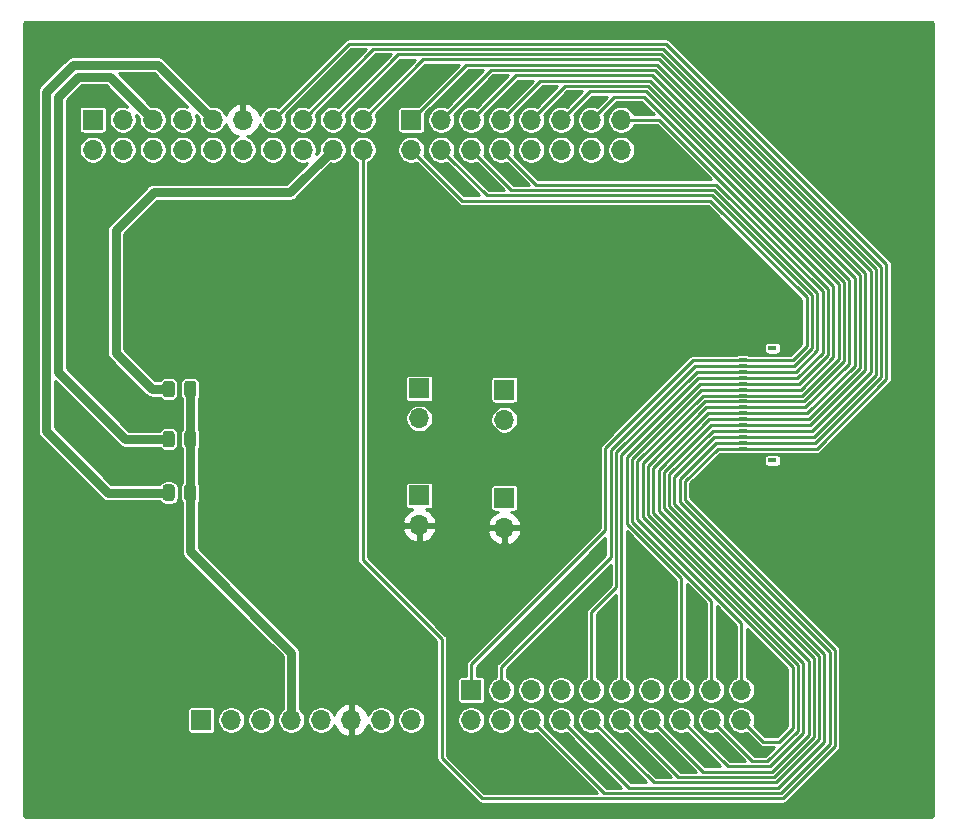
<source format=gtl>
G04 #@! TF.GenerationSoftware,KiCad,Pcbnew,(5.1.10)-1*
G04 #@! TF.CreationDate,2022-05-03T13:10:24+02:00*
G04 #@! TF.ProjectId,psoc_shield,70736f63-5f73-4686-9965-6c642e6b6963,rev?*
G04 #@! TF.SameCoordinates,Original*
G04 #@! TF.FileFunction,Copper,L1,Top*
G04 #@! TF.FilePolarity,Positive*
%FSLAX46Y46*%
G04 Gerber Fmt 4.6, Leading zero omitted, Abs format (unit mm)*
G04 Created by KiCad (PCBNEW (5.1.10)-1) date 2022-05-03 13:10:24*
%MOMM*%
%LPD*%
G01*
G04 APERTURE LIST*
G04 #@! TA.AperFunction,ComponentPad*
%ADD10O,1.700000X1.700000*%
G04 #@! TD*
G04 #@! TA.AperFunction,ComponentPad*
%ADD11R,1.700000X1.700000*%
G04 #@! TD*
G04 #@! TA.AperFunction,SMDPad,CuDef*
%ADD12R,0.800000X0.300000*%
G04 #@! TD*
G04 #@! TA.AperFunction,SMDPad,CuDef*
%ADD13R,0.800000X0.400000*%
G04 #@! TD*
G04 #@! TA.AperFunction,Conductor*
%ADD14C,0.800000*%
G04 #@! TD*
G04 #@! TA.AperFunction,Conductor*
%ADD15C,0.250000*%
G04 #@! TD*
G04 #@! TA.AperFunction,Conductor*
%ADD16C,0.200000*%
G04 #@! TD*
G04 #@! TA.AperFunction,Conductor*
%ADD17C,0.254000*%
G04 #@! TD*
G04 #@! TA.AperFunction,Conductor*
%ADD18C,0.100000*%
G04 #@! TD*
G04 APERTURE END LIST*
G04 #@! TA.AperFunction,SMDPad,CuDef*
G36*
G01*
X115882500Y-106269999D02*
X115882500Y-107170001D01*
G75*
G02*
X115632501Y-107420000I-249999J0D01*
G01*
X115107499Y-107420000D01*
G75*
G02*
X114857500Y-107170001I0J249999D01*
G01*
X114857500Y-106269999D01*
G75*
G02*
X115107499Y-106020000I249999J0D01*
G01*
X115632501Y-106020000D01*
G75*
G02*
X115882500Y-106269999I0J-249999D01*
G01*
G37*
G04 #@! TD.AperFunction*
G04 #@! TA.AperFunction,SMDPad,CuDef*
G36*
G01*
X117707500Y-106269999D02*
X117707500Y-107170001D01*
G75*
G02*
X117457501Y-107420000I-249999J0D01*
G01*
X116932499Y-107420000D01*
G75*
G02*
X116682500Y-107170001I0J249999D01*
G01*
X116682500Y-106269999D01*
G75*
G02*
X116932499Y-106020000I249999J0D01*
G01*
X117457501Y-106020000D01*
G75*
G02*
X117707500Y-106269999I0J-249999D01*
G01*
G37*
G04 #@! TD.AperFunction*
G04 #@! TA.AperFunction,SMDPad,CuDef*
G36*
G01*
X115880000Y-101739999D02*
X115880000Y-102640001D01*
G75*
G02*
X115630001Y-102890000I-249999J0D01*
G01*
X115104999Y-102890000D01*
G75*
G02*
X114855000Y-102640001I0J249999D01*
G01*
X114855000Y-101739999D01*
G75*
G02*
X115104999Y-101490000I249999J0D01*
G01*
X115630001Y-101490000D01*
G75*
G02*
X115880000Y-101739999I0J-249999D01*
G01*
G37*
G04 #@! TD.AperFunction*
G04 #@! TA.AperFunction,SMDPad,CuDef*
G36*
G01*
X117705000Y-101739999D02*
X117705000Y-102640001D01*
G75*
G02*
X117455001Y-102890000I-249999J0D01*
G01*
X116929999Y-102890000D01*
G75*
G02*
X116680000Y-102640001I0J249999D01*
G01*
X116680000Y-101739999D01*
G75*
G02*
X116929999Y-101490000I249999J0D01*
G01*
X117455001Y-101490000D01*
G75*
G02*
X117705000Y-101739999I0J-249999D01*
G01*
G37*
G04 #@! TD.AperFunction*
G04 #@! TA.AperFunction,SMDPad,CuDef*
G36*
G01*
X115877500Y-97499999D02*
X115877500Y-98400001D01*
G75*
G02*
X115627501Y-98650000I-249999J0D01*
G01*
X115102499Y-98650000D01*
G75*
G02*
X114852500Y-98400001I0J249999D01*
G01*
X114852500Y-97499999D01*
G75*
G02*
X115102499Y-97250000I249999J0D01*
G01*
X115627501Y-97250000D01*
G75*
G02*
X115877500Y-97499999I0J-249999D01*
G01*
G37*
G04 #@! TD.AperFunction*
G04 #@! TA.AperFunction,SMDPad,CuDef*
G36*
G01*
X117702500Y-97499999D02*
X117702500Y-98400001D01*
G75*
G02*
X117452501Y-98650000I-249999J0D01*
G01*
X116927499Y-98650000D01*
G75*
G02*
X116677500Y-98400001I0J249999D01*
G01*
X116677500Y-97499999D01*
G75*
G02*
X116927499Y-97250000I249999J0D01*
G01*
X117452501Y-97250000D01*
G75*
G02*
X117702500Y-97499999I0J-249999D01*
G01*
G37*
G04 #@! TD.AperFunction*
D10*
X153700000Y-77697400D03*
X153700000Y-75157400D03*
X151160000Y-77697400D03*
X151160000Y-75157400D03*
X148620000Y-77697400D03*
X148620000Y-75157400D03*
X146080000Y-77697400D03*
X146080000Y-75157400D03*
X143540000Y-77697400D03*
X143540000Y-75157400D03*
X141000000Y-77697400D03*
X141000000Y-75157400D03*
X138460000Y-77697400D03*
X138460000Y-75157400D03*
X135920000Y-77697400D03*
D11*
X135920000Y-75157400D03*
D10*
X131800900Y-77680100D03*
X131800900Y-75140100D03*
X129260900Y-77680100D03*
X129260900Y-75140100D03*
X126720900Y-77680100D03*
X126720900Y-75140100D03*
X124180900Y-77680100D03*
X124180900Y-75140100D03*
X121640900Y-77680100D03*
X121640900Y-75140100D03*
X119100900Y-77680100D03*
X119100900Y-75140100D03*
X116560900Y-77680100D03*
X116560900Y-75140100D03*
X114020900Y-77680100D03*
X114020900Y-75140100D03*
X111480900Y-77680100D03*
X111480900Y-75140100D03*
X108940900Y-77680100D03*
D11*
X108940900Y-75140100D03*
D12*
X164000000Y-103000000D03*
X164000000Y-102500000D03*
X164000000Y-102000000D03*
X164000000Y-101500000D03*
X164000000Y-101000000D03*
X164000000Y-100500000D03*
X164000000Y-100000000D03*
X164000000Y-99500000D03*
X164000000Y-99000000D03*
X164000000Y-98500000D03*
X164000000Y-98000000D03*
X164000000Y-97500000D03*
X164000000Y-97000000D03*
X164000000Y-96500000D03*
X164000000Y-96000000D03*
X164000000Y-95500000D03*
D13*
X166500000Y-104000000D03*
X166500000Y-94500000D03*
D10*
X143800000Y-100540000D03*
D11*
X143800000Y-98000000D03*
D10*
X143800000Y-109700000D03*
D11*
X143800000Y-107160000D03*
D10*
X136600000Y-109500000D03*
D11*
X136600000Y-106960000D03*
D10*
X136600000Y-100440000D03*
D11*
X136600000Y-97900000D03*
X118140000Y-125965000D03*
D10*
X120680000Y-125965000D03*
X123220000Y-125965000D03*
X125760000Y-125965000D03*
X128300000Y-125965000D03*
X130840000Y-125965000D03*
X133380000Y-125965000D03*
X135920000Y-125965000D03*
X163860000Y-125965000D03*
X163860000Y-123425000D03*
X161320000Y-125965000D03*
X161320000Y-123425000D03*
X158780000Y-125965000D03*
X158780000Y-123425000D03*
X156240000Y-125965000D03*
X156240000Y-123425000D03*
X153700000Y-125965000D03*
X153700000Y-123425000D03*
X151160000Y-125965000D03*
X151160000Y-123425000D03*
X148620000Y-125965000D03*
X148620000Y-123425000D03*
X146080000Y-125965000D03*
X146080000Y-123425000D03*
X143540000Y-125965000D03*
X143540000Y-123425000D03*
X141000000Y-125965000D03*
D11*
X141000000Y-123425000D03*
D14*
X117190000Y-102187500D02*
X117192500Y-102190000D01*
X117190000Y-97950000D02*
X117190000Y-102187500D01*
X117192500Y-106717500D02*
X117195000Y-106720000D01*
X117192500Y-102190000D02*
X117192500Y-106717500D01*
X125760000Y-120260000D02*
X125760000Y-125965000D01*
X117195000Y-111695000D02*
X125760000Y-120260000D01*
X117195000Y-106720000D02*
X117195000Y-111695000D01*
D15*
X148937312Y-72300088D02*
X146080000Y-75157400D01*
X155954957Y-72300088D02*
X148937312Y-72300088D01*
X172550077Y-88895208D02*
X155954957Y-72300088D01*
X172550077Y-95604800D02*
X172550077Y-88895208D01*
X169154877Y-99000000D02*
X172550077Y-95604800D01*
X164000000Y-99000000D02*
X169154877Y-99000000D01*
X167081540Y-127800000D02*
X165695000Y-127800000D01*
X165695000Y-127800000D02*
X163860000Y-125965000D01*
X168200000Y-121500000D02*
X168200000Y-126681540D01*
X155499912Y-108799912D02*
X168200000Y-121500000D01*
X155499912Y-104254958D02*
X155499912Y-108799912D01*
X160754870Y-99000000D02*
X155499912Y-104254958D01*
X168200000Y-126681540D02*
X167081540Y-127800000D01*
X164000000Y-99000000D02*
X160754870Y-99000000D01*
X155049902Y-104068558D02*
X155049903Y-108986313D01*
X160618460Y-98500000D02*
X155049902Y-104068558D01*
X164000000Y-98500000D02*
X160618460Y-98500000D01*
X155049903Y-108986313D02*
X163860000Y-117796410D01*
X163860000Y-117796410D02*
X163860000Y-123425000D01*
X164000000Y-98500000D02*
X169018466Y-98500000D01*
X151027301Y-72750099D02*
X148620000Y-75157400D01*
X172100066Y-89081608D02*
X155768557Y-72750099D01*
X155768557Y-72750099D02*
X151027301Y-72750099D01*
X172100066Y-95418400D02*
X172100066Y-89081608D01*
X169018466Y-98500000D02*
X172100066Y-95418400D01*
D16*
X161300000Y-123405000D02*
X161320000Y-123425000D01*
D15*
X161320000Y-115892820D02*
X161320000Y-123425000D01*
X154599892Y-103882159D02*
X154599894Y-109172714D01*
X154599894Y-109172714D02*
X161320000Y-115892820D01*
X160482050Y-98000000D02*
X154599892Y-103882159D01*
X164000000Y-98000000D02*
X160482050Y-98000000D01*
X164000000Y-98000000D02*
X168882055Y-98000000D01*
X168882055Y-98000000D02*
X171650055Y-95232000D01*
X171650055Y-95232000D02*
X171650055Y-89268008D01*
X171650055Y-89268008D02*
X155582157Y-73200110D01*
X155582157Y-73200110D02*
X153117290Y-73200110D01*
X153117290Y-73200110D02*
X151160000Y-75157400D01*
X158780000Y-113989230D02*
X158780000Y-123425000D01*
X154149885Y-109359115D02*
X158780000Y-113989230D01*
X154149884Y-109349884D02*
X154149885Y-109359115D01*
X154149879Y-109349879D02*
X154149884Y-109349884D01*
X164000000Y-97500000D02*
X160345640Y-97500000D01*
X160345640Y-97500000D02*
X154149879Y-103695761D01*
X154149879Y-103695761D02*
X154149879Y-109349879D01*
X164000000Y-97500000D02*
X168745644Y-97500000D01*
X168745644Y-97500000D02*
X171200044Y-95045600D01*
X171200044Y-95045600D02*
X171200044Y-89454404D01*
X171200044Y-89454404D02*
X156903040Y-75157400D01*
X156903040Y-75157400D02*
X153700000Y-75157400D01*
X153699868Y-103509362D02*
X153699868Y-123424868D01*
X160209230Y-97000000D02*
X153699868Y-103509362D01*
X164000000Y-97000000D02*
X160209230Y-97000000D01*
X153699868Y-123424868D02*
X153700000Y-123425000D01*
X164000000Y-97000000D02*
X168609233Y-97000000D01*
X168609233Y-97000000D02*
X170750033Y-94859200D01*
X170750033Y-94859200D02*
X170750033Y-89640800D01*
X170750033Y-89640800D02*
X161759200Y-80649967D01*
X161759200Y-80649967D02*
X146492567Y-80649967D01*
X146492567Y-80649967D02*
X143540000Y-77697400D01*
X151160000Y-116840000D02*
X151160000Y-123425000D01*
X153249857Y-114750143D02*
X151160000Y-116840000D01*
X153249857Y-103322963D02*
X153249857Y-114750143D01*
X160072820Y-96500000D02*
X153249857Y-103322963D01*
X164000000Y-96500000D02*
X160072820Y-96500000D01*
X170300022Y-89827200D02*
X161572800Y-81099978D01*
X164000000Y-96500000D02*
X168472822Y-96500000D01*
X168472822Y-96500000D02*
X170300022Y-94672800D01*
X170300022Y-94672800D02*
X170300022Y-89827200D01*
X161572800Y-81099978D02*
X144402578Y-81099978D01*
X144402578Y-81099978D02*
X141000000Y-77697400D01*
D16*
X143600000Y-123365000D02*
X143540000Y-123425000D01*
D15*
X159936410Y-96000000D02*
X164000000Y-96000000D01*
X152799846Y-103136564D02*
X159936410Y-96000000D01*
X152799846Y-112200154D02*
X152799846Y-103136564D01*
X143540000Y-121460000D02*
X152799846Y-112200154D01*
X143540000Y-123425000D02*
X143540000Y-121460000D01*
X168336411Y-96000000D02*
X169850011Y-94486400D01*
X169850011Y-94486400D02*
X169850011Y-90013600D01*
X169850011Y-90013600D02*
X161386400Y-81549989D01*
X161386400Y-81549989D02*
X142312589Y-81549989D01*
X142312589Y-81549989D02*
X139309999Y-78547399D01*
X139309999Y-78547399D02*
X138460000Y-77697400D01*
X164000000Y-96000000D02*
X168336411Y-96000000D01*
X164000000Y-95500000D02*
X168200000Y-95500000D01*
X140222600Y-82000000D02*
X135920000Y-77697400D01*
X169400000Y-94300000D02*
X169400000Y-90200000D01*
X168200000Y-95500000D02*
X169400000Y-94300000D01*
X169400000Y-90200000D02*
X161200000Y-82000000D01*
X161200000Y-82000000D02*
X140222600Y-82000000D01*
X164000000Y-95500000D02*
X159800000Y-95500000D01*
X141000000Y-122325000D02*
X141000000Y-123425000D01*
X159800000Y-95500000D02*
X152349835Y-102950165D01*
X152349835Y-102950165D02*
X152349835Y-109913754D01*
X141000000Y-121263589D02*
X141000000Y-122325000D01*
X152349835Y-109913754D02*
X141000000Y-121263589D01*
X160891280Y-99500000D02*
X155949923Y-104441357D01*
X155949923Y-104441357D02*
X155949923Y-108613513D01*
X155949923Y-108613513D02*
X168650011Y-121313600D01*
X166067947Y-129450003D02*
X164805003Y-129450003D01*
X164000000Y-99500000D02*
X160891280Y-99500000D01*
X168650011Y-126867940D02*
X166067947Y-129450003D01*
X164805003Y-129450003D02*
X161320000Y-125965000D01*
X168650011Y-121313600D02*
X168650011Y-126867940D01*
X156141357Y-71850077D02*
X146847323Y-71850077D01*
X173000088Y-88708808D02*
X156141357Y-71850077D01*
X146847323Y-71850077D02*
X143540000Y-75157400D01*
X173000088Y-95791200D02*
X173000088Y-88708808D01*
X169291288Y-99500000D02*
X173000088Y-95791200D01*
X164000000Y-99500000D02*
X169291288Y-99500000D01*
X156399934Y-108427113D02*
X169100022Y-121127200D01*
X162715014Y-129900014D02*
X158780000Y-125965000D01*
X166254347Y-129900014D02*
X162715014Y-129900014D01*
X169100022Y-127054340D02*
X166254347Y-129900014D01*
X169100022Y-121127200D02*
X169100022Y-127054340D01*
X156399934Y-104627756D02*
X156399934Y-108427113D01*
X161027690Y-100000000D02*
X156399934Y-104627756D01*
X164000000Y-100000000D02*
X161027690Y-100000000D01*
X164000000Y-100000000D02*
X169427699Y-100000000D01*
X156327757Y-71400066D02*
X144757334Y-71400066D01*
X169427699Y-100000000D02*
X173450099Y-95977600D01*
X173450099Y-88522408D02*
X156327757Y-71400066D01*
X144757334Y-71400066D02*
X141000000Y-75157400D01*
X173450099Y-95977600D02*
X173450099Y-88522408D01*
X161164100Y-100500000D02*
X156849945Y-104814155D01*
X160625025Y-130350025D02*
X156240000Y-125965000D01*
X166440747Y-130350025D02*
X160625025Y-130350025D01*
X169550033Y-127240740D02*
X166440747Y-130350025D01*
X156849945Y-108240713D02*
X169550033Y-120940800D01*
X156849945Y-104814155D02*
X156849945Y-108240713D01*
X164000000Y-100500000D02*
X161164100Y-100500000D01*
X169550033Y-120940800D02*
X169550033Y-127240740D01*
X142667345Y-70950055D02*
X138460000Y-75157400D01*
X156514157Y-70950055D02*
X142667345Y-70950055D01*
X173900110Y-88336008D02*
X156514157Y-70950055D01*
X173900110Y-96164000D02*
X173900110Y-88336008D01*
X169564110Y-100500000D02*
X173900110Y-96164000D01*
X164000000Y-100500000D02*
X169564110Y-100500000D01*
X157299956Y-105000554D02*
X157299956Y-108054313D01*
X166627147Y-130800036D02*
X158535036Y-130800036D01*
X158535036Y-130800036D02*
X153700000Y-125965000D01*
X157299956Y-108054313D02*
X170000044Y-120754400D01*
X164000000Y-101000000D02*
X161300510Y-101000000D01*
X170000044Y-120754400D02*
X170000044Y-127427140D01*
X170000044Y-127427140D02*
X166627147Y-130800036D01*
X161300510Y-101000000D02*
X157299956Y-105000554D01*
X169700521Y-101000000D02*
X174350121Y-96350400D01*
X174350121Y-96350400D02*
X174350121Y-88149608D01*
X156700557Y-70500044D02*
X140577356Y-70500044D01*
X140577356Y-70500044D02*
X135920000Y-75157400D01*
X174350121Y-88149608D02*
X156700557Y-70500044D01*
X164000000Y-101000000D02*
X169700521Y-101000000D01*
X164000000Y-101500000D02*
X161436920Y-101500000D01*
X161436920Y-101500000D02*
X157749967Y-105186953D01*
X157749967Y-105186953D02*
X157749967Y-107867913D01*
X157749967Y-107867913D02*
X170450055Y-120568000D01*
X170450055Y-127613540D02*
X166813547Y-131250047D01*
X156445047Y-131250047D02*
X151160000Y-125965000D01*
X166813547Y-131250047D02*
X156445047Y-131250047D01*
X170450055Y-120568000D02*
X170450055Y-127613540D01*
X174800132Y-87963208D02*
X156886957Y-70050033D01*
X136890967Y-70050033D02*
X131800900Y-75140100D01*
X164000000Y-101500000D02*
X169836932Y-101500000D01*
X156886957Y-70050033D02*
X136890967Y-70050033D01*
X169836932Y-101500000D02*
X174800132Y-96536800D01*
X174800132Y-96536800D02*
X174800132Y-87963208D01*
X164000000Y-102000000D02*
X161573330Y-102000000D01*
X161573330Y-102000000D02*
X158199978Y-105373352D01*
X158199978Y-105373352D02*
X158199978Y-107681513D01*
X158199978Y-107681513D02*
X170900066Y-120381600D01*
X154355058Y-131700058D02*
X148620000Y-125965000D01*
X170900066Y-120381600D02*
X170900066Y-127799940D01*
X166999947Y-131700058D02*
X154355058Y-131700058D01*
X170900066Y-127799940D02*
X166999947Y-131700058D01*
X164000000Y-102000000D02*
X169973343Y-102000000D01*
X169973343Y-102000000D02*
X175250143Y-96723200D01*
X175250143Y-96723200D02*
X175250143Y-87776808D01*
X157073357Y-69600022D02*
X134800978Y-69600022D01*
X175250143Y-87776808D02*
X157073357Y-69600022D01*
X134800978Y-69600022D02*
X129260900Y-75140100D01*
X152265068Y-132150068D02*
X146080000Y-125965000D01*
X167186347Y-132150069D02*
X152265068Y-132150068D01*
X171350077Y-127986340D02*
X167186347Y-132150069D01*
X161709740Y-102500000D02*
X158649989Y-105559751D01*
X171350077Y-120195200D02*
X171350077Y-127986340D01*
X158649989Y-107495113D02*
X171350077Y-120195200D01*
X158649989Y-105559751D02*
X158649989Y-107495113D01*
X164000000Y-102500000D02*
X161709740Y-102500000D01*
X164000000Y-102500000D02*
X170109754Y-102500000D01*
X157259765Y-69150011D02*
X132710989Y-69150011D01*
X132710989Y-69150011D02*
X126720900Y-75140100D01*
X175700154Y-87590400D02*
X157259765Y-69150011D01*
X175700154Y-96909600D02*
X175700154Y-87590400D01*
X170109754Y-102500000D02*
X175700154Y-96909600D01*
X170246165Y-103000000D02*
X176150165Y-97096000D01*
X130621000Y-68700000D02*
X124180900Y-75140100D01*
X176150165Y-87404000D02*
X157446165Y-68700000D01*
X157446165Y-68700000D02*
X130621000Y-68700000D01*
X164000000Y-103000000D02*
X170246165Y-103000000D01*
X176150165Y-97096000D02*
X176150165Y-87404000D01*
X131800900Y-112400900D02*
X131800900Y-77680100D01*
X141900079Y-132600079D02*
X138500000Y-129200000D01*
X167372746Y-132600079D02*
X141900079Y-132600079D01*
X138500000Y-129200000D02*
X138500000Y-119100000D01*
X171800087Y-120008800D02*
X171800088Y-128172740D01*
X159099999Y-107308712D02*
X171800087Y-120008800D01*
X159099999Y-105746151D02*
X159099999Y-107308712D01*
X171800088Y-128172740D02*
X167372746Y-132600079D01*
X161846150Y-103000000D02*
X159099999Y-105746151D01*
X138500000Y-119100000D02*
X131800900Y-112400900D01*
X164000000Y-103000000D02*
X161846150Y-103000000D01*
D14*
X110380800Y-71500000D02*
X114020900Y-75140100D01*
X107700000Y-71500000D02*
X110380800Y-71500000D01*
X106000000Y-73200000D02*
X107700000Y-71500000D01*
X106000000Y-96500000D02*
X106000000Y-73200000D01*
X111690000Y-102190000D02*
X106000000Y-96500000D01*
X115367500Y-102190000D02*
X111690000Y-102190000D01*
X125641000Y-81300000D02*
X129260900Y-77680100D01*
X114100000Y-81300000D02*
X125641000Y-81300000D01*
X110900000Y-84500000D02*
X114100000Y-81300000D01*
X110900000Y-94900000D02*
X110900000Y-84500000D01*
X113950000Y-97950000D02*
X110900000Y-94900000D01*
X115365000Y-97950000D02*
X113950000Y-97950000D01*
X115370000Y-106720000D02*
X110220000Y-106720000D01*
X104999989Y-72785782D02*
X107285782Y-70499989D01*
X114460789Y-70499989D02*
X118250901Y-74290101D01*
X110220000Y-106720000D02*
X104999989Y-101499989D01*
X104999989Y-101499989D02*
X104999989Y-72785782D01*
X107285782Y-70499989D02*
X114460789Y-70499989D01*
X118250901Y-74290101D02*
X119100900Y-75140100D01*
D17*
X180016870Y-66883130D02*
X180048001Y-66921063D01*
X180048000Y-134078938D01*
X180016870Y-134116870D01*
X179978938Y-134148000D01*
X103221062Y-134148000D01*
X103183130Y-134116870D01*
X103152000Y-134078938D01*
X103152000Y-125115000D01*
X116961418Y-125115000D01*
X116961418Y-126815000D01*
X116967732Y-126879103D01*
X116986430Y-126940743D01*
X117016794Y-126997550D01*
X117057657Y-127047343D01*
X117107450Y-127088206D01*
X117164257Y-127118570D01*
X117225897Y-127137268D01*
X117290000Y-127143582D01*
X118990000Y-127143582D01*
X119054103Y-127137268D01*
X119115743Y-127118570D01*
X119172550Y-127088206D01*
X119222343Y-127047343D01*
X119263206Y-126997550D01*
X119293570Y-126940743D01*
X119312268Y-126879103D01*
X119318582Y-126815000D01*
X119318582Y-125849076D01*
X119503000Y-125849076D01*
X119503000Y-126080924D01*
X119548231Y-126308318D01*
X119636956Y-126522519D01*
X119765764Y-126715294D01*
X119929706Y-126879236D01*
X120122481Y-127008044D01*
X120336682Y-127096769D01*
X120564076Y-127142000D01*
X120795924Y-127142000D01*
X121023318Y-127096769D01*
X121237519Y-127008044D01*
X121430294Y-126879236D01*
X121594236Y-126715294D01*
X121723044Y-126522519D01*
X121811769Y-126308318D01*
X121857000Y-126080924D01*
X121857000Y-125849076D01*
X122043000Y-125849076D01*
X122043000Y-126080924D01*
X122088231Y-126308318D01*
X122176956Y-126522519D01*
X122305764Y-126715294D01*
X122469706Y-126879236D01*
X122662481Y-127008044D01*
X122876682Y-127096769D01*
X123104076Y-127142000D01*
X123335924Y-127142000D01*
X123563318Y-127096769D01*
X123777519Y-127008044D01*
X123970294Y-126879236D01*
X124134236Y-126715294D01*
X124263044Y-126522519D01*
X124351769Y-126308318D01*
X124397000Y-126080924D01*
X124397000Y-125849076D01*
X124351769Y-125621682D01*
X124263044Y-125407481D01*
X124134236Y-125214706D01*
X123970294Y-125050764D01*
X123777519Y-124921956D01*
X123563318Y-124833231D01*
X123335924Y-124788000D01*
X123104076Y-124788000D01*
X122876682Y-124833231D01*
X122662481Y-124921956D01*
X122469706Y-125050764D01*
X122305764Y-125214706D01*
X122176956Y-125407481D01*
X122088231Y-125621682D01*
X122043000Y-125849076D01*
X121857000Y-125849076D01*
X121811769Y-125621682D01*
X121723044Y-125407481D01*
X121594236Y-125214706D01*
X121430294Y-125050764D01*
X121237519Y-124921956D01*
X121023318Y-124833231D01*
X120795924Y-124788000D01*
X120564076Y-124788000D01*
X120336682Y-124833231D01*
X120122481Y-124921956D01*
X119929706Y-125050764D01*
X119765764Y-125214706D01*
X119636956Y-125407481D01*
X119548231Y-125621682D01*
X119503000Y-125849076D01*
X119318582Y-125849076D01*
X119318582Y-125115000D01*
X119312268Y-125050897D01*
X119293570Y-124989257D01*
X119263206Y-124932450D01*
X119222343Y-124882657D01*
X119172550Y-124841794D01*
X119115743Y-124811430D01*
X119054103Y-124792732D01*
X118990000Y-124786418D01*
X117290000Y-124786418D01*
X117225897Y-124792732D01*
X117164257Y-124811430D01*
X117107450Y-124841794D01*
X117057657Y-124882657D01*
X117016794Y-124932450D01*
X116986430Y-124989257D01*
X116967732Y-125050897D01*
X116961418Y-125115000D01*
X103152000Y-125115000D01*
X103152000Y-72785782D01*
X104269472Y-72785782D01*
X104272990Y-72821500D01*
X104272989Y-101464281D01*
X104269472Y-101499989D01*
X104283509Y-101642506D01*
X104301308Y-101701182D01*
X104325079Y-101779545D01*
X104392586Y-101905841D01*
X104483435Y-102016542D01*
X104511179Y-102039311D01*
X109680679Y-107208812D01*
X109703446Y-107236554D01*
X109814147Y-107327403D01*
X109940443Y-107394910D01*
X110077483Y-107436480D01*
X110184292Y-107447000D01*
X110184294Y-107447000D01*
X110219999Y-107450517D01*
X110255705Y-107447000D01*
X114602671Y-107447000D01*
X114626426Y-107491443D01*
X114698380Y-107579120D01*
X114786057Y-107651074D01*
X114886086Y-107704540D01*
X114994623Y-107737465D01*
X115107499Y-107748582D01*
X115632501Y-107748582D01*
X115745377Y-107737465D01*
X115853914Y-107704540D01*
X115953943Y-107651074D01*
X116041620Y-107579120D01*
X116113574Y-107491443D01*
X116167040Y-107391414D01*
X116199965Y-107282877D01*
X116211082Y-107170001D01*
X116211082Y-106269999D01*
X116199965Y-106157123D01*
X116167040Y-106048586D01*
X116113574Y-105948557D01*
X116041620Y-105860880D01*
X115953943Y-105788926D01*
X115853914Y-105735460D01*
X115745377Y-105702535D01*
X115632501Y-105691418D01*
X115107499Y-105691418D01*
X114994623Y-105702535D01*
X114886086Y-105735460D01*
X114786057Y-105788926D01*
X114698380Y-105860880D01*
X114626426Y-105948557D01*
X114602671Y-105993000D01*
X110521133Y-105993000D01*
X105726989Y-101198857D01*
X105726989Y-97255121D01*
X111150679Y-102678812D01*
X111173446Y-102706554D01*
X111284147Y-102797403D01*
X111410443Y-102864910D01*
X111515587Y-102896805D01*
X111547482Y-102906480D01*
X111689999Y-102920517D01*
X111725707Y-102917000D01*
X114600171Y-102917000D01*
X114623926Y-102961443D01*
X114695880Y-103049120D01*
X114783557Y-103121074D01*
X114883586Y-103174540D01*
X114992123Y-103207465D01*
X115104999Y-103218582D01*
X115630001Y-103218582D01*
X115742877Y-103207465D01*
X115851414Y-103174540D01*
X115951443Y-103121074D01*
X116039120Y-103049120D01*
X116111074Y-102961443D01*
X116164540Y-102861414D01*
X116197465Y-102752877D01*
X116208582Y-102640001D01*
X116208582Y-101739999D01*
X116197465Y-101627123D01*
X116164540Y-101518586D01*
X116111074Y-101418557D01*
X116039120Y-101330880D01*
X115951443Y-101258926D01*
X115851414Y-101205460D01*
X115742877Y-101172535D01*
X115630001Y-101161418D01*
X115104999Y-101161418D01*
X114992123Y-101172535D01*
X114883586Y-101205460D01*
X114783557Y-101258926D01*
X114695880Y-101330880D01*
X114623926Y-101418557D01*
X114600171Y-101463000D01*
X111991133Y-101463000D01*
X106727000Y-96198868D01*
X106727000Y-84500000D01*
X110169483Y-84500000D01*
X110173001Y-84535718D01*
X110173000Y-94864292D01*
X110169483Y-94900000D01*
X110183520Y-95042517D01*
X110211333Y-95134206D01*
X110225090Y-95179556D01*
X110292597Y-95305852D01*
X110383446Y-95416553D01*
X110411189Y-95439321D01*
X113410679Y-98438812D01*
X113433446Y-98466554D01*
X113544147Y-98557403D01*
X113670443Y-98624910D01*
X113807483Y-98666480D01*
X113914292Y-98677000D01*
X113914294Y-98677000D01*
X113949999Y-98680517D01*
X113985705Y-98677000D01*
X114597671Y-98677000D01*
X114621426Y-98721443D01*
X114693380Y-98809120D01*
X114781057Y-98881074D01*
X114881086Y-98934540D01*
X114989623Y-98967465D01*
X115102499Y-98978582D01*
X115627501Y-98978582D01*
X115740377Y-98967465D01*
X115848914Y-98934540D01*
X115948943Y-98881074D01*
X116036620Y-98809120D01*
X116108574Y-98721443D01*
X116162040Y-98621414D01*
X116194965Y-98512877D01*
X116206082Y-98400001D01*
X116206082Y-97499999D01*
X116348918Y-97499999D01*
X116348918Y-98400001D01*
X116360035Y-98512877D01*
X116392960Y-98621414D01*
X116446426Y-98721443D01*
X116463000Y-98741639D01*
X116463001Y-101401407D01*
X116448926Y-101418557D01*
X116395460Y-101518586D01*
X116362535Y-101627123D01*
X116351418Y-101739999D01*
X116351418Y-102640001D01*
X116362535Y-102752877D01*
X116395460Y-102861414D01*
X116448926Y-102961443D01*
X116465500Y-102981639D01*
X116465501Y-105931407D01*
X116451426Y-105948557D01*
X116397960Y-106048586D01*
X116365035Y-106157123D01*
X116353918Y-106269999D01*
X116353918Y-107170001D01*
X116365035Y-107282877D01*
X116397960Y-107391414D01*
X116451426Y-107491443D01*
X116468000Y-107511639D01*
X116468001Y-111659282D01*
X116464483Y-111695000D01*
X116478520Y-111837517D01*
X116520090Y-111974556D01*
X116546122Y-112023258D01*
X116587598Y-112100853D01*
X116678447Y-112211554D01*
X116706189Y-112234321D01*
X125033000Y-120561133D01*
X125033001Y-125035199D01*
X125009706Y-125050764D01*
X124845764Y-125214706D01*
X124716956Y-125407481D01*
X124628231Y-125621682D01*
X124583000Y-125849076D01*
X124583000Y-126080924D01*
X124628231Y-126308318D01*
X124716956Y-126522519D01*
X124845764Y-126715294D01*
X125009706Y-126879236D01*
X125202481Y-127008044D01*
X125416682Y-127096769D01*
X125644076Y-127142000D01*
X125875924Y-127142000D01*
X126103318Y-127096769D01*
X126317519Y-127008044D01*
X126510294Y-126879236D01*
X126674236Y-126715294D01*
X126803044Y-126522519D01*
X126891769Y-126308318D01*
X126937000Y-126080924D01*
X126937000Y-125849076D01*
X127123000Y-125849076D01*
X127123000Y-126080924D01*
X127168231Y-126308318D01*
X127256956Y-126522519D01*
X127385764Y-126715294D01*
X127549706Y-126879236D01*
X127742481Y-127008044D01*
X127956682Y-127096769D01*
X128184076Y-127142000D01*
X128415924Y-127142000D01*
X128643318Y-127096769D01*
X128857519Y-127008044D01*
X129050294Y-126879236D01*
X129214236Y-126715294D01*
X129343044Y-126522519D01*
X129411264Y-126357821D01*
X129495843Y-126596252D01*
X129644822Y-126846355D01*
X129839731Y-127062588D01*
X130073080Y-127236641D01*
X130335901Y-127361825D01*
X130483110Y-127406476D01*
X130713000Y-127285155D01*
X130713000Y-126092000D01*
X130693000Y-126092000D01*
X130693000Y-125838000D01*
X130713000Y-125838000D01*
X130713000Y-124644845D01*
X130967000Y-124644845D01*
X130967000Y-125838000D01*
X130987000Y-125838000D01*
X130987000Y-126092000D01*
X130967000Y-126092000D01*
X130967000Y-127285155D01*
X131196890Y-127406476D01*
X131344099Y-127361825D01*
X131606920Y-127236641D01*
X131840269Y-127062588D01*
X132035178Y-126846355D01*
X132184157Y-126596252D01*
X132268736Y-126357821D01*
X132336956Y-126522519D01*
X132465764Y-126715294D01*
X132629706Y-126879236D01*
X132822481Y-127008044D01*
X133036682Y-127096769D01*
X133264076Y-127142000D01*
X133495924Y-127142000D01*
X133723318Y-127096769D01*
X133937519Y-127008044D01*
X134130294Y-126879236D01*
X134294236Y-126715294D01*
X134423044Y-126522519D01*
X134511769Y-126308318D01*
X134557000Y-126080924D01*
X134557000Y-125849076D01*
X134743000Y-125849076D01*
X134743000Y-126080924D01*
X134788231Y-126308318D01*
X134876956Y-126522519D01*
X135005764Y-126715294D01*
X135169706Y-126879236D01*
X135362481Y-127008044D01*
X135576682Y-127096769D01*
X135804076Y-127142000D01*
X136035924Y-127142000D01*
X136263318Y-127096769D01*
X136477519Y-127008044D01*
X136670294Y-126879236D01*
X136834236Y-126715294D01*
X136963044Y-126522519D01*
X137051769Y-126308318D01*
X137097000Y-126080924D01*
X137097000Y-125849076D01*
X137051769Y-125621682D01*
X136963044Y-125407481D01*
X136834236Y-125214706D01*
X136670294Y-125050764D01*
X136477519Y-124921956D01*
X136263318Y-124833231D01*
X136035924Y-124788000D01*
X135804076Y-124788000D01*
X135576682Y-124833231D01*
X135362481Y-124921956D01*
X135169706Y-125050764D01*
X135005764Y-125214706D01*
X134876956Y-125407481D01*
X134788231Y-125621682D01*
X134743000Y-125849076D01*
X134557000Y-125849076D01*
X134511769Y-125621682D01*
X134423044Y-125407481D01*
X134294236Y-125214706D01*
X134130294Y-125050764D01*
X133937519Y-124921956D01*
X133723318Y-124833231D01*
X133495924Y-124788000D01*
X133264076Y-124788000D01*
X133036682Y-124833231D01*
X132822481Y-124921956D01*
X132629706Y-125050764D01*
X132465764Y-125214706D01*
X132336956Y-125407481D01*
X132268736Y-125572179D01*
X132184157Y-125333748D01*
X132035178Y-125083645D01*
X131840269Y-124867412D01*
X131606920Y-124693359D01*
X131344099Y-124568175D01*
X131196890Y-124523524D01*
X130967000Y-124644845D01*
X130713000Y-124644845D01*
X130483110Y-124523524D01*
X130335901Y-124568175D01*
X130073080Y-124693359D01*
X129839731Y-124867412D01*
X129644822Y-125083645D01*
X129495843Y-125333748D01*
X129411264Y-125572179D01*
X129343044Y-125407481D01*
X129214236Y-125214706D01*
X129050294Y-125050764D01*
X128857519Y-124921956D01*
X128643318Y-124833231D01*
X128415924Y-124788000D01*
X128184076Y-124788000D01*
X127956682Y-124833231D01*
X127742481Y-124921956D01*
X127549706Y-125050764D01*
X127385764Y-125214706D01*
X127256956Y-125407481D01*
X127168231Y-125621682D01*
X127123000Y-125849076D01*
X126937000Y-125849076D01*
X126891769Y-125621682D01*
X126803044Y-125407481D01*
X126674236Y-125214706D01*
X126510294Y-125050764D01*
X126487000Y-125035199D01*
X126487000Y-120295707D01*
X126490517Y-120259999D01*
X126476480Y-120117482D01*
X126447331Y-120021391D01*
X126434910Y-119980443D01*
X126367403Y-119854147D01*
X126276553Y-119743446D01*
X126248816Y-119720683D01*
X117922000Y-111393868D01*
X117922000Y-107511639D01*
X117938574Y-107491443D01*
X117992040Y-107391414D01*
X118024965Y-107282877D01*
X118036082Y-107170001D01*
X118036082Y-106269999D01*
X118024965Y-106157123D01*
X117992040Y-106048586D01*
X117938574Y-105948557D01*
X117919500Y-105925315D01*
X117919500Y-102981639D01*
X117936074Y-102961443D01*
X117989540Y-102861414D01*
X118022465Y-102752877D01*
X118033582Y-102640001D01*
X118033582Y-101739999D01*
X118022465Y-101627123D01*
X117989540Y-101518586D01*
X117936074Y-101418557D01*
X117917000Y-101395315D01*
X117917000Y-98741639D01*
X117933574Y-98721443D01*
X117987040Y-98621414D01*
X118019965Y-98512877D01*
X118031082Y-98400001D01*
X118031082Y-97499999D01*
X118019965Y-97387123D01*
X117987040Y-97278586D01*
X117933574Y-97178557D01*
X117861620Y-97090880D01*
X117773943Y-97018926D01*
X117673914Y-96965460D01*
X117565377Y-96932535D01*
X117452501Y-96921418D01*
X116927499Y-96921418D01*
X116814623Y-96932535D01*
X116706086Y-96965460D01*
X116606057Y-97018926D01*
X116518380Y-97090880D01*
X116446426Y-97178557D01*
X116392960Y-97278586D01*
X116360035Y-97387123D01*
X116348918Y-97499999D01*
X116206082Y-97499999D01*
X116194965Y-97387123D01*
X116162040Y-97278586D01*
X116108574Y-97178557D01*
X116036620Y-97090880D01*
X115948943Y-97018926D01*
X115848914Y-96965460D01*
X115740377Y-96932535D01*
X115627501Y-96921418D01*
X115102499Y-96921418D01*
X114989623Y-96932535D01*
X114881086Y-96965460D01*
X114781057Y-97018926D01*
X114693380Y-97090880D01*
X114621426Y-97178557D01*
X114597671Y-97223000D01*
X114251133Y-97223000D01*
X111627000Y-94598868D01*
X111627000Y-84801132D01*
X114401133Y-82027000D01*
X125605292Y-82027000D01*
X125641000Y-82030517D01*
X125783517Y-82016480D01*
X125837848Y-81999999D01*
X125920557Y-81974910D01*
X126046853Y-81907403D01*
X126157554Y-81816554D01*
X126180326Y-81788806D01*
X129117499Y-78851635D01*
X129144976Y-78857100D01*
X129376824Y-78857100D01*
X129604218Y-78811869D01*
X129818419Y-78723144D01*
X130011194Y-78594336D01*
X130175136Y-78430394D01*
X130303944Y-78237619D01*
X130392669Y-78023418D01*
X130437900Y-77796024D01*
X130437900Y-77564176D01*
X130392669Y-77336782D01*
X130303944Y-77122581D01*
X130175136Y-76929806D01*
X130011194Y-76765864D01*
X129818419Y-76637056D01*
X129604218Y-76548331D01*
X129376824Y-76503100D01*
X129144976Y-76503100D01*
X128917582Y-76548331D01*
X128703381Y-76637056D01*
X128510606Y-76765864D01*
X128346664Y-76929806D01*
X128217856Y-77122581D01*
X128129131Y-77336782D01*
X128083900Y-77564176D01*
X128083900Y-77796024D01*
X128089365Y-77823501D01*
X127826662Y-78086205D01*
X127852669Y-78023418D01*
X127897900Y-77796024D01*
X127897900Y-77564176D01*
X127852669Y-77336782D01*
X127763944Y-77122581D01*
X127635136Y-76929806D01*
X127471194Y-76765864D01*
X127278419Y-76637056D01*
X127064218Y-76548331D01*
X126836824Y-76503100D01*
X126604976Y-76503100D01*
X126377582Y-76548331D01*
X126163381Y-76637056D01*
X125970606Y-76765864D01*
X125806664Y-76929806D01*
X125677856Y-77122581D01*
X125589131Y-77336782D01*
X125543900Y-77564176D01*
X125543900Y-77796024D01*
X125589131Y-78023418D01*
X125677856Y-78237619D01*
X125806664Y-78430394D01*
X125970606Y-78594336D01*
X126163381Y-78723144D01*
X126377582Y-78811869D01*
X126604976Y-78857100D01*
X126836824Y-78857100D01*
X127064218Y-78811869D01*
X127127005Y-78785862D01*
X125339868Y-80573000D01*
X114135705Y-80573000D01*
X114099999Y-80569483D01*
X114064294Y-80573000D01*
X114064292Y-80573000D01*
X113957483Y-80583520D01*
X113820443Y-80625090D01*
X113694147Y-80692597D01*
X113583446Y-80783446D01*
X113560679Y-80811188D01*
X110411189Y-83960679D01*
X110383447Y-83983446D01*
X110292598Y-84094147D01*
X110225090Y-84220444D01*
X110183520Y-84357483D01*
X110169483Y-84500000D01*
X106727000Y-84500000D01*
X106727000Y-77564176D01*
X107763900Y-77564176D01*
X107763900Y-77796024D01*
X107809131Y-78023418D01*
X107897856Y-78237619D01*
X108026664Y-78430394D01*
X108190606Y-78594336D01*
X108383381Y-78723144D01*
X108597582Y-78811869D01*
X108824976Y-78857100D01*
X109056824Y-78857100D01*
X109284218Y-78811869D01*
X109498419Y-78723144D01*
X109691194Y-78594336D01*
X109855136Y-78430394D01*
X109983944Y-78237619D01*
X110072669Y-78023418D01*
X110117900Y-77796024D01*
X110117900Y-77564176D01*
X110303900Y-77564176D01*
X110303900Y-77796024D01*
X110349131Y-78023418D01*
X110437856Y-78237619D01*
X110566664Y-78430394D01*
X110730606Y-78594336D01*
X110923381Y-78723144D01*
X111137582Y-78811869D01*
X111364976Y-78857100D01*
X111596824Y-78857100D01*
X111824218Y-78811869D01*
X112038419Y-78723144D01*
X112231194Y-78594336D01*
X112395136Y-78430394D01*
X112523944Y-78237619D01*
X112612669Y-78023418D01*
X112657900Y-77796024D01*
X112657900Y-77564176D01*
X112843900Y-77564176D01*
X112843900Y-77796024D01*
X112889131Y-78023418D01*
X112977856Y-78237619D01*
X113106664Y-78430394D01*
X113270606Y-78594336D01*
X113463381Y-78723144D01*
X113677582Y-78811869D01*
X113904976Y-78857100D01*
X114136824Y-78857100D01*
X114364218Y-78811869D01*
X114578419Y-78723144D01*
X114771194Y-78594336D01*
X114935136Y-78430394D01*
X115063944Y-78237619D01*
X115152669Y-78023418D01*
X115197900Y-77796024D01*
X115197900Y-77564176D01*
X115383900Y-77564176D01*
X115383900Y-77796024D01*
X115429131Y-78023418D01*
X115517856Y-78237619D01*
X115646664Y-78430394D01*
X115810606Y-78594336D01*
X116003381Y-78723144D01*
X116217582Y-78811869D01*
X116444976Y-78857100D01*
X116676824Y-78857100D01*
X116904218Y-78811869D01*
X117118419Y-78723144D01*
X117311194Y-78594336D01*
X117475136Y-78430394D01*
X117603944Y-78237619D01*
X117692669Y-78023418D01*
X117737900Y-77796024D01*
X117737900Y-77564176D01*
X117923900Y-77564176D01*
X117923900Y-77796024D01*
X117969131Y-78023418D01*
X118057856Y-78237619D01*
X118186664Y-78430394D01*
X118350606Y-78594336D01*
X118543381Y-78723144D01*
X118757582Y-78811869D01*
X118984976Y-78857100D01*
X119216824Y-78857100D01*
X119444218Y-78811869D01*
X119658419Y-78723144D01*
X119851194Y-78594336D01*
X120015136Y-78430394D01*
X120143944Y-78237619D01*
X120232669Y-78023418D01*
X120277900Y-77796024D01*
X120277900Y-77564176D01*
X120232669Y-77336782D01*
X120143944Y-77122581D01*
X120015136Y-76929806D01*
X119851194Y-76765864D01*
X119658419Y-76637056D01*
X119444218Y-76548331D01*
X119216824Y-76503100D01*
X118984976Y-76503100D01*
X118757582Y-76548331D01*
X118543381Y-76637056D01*
X118350606Y-76765864D01*
X118186664Y-76929806D01*
X118057856Y-77122581D01*
X117969131Y-77336782D01*
X117923900Y-77564176D01*
X117737900Y-77564176D01*
X117692669Y-77336782D01*
X117603944Y-77122581D01*
X117475136Y-76929806D01*
X117311194Y-76765864D01*
X117118419Y-76637056D01*
X116904218Y-76548331D01*
X116676824Y-76503100D01*
X116444976Y-76503100D01*
X116217582Y-76548331D01*
X116003381Y-76637056D01*
X115810606Y-76765864D01*
X115646664Y-76929806D01*
X115517856Y-77122581D01*
X115429131Y-77336782D01*
X115383900Y-77564176D01*
X115197900Y-77564176D01*
X115152669Y-77336782D01*
X115063944Y-77122581D01*
X114935136Y-76929806D01*
X114771194Y-76765864D01*
X114578419Y-76637056D01*
X114364218Y-76548331D01*
X114136824Y-76503100D01*
X113904976Y-76503100D01*
X113677582Y-76548331D01*
X113463381Y-76637056D01*
X113270606Y-76765864D01*
X113106664Y-76929806D01*
X112977856Y-77122581D01*
X112889131Y-77336782D01*
X112843900Y-77564176D01*
X112657900Y-77564176D01*
X112612669Y-77336782D01*
X112523944Y-77122581D01*
X112395136Y-76929806D01*
X112231194Y-76765864D01*
X112038419Y-76637056D01*
X111824218Y-76548331D01*
X111596824Y-76503100D01*
X111364976Y-76503100D01*
X111137582Y-76548331D01*
X110923381Y-76637056D01*
X110730606Y-76765864D01*
X110566664Y-76929806D01*
X110437856Y-77122581D01*
X110349131Y-77336782D01*
X110303900Y-77564176D01*
X110117900Y-77564176D01*
X110072669Y-77336782D01*
X109983944Y-77122581D01*
X109855136Y-76929806D01*
X109691194Y-76765864D01*
X109498419Y-76637056D01*
X109284218Y-76548331D01*
X109056824Y-76503100D01*
X108824976Y-76503100D01*
X108597582Y-76548331D01*
X108383381Y-76637056D01*
X108190606Y-76765864D01*
X108026664Y-76929806D01*
X107897856Y-77122581D01*
X107809131Y-77336782D01*
X107763900Y-77564176D01*
X106727000Y-77564176D01*
X106727000Y-74290100D01*
X107762318Y-74290100D01*
X107762318Y-75990100D01*
X107768632Y-76054203D01*
X107787330Y-76115843D01*
X107817694Y-76172650D01*
X107858557Y-76222443D01*
X107908350Y-76263306D01*
X107965157Y-76293670D01*
X108026797Y-76312368D01*
X108090900Y-76318682D01*
X109790900Y-76318682D01*
X109855003Y-76312368D01*
X109916643Y-76293670D01*
X109973450Y-76263306D01*
X110023243Y-76222443D01*
X110064106Y-76172650D01*
X110094470Y-76115843D01*
X110113168Y-76054203D01*
X110119482Y-75990100D01*
X110119482Y-74290100D01*
X110113168Y-74225997D01*
X110094470Y-74164357D01*
X110064106Y-74107550D01*
X110023243Y-74057757D01*
X109973450Y-74016894D01*
X109916643Y-73986530D01*
X109855003Y-73967832D01*
X109790900Y-73961518D01*
X108090900Y-73961518D01*
X108026797Y-73967832D01*
X107965157Y-73986530D01*
X107908350Y-74016894D01*
X107858557Y-74057757D01*
X107817694Y-74107550D01*
X107787330Y-74164357D01*
X107768632Y-74225997D01*
X107762318Y-74290100D01*
X106727000Y-74290100D01*
X106727000Y-73501132D01*
X108001133Y-72227000D01*
X110079668Y-72227000D01*
X111887005Y-74034338D01*
X111824218Y-74008331D01*
X111596824Y-73963100D01*
X111364976Y-73963100D01*
X111137582Y-74008331D01*
X110923381Y-74097056D01*
X110730606Y-74225864D01*
X110566664Y-74389806D01*
X110437856Y-74582581D01*
X110349131Y-74796782D01*
X110303900Y-75024176D01*
X110303900Y-75256024D01*
X110349131Y-75483418D01*
X110437856Y-75697619D01*
X110566664Y-75890394D01*
X110730606Y-76054336D01*
X110923381Y-76183144D01*
X111137582Y-76271869D01*
X111364976Y-76317100D01*
X111596824Y-76317100D01*
X111824218Y-76271869D01*
X112038419Y-76183144D01*
X112231194Y-76054336D01*
X112395136Y-75890394D01*
X112523944Y-75697619D01*
X112612669Y-75483418D01*
X112657900Y-75256024D01*
X112657900Y-75024176D01*
X112612669Y-74796782D01*
X112586662Y-74733995D01*
X112849365Y-74996699D01*
X112843900Y-75024176D01*
X112843900Y-75256024D01*
X112889131Y-75483418D01*
X112977856Y-75697619D01*
X113106664Y-75890394D01*
X113270606Y-76054336D01*
X113463381Y-76183144D01*
X113677582Y-76271869D01*
X113904976Y-76317100D01*
X114136824Y-76317100D01*
X114364218Y-76271869D01*
X114578419Y-76183144D01*
X114771194Y-76054336D01*
X114935136Y-75890394D01*
X115063944Y-75697619D01*
X115152669Y-75483418D01*
X115197900Y-75256024D01*
X115197900Y-75024176D01*
X115152669Y-74796782D01*
X115063944Y-74582581D01*
X114935136Y-74389806D01*
X114771194Y-74225864D01*
X114578419Y-74097056D01*
X114364218Y-74008331D01*
X114136824Y-73963100D01*
X113904976Y-73963100D01*
X113877499Y-73968565D01*
X111135921Y-71226989D01*
X114159657Y-71226989D01*
X116967004Y-74034338D01*
X116904218Y-74008331D01*
X116676824Y-73963100D01*
X116444976Y-73963100D01*
X116217582Y-74008331D01*
X116003381Y-74097056D01*
X115810606Y-74225864D01*
X115646664Y-74389806D01*
X115517856Y-74582581D01*
X115429131Y-74796782D01*
X115383900Y-75024176D01*
X115383900Y-75256024D01*
X115429131Y-75483418D01*
X115517856Y-75697619D01*
X115646664Y-75890394D01*
X115810606Y-76054336D01*
X116003381Y-76183144D01*
X116217582Y-76271869D01*
X116444976Y-76317100D01*
X116676824Y-76317100D01*
X116904218Y-76271869D01*
X117118419Y-76183144D01*
X117311194Y-76054336D01*
X117475136Y-75890394D01*
X117603944Y-75697619D01*
X117692669Y-75483418D01*
X117737900Y-75256024D01*
X117737900Y-75024176D01*
X117692669Y-74796782D01*
X117666662Y-74733996D01*
X117762083Y-74829417D01*
X117762094Y-74829426D01*
X117929366Y-74996698D01*
X117923900Y-75024176D01*
X117923900Y-75256024D01*
X117969131Y-75483418D01*
X118057856Y-75697619D01*
X118186664Y-75890394D01*
X118350606Y-76054336D01*
X118543381Y-76183144D01*
X118757582Y-76271869D01*
X118984976Y-76317100D01*
X119216824Y-76317100D01*
X119444218Y-76271869D01*
X119658419Y-76183144D01*
X119851194Y-76054336D01*
X120015136Y-75890394D01*
X120143944Y-75697619D01*
X120212164Y-75532921D01*
X120296743Y-75771352D01*
X120445722Y-76021455D01*
X120640631Y-76237688D01*
X120873980Y-76411741D01*
X121136801Y-76536925D01*
X121245512Y-76569899D01*
X121083381Y-76637056D01*
X120890606Y-76765864D01*
X120726664Y-76929806D01*
X120597856Y-77122581D01*
X120509131Y-77336782D01*
X120463900Y-77564176D01*
X120463900Y-77796024D01*
X120509131Y-78023418D01*
X120597856Y-78237619D01*
X120726664Y-78430394D01*
X120890606Y-78594336D01*
X121083381Y-78723144D01*
X121297582Y-78811869D01*
X121524976Y-78857100D01*
X121756824Y-78857100D01*
X121984218Y-78811869D01*
X122198419Y-78723144D01*
X122391194Y-78594336D01*
X122555136Y-78430394D01*
X122683944Y-78237619D01*
X122772669Y-78023418D01*
X122817900Y-77796024D01*
X122817900Y-77564176D01*
X123003900Y-77564176D01*
X123003900Y-77796024D01*
X123049131Y-78023418D01*
X123137856Y-78237619D01*
X123266664Y-78430394D01*
X123430606Y-78594336D01*
X123623381Y-78723144D01*
X123837582Y-78811869D01*
X124064976Y-78857100D01*
X124296824Y-78857100D01*
X124524218Y-78811869D01*
X124738419Y-78723144D01*
X124931194Y-78594336D01*
X125095136Y-78430394D01*
X125223944Y-78237619D01*
X125312669Y-78023418D01*
X125357900Y-77796024D01*
X125357900Y-77564176D01*
X125312669Y-77336782D01*
X125223944Y-77122581D01*
X125095136Y-76929806D01*
X124931194Y-76765864D01*
X124738419Y-76637056D01*
X124524218Y-76548331D01*
X124296824Y-76503100D01*
X124064976Y-76503100D01*
X123837582Y-76548331D01*
X123623381Y-76637056D01*
X123430606Y-76765864D01*
X123266664Y-76929806D01*
X123137856Y-77122581D01*
X123049131Y-77336782D01*
X123003900Y-77564176D01*
X122817900Y-77564176D01*
X122772669Y-77336782D01*
X122683944Y-77122581D01*
X122555136Y-76929806D01*
X122391194Y-76765864D01*
X122198419Y-76637056D01*
X122036288Y-76569899D01*
X122144999Y-76536925D01*
X122407820Y-76411741D01*
X122641169Y-76237688D01*
X122836078Y-76021455D01*
X122985057Y-75771352D01*
X123069636Y-75532921D01*
X123137856Y-75697619D01*
X123266664Y-75890394D01*
X123430606Y-76054336D01*
X123623381Y-76183144D01*
X123837582Y-76271869D01*
X124064976Y-76317100D01*
X124296824Y-76317100D01*
X124524218Y-76271869D01*
X124738419Y-76183144D01*
X124931194Y-76054336D01*
X125095136Y-75890394D01*
X125223944Y-75697619D01*
X125312669Y-75483418D01*
X125357900Y-75256024D01*
X125357900Y-75024176D01*
X125312669Y-74796782D01*
X125268961Y-74691262D01*
X130808224Y-69152000D01*
X132069775Y-69152000D01*
X127169738Y-74052039D01*
X127064218Y-74008331D01*
X126836824Y-73963100D01*
X126604976Y-73963100D01*
X126377582Y-74008331D01*
X126163381Y-74097056D01*
X125970606Y-74225864D01*
X125806664Y-74389806D01*
X125677856Y-74582581D01*
X125589131Y-74796782D01*
X125543900Y-75024176D01*
X125543900Y-75256024D01*
X125589131Y-75483418D01*
X125677856Y-75697619D01*
X125806664Y-75890394D01*
X125970606Y-76054336D01*
X126163381Y-76183144D01*
X126377582Y-76271869D01*
X126604976Y-76317100D01*
X126836824Y-76317100D01*
X127064218Y-76271869D01*
X127278419Y-76183144D01*
X127471194Y-76054336D01*
X127635136Y-75890394D01*
X127763944Y-75697619D01*
X127852669Y-75483418D01*
X127897900Y-75256024D01*
X127897900Y-75024176D01*
X127852669Y-74796782D01*
X127808961Y-74691262D01*
X132898214Y-69602011D01*
X134159764Y-69602011D01*
X129709738Y-74052039D01*
X129604218Y-74008331D01*
X129376824Y-73963100D01*
X129144976Y-73963100D01*
X128917582Y-74008331D01*
X128703381Y-74097056D01*
X128510606Y-74225864D01*
X128346664Y-74389806D01*
X128217856Y-74582581D01*
X128129131Y-74796782D01*
X128083900Y-75024176D01*
X128083900Y-75256024D01*
X128129131Y-75483418D01*
X128217856Y-75697619D01*
X128346664Y-75890394D01*
X128510606Y-76054336D01*
X128703381Y-76183144D01*
X128917582Y-76271869D01*
X129144976Y-76317100D01*
X129376824Y-76317100D01*
X129604218Y-76271869D01*
X129818419Y-76183144D01*
X130011194Y-76054336D01*
X130175136Y-75890394D01*
X130303944Y-75697619D01*
X130392669Y-75483418D01*
X130437900Y-75256024D01*
X130437900Y-75024176D01*
X130392669Y-74796782D01*
X130348961Y-74691262D01*
X134988203Y-70052022D01*
X136249754Y-70052022D01*
X132249738Y-74052039D01*
X132144218Y-74008331D01*
X131916824Y-73963100D01*
X131684976Y-73963100D01*
X131457582Y-74008331D01*
X131243381Y-74097056D01*
X131050606Y-74225864D01*
X130886664Y-74389806D01*
X130757856Y-74582581D01*
X130669131Y-74796782D01*
X130623900Y-75024176D01*
X130623900Y-75256024D01*
X130669131Y-75483418D01*
X130757856Y-75697619D01*
X130886664Y-75890394D01*
X131050606Y-76054336D01*
X131243381Y-76183144D01*
X131457582Y-76271869D01*
X131684976Y-76317100D01*
X131916824Y-76317100D01*
X132144218Y-76271869D01*
X132358419Y-76183144D01*
X132551194Y-76054336D01*
X132715136Y-75890394D01*
X132843944Y-75697619D01*
X132932669Y-75483418D01*
X132977900Y-75256024D01*
X132977900Y-75024176D01*
X132932669Y-74796782D01*
X132888961Y-74691262D01*
X137078191Y-70502033D01*
X139936143Y-70502033D01*
X136459359Y-73978818D01*
X135070000Y-73978818D01*
X135005897Y-73985132D01*
X134944257Y-74003830D01*
X134887450Y-74034194D01*
X134837657Y-74075057D01*
X134796794Y-74124850D01*
X134766430Y-74181657D01*
X134747732Y-74243297D01*
X134741418Y-74307400D01*
X134741418Y-76007400D01*
X134747732Y-76071503D01*
X134766430Y-76133143D01*
X134796794Y-76189950D01*
X134837657Y-76239743D01*
X134887450Y-76280606D01*
X134944257Y-76310970D01*
X135005897Y-76329668D01*
X135070000Y-76335982D01*
X136770000Y-76335982D01*
X136834103Y-76329668D01*
X136895743Y-76310970D01*
X136952550Y-76280606D01*
X137002343Y-76239743D01*
X137043206Y-76189950D01*
X137073570Y-76133143D01*
X137092268Y-76071503D01*
X137098582Y-76007400D01*
X137098582Y-74618041D01*
X140764580Y-70952044D01*
X142026131Y-70952044D01*
X138908838Y-74069339D01*
X138803318Y-74025631D01*
X138575924Y-73980400D01*
X138344076Y-73980400D01*
X138116682Y-74025631D01*
X137902481Y-74114356D01*
X137709706Y-74243164D01*
X137545764Y-74407106D01*
X137416956Y-74599881D01*
X137328231Y-74814082D01*
X137283000Y-75041476D01*
X137283000Y-75273324D01*
X137328231Y-75500718D01*
X137416956Y-75714919D01*
X137545764Y-75907694D01*
X137709706Y-76071636D01*
X137902481Y-76200444D01*
X138116682Y-76289169D01*
X138344076Y-76334400D01*
X138575924Y-76334400D01*
X138803318Y-76289169D01*
X139017519Y-76200444D01*
X139210294Y-76071636D01*
X139374236Y-75907694D01*
X139503044Y-75714919D01*
X139591769Y-75500718D01*
X139637000Y-75273324D01*
X139637000Y-75041476D01*
X139591769Y-74814082D01*
X139548061Y-74708562D01*
X142854570Y-71402055D01*
X144116121Y-71402055D01*
X141448838Y-74069339D01*
X141343318Y-74025631D01*
X141115924Y-73980400D01*
X140884076Y-73980400D01*
X140656682Y-74025631D01*
X140442481Y-74114356D01*
X140249706Y-74243164D01*
X140085764Y-74407106D01*
X139956956Y-74599881D01*
X139868231Y-74814082D01*
X139823000Y-75041476D01*
X139823000Y-75273324D01*
X139868231Y-75500718D01*
X139956956Y-75714919D01*
X140085764Y-75907694D01*
X140249706Y-76071636D01*
X140442481Y-76200444D01*
X140656682Y-76289169D01*
X140884076Y-76334400D01*
X141115924Y-76334400D01*
X141343318Y-76289169D01*
X141557519Y-76200444D01*
X141750294Y-76071636D01*
X141914236Y-75907694D01*
X142043044Y-75714919D01*
X142131769Y-75500718D01*
X142177000Y-75273324D01*
X142177000Y-75041476D01*
X142131769Y-74814082D01*
X142088061Y-74708562D01*
X144944558Y-71852066D01*
X146206110Y-71852066D01*
X143988838Y-74069339D01*
X143883318Y-74025631D01*
X143655924Y-73980400D01*
X143424076Y-73980400D01*
X143196682Y-74025631D01*
X142982481Y-74114356D01*
X142789706Y-74243164D01*
X142625764Y-74407106D01*
X142496956Y-74599881D01*
X142408231Y-74814082D01*
X142363000Y-75041476D01*
X142363000Y-75273324D01*
X142408231Y-75500718D01*
X142496956Y-75714919D01*
X142625764Y-75907694D01*
X142789706Y-76071636D01*
X142982481Y-76200444D01*
X143196682Y-76289169D01*
X143424076Y-76334400D01*
X143655924Y-76334400D01*
X143883318Y-76289169D01*
X144097519Y-76200444D01*
X144290294Y-76071636D01*
X144454236Y-75907694D01*
X144583044Y-75714919D01*
X144671769Y-75500718D01*
X144717000Y-75273324D01*
X144717000Y-75041476D01*
X144671769Y-74814082D01*
X144628061Y-74708562D01*
X147034547Y-72302077D01*
X148296098Y-72302077D01*
X146528838Y-74069339D01*
X146423318Y-74025631D01*
X146195924Y-73980400D01*
X145964076Y-73980400D01*
X145736682Y-74025631D01*
X145522481Y-74114356D01*
X145329706Y-74243164D01*
X145165764Y-74407106D01*
X145036956Y-74599881D01*
X144948231Y-74814082D01*
X144903000Y-75041476D01*
X144903000Y-75273324D01*
X144948231Y-75500718D01*
X145036956Y-75714919D01*
X145165764Y-75907694D01*
X145329706Y-76071636D01*
X145522481Y-76200444D01*
X145736682Y-76289169D01*
X145964076Y-76334400D01*
X146195924Y-76334400D01*
X146423318Y-76289169D01*
X146637519Y-76200444D01*
X146830294Y-76071636D01*
X146994236Y-75907694D01*
X147123044Y-75714919D01*
X147211769Y-75500718D01*
X147257000Y-75273324D01*
X147257000Y-75041476D01*
X147211769Y-74814082D01*
X147168061Y-74708562D01*
X149124537Y-72752088D01*
X150386088Y-72752088D01*
X149068838Y-74069339D01*
X148963318Y-74025631D01*
X148735924Y-73980400D01*
X148504076Y-73980400D01*
X148276682Y-74025631D01*
X148062481Y-74114356D01*
X147869706Y-74243164D01*
X147705764Y-74407106D01*
X147576956Y-74599881D01*
X147488231Y-74814082D01*
X147443000Y-75041476D01*
X147443000Y-75273324D01*
X147488231Y-75500718D01*
X147576956Y-75714919D01*
X147705764Y-75907694D01*
X147869706Y-76071636D01*
X148062481Y-76200444D01*
X148276682Y-76289169D01*
X148504076Y-76334400D01*
X148735924Y-76334400D01*
X148963318Y-76289169D01*
X149177519Y-76200444D01*
X149370294Y-76071636D01*
X149534236Y-75907694D01*
X149663044Y-75714919D01*
X149751769Y-75500718D01*
X149797000Y-75273324D01*
X149797000Y-75041476D01*
X149751769Y-74814082D01*
X149708061Y-74708562D01*
X151214525Y-73202099D01*
X152476076Y-73202099D01*
X151608838Y-74069339D01*
X151503318Y-74025631D01*
X151275924Y-73980400D01*
X151044076Y-73980400D01*
X150816682Y-74025631D01*
X150602481Y-74114356D01*
X150409706Y-74243164D01*
X150245764Y-74407106D01*
X150116956Y-74599881D01*
X150028231Y-74814082D01*
X149983000Y-75041476D01*
X149983000Y-75273324D01*
X150028231Y-75500718D01*
X150116956Y-75714919D01*
X150245764Y-75907694D01*
X150409706Y-76071636D01*
X150602481Y-76200444D01*
X150816682Y-76289169D01*
X151044076Y-76334400D01*
X151275924Y-76334400D01*
X151503318Y-76289169D01*
X151717519Y-76200444D01*
X151910294Y-76071636D01*
X152074236Y-75907694D01*
X152203044Y-75714919D01*
X152291769Y-75500718D01*
X152337000Y-75273324D01*
X152337000Y-75041476D01*
X152291769Y-74814082D01*
X152248061Y-74708562D01*
X153304515Y-73652110D01*
X155394934Y-73652110D01*
X156448224Y-74705400D01*
X154786751Y-74705400D01*
X154743044Y-74599881D01*
X154614236Y-74407106D01*
X154450294Y-74243164D01*
X154257519Y-74114356D01*
X154043318Y-74025631D01*
X153815924Y-73980400D01*
X153584076Y-73980400D01*
X153356682Y-74025631D01*
X153142481Y-74114356D01*
X152949706Y-74243164D01*
X152785764Y-74407106D01*
X152656956Y-74599881D01*
X152568231Y-74814082D01*
X152523000Y-75041476D01*
X152523000Y-75273324D01*
X152568231Y-75500718D01*
X152656956Y-75714919D01*
X152785764Y-75907694D01*
X152949706Y-76071636D01*
X153142481Y-76200444D01*
X153356682Y-76289169D01*
X153584076Y-76334400D01*
X153815924Y-76334400D01*
X154043318Y-76289169D01*
X154257519Y-76200444D01*
X154450294Y-76071636D01*
X154614236Y-75907694D01*
X154743044Y-75714919D01*
X154786751Y-75609400D01*
X156715817Y-75609400D01*
X161304384Y-80197967D01*
X146679792Y-80197967D01*
X144628061Y-78146238D01*
X144671769Y-78040718D01*
X144717000Y-77813324D01*
X144717000Y-77581476D01*
X144903000Y-77581476D01*
X144903000Y-77813324D01*
X144948231Y-78040718D01*
X145036956Y-78254919D01*
X145165764Y-78447694D01*
X145329706Y-78611636D01*
X145522481Y-78740444D01*
X145736682Y-78829169D01*
X145964076Y-78874400D01*
X146195924Y-78874400D01*
X146423318Y-78829169D01*
X146637519Y-78740444D01*
X146830294Y-78611636D01*
X146994236Y-78447694D01*
X147123044Y-78254919D01*
X147211769Y-78040718D01*
X147257000Y-77813324D01*
X147257000Y-77581476D01*
X147443000Y-77581476D01*
X147443000Y-77813324D01*
X147488231Y-78040718D01*
X147576956Y-78254919D01*
X147705764Y-78447694D01*
X147869706Y-78611636D01*
X148062481Y-78740444D01*
X148276682Y-78829169D01*
X148504076Y-78874400D01*
X148735924Y-78874400D01*
X148963318Y-78829169D01*
X149177519Y-78740444D01*
X149370294Y-78611636D01*
X149534236Y-78447694D01*
X149663044Y-78254919D01*
X149751769Y-78040718D01*
X149797000Y-77813324D01*
X149797000Y-77581476D01*
X149983000Y-77581476D01*
X149983000Y-77813324D01*
X150028231Y-78040718D01*
X150116956Y-78254919D01*
X150245764Y-78447694D01*
X150409706Y-78611636D01*
X150602481Y-78740444D01*
X150816682Y-78829169D01*
X151044076Y-78874400D01*
X151275924Y-78874400D01*
X151503318Y-78829169D01*
X151717519Y-78740444D01*
X151910294Y-78611636D01*
X152074236Y-78447694D01*
X152203044Y-78254919D01*
X152291769Y-78040718D01*
X152337000Y-77813324D01*
X152337000Y-77581476D01*
X152523000Y-77581476D01*
X152523000Y-77813324D01*
X152568231Y-78040718D01*
X152656956Y-78254919D01*
X152785764Y-78447694D01*
X152949706Y-78611636D01*
X153142481Y-78740444D01*
X153356682Y-78829169D01*
X153584076Y-78874400D01*
X153815924Y-78874400D01*
X154043318Y-78829169D01*
X154257519Y-78740444D01*
X154450294Y-78611636D01*
X154614236Y-78447694D01*
X154743044Y-78254919D01*
X154831769Y-78040718D01*
X154877000Y-77813324D01*
X154877000Y-77581476D01*
X154831769Y-77354082D01*
X154743044Y-77139881D01*
X154614236Y-76947106D01*
X154450294Y-76783164D01*
X154257519Y-76654356D01*
X154043318Y-76565631D01*
X153815924Y-76520400D01*
X153584076Y-76520400D01*
X153356682Y-76565631D01*
X153142481Y-76654356D01*
X152949706Y-76783164D01*
X152785764Y-76947106D01*
X152656956Y-77139881D01*
X152568231Y-77354082D01*
X152523000Y-77581476D01*
X152337000Y-77581476D01*
X152291769Y-77354082D01*
X152203044Y-77139881D01*
X152074236Y-76947106D01*
X151910294Y-76783164D01*
X151717519Y-76654356D01*
X151503318Y-76565631D01*
X151275924Y-76520400D01*
X151044076Y-76520400D01*
X150816682Y-76565631D01*
X150602481Y-76654356D01*
X150409706Y-76783164D01*
X150245764Y-76947106D01*
X150116956Y-77139881D01*
X150028231Y-77354082D01*
X149983000Y-77581476D01*
X149797000Y-77581476D01*
X149751769Y-77354082D01*
X149663044Y-77139881D01*
X149534236Y-76947106D01*
X149370294Y-76783164D01*
X149177519Y-76654356D01*
X148963318Y-76565631D01*
X148735924Y-76520400D01*
X148504076Y-76520400D01*
X148276682Y-76565631D01*
X148062481Y-76654356D01*
X147869706Y-76783164D01*
X147705764Y-76947106D01*
X147576956Y-77139881D01*
X147488231Y-77354082D01*
X147443000Y-77581476D01*
X147257000Y-77581476D01*
X147211769Y-77354082D01*
X147123044Y-77139881D01*
X146994236Y-76947106D01*
X146830294Y-76783164D01*
X146637519Y-76654356D01*
X146423318Y-76565631D01*
X146195924Y-76520400D01*
X145964076Y-76520400D01*
X145736682Y-76565631D01*
X145522481Y-76654356D01*
X145329706Y-76783164D01*
X145165764Y-76947106D01*
X145036956Y-77139881D01*
X144948231Y-77354082D01*
X144903000Y-77581476D01*
X144717000Y-77581476D01*
X144671769Y-77354082D01*
X144583044Y-77139881D01*
X144454236Y-76947106D01*
X144290294Y-76783164D01*
X144097519Y-76654356D01*
X143883318Y-76565631D01*
X143655924Y-76520400D01*
X143424076Y-76520400D01*
X143196682Y-76565631D01*
X142982481Y-76654356D01*
X142789706Y-76783164D01*
X142625764Y-76947106D01*
X142496956Y-77139881D01*
X142408231Y-77354082D01*
X142363000Y-77581476D01*
X142363000Y-77813324D01*
X142408231Y-78040718D01*
X142496956Y-78254919D01*
X142625764Y-78447694D01*
X142789706Y-78611636D01*
X142982481Y-78740444D01*
X143196682Y-78829169D01*
X143424076Y-78874400D01*
X143655924Y-78874400D01*
X143883318Y-78829169D01*
X143988838Y-78785461D01*
X145851353Y-80647978D01*
X144589802Y-80647978D01*
X142088061Y-78146238D01*
X142131769Y-78040718D01*
X142177000Y-77813324D01*
X142177000Y-77581476D01*
X142131769Y-77354082D01*
X142043044Y-77139881D01*
X141914236Y-76947106D01*
X141750294Y-76783164D01*
X141557519Y-76654356D01*
X141343318Y-76565631D01*
X141115924Y-76520400D01*
X140884076Y-76520400D01*
X140656682Y-76565631D01*
X140442481Y-76654356D01*
X140249706Y-76783164D01*
X140085764Y-76947106D01*
X139956956Y-77139881D01*
X139868231Y-77354082D01*
X139823000Y-77581476D01*
X139823000Y-77813324D01*
X139868231Y-78040718D01*
X139956956Y-78254919D01*
X140085764Y-78447694D01*
X140249706Y-78611636D01*
X140442481Y-78740444D01*
X140656682Y-78829169D01*
X140884076Y-78874400D01*
X141115924Y-78874400D01*
X141343318Y-78829169D01*
X141448838Y-78785461D01*
X143761365Y-81097989D01*
X142499813Y-81097989D01*
X139645321Y-78243498D01*
X139645312Y-78243487D01*
X139548062Y-78146237D01*
X139591769Y-78040718D01*
X139637000Y-77813324D01*
X139637000Y-77581476D01*
X139591769Y-77354082D01*
X139503044Y-77139881D01*
X139374236Y-76947106D01*
X139210294Y-76783164D01*
X139017519Y-76654356D01*
X138803318Y-76565631D01*
X138575924Y-76520400D01*
X138344076Y-76520400D01*
X138116682Y-76565631D01*
X137902481Y-76654356D01*
X137709706Y-76783164D01*
X137545764Y-76947106D01*
X137416956Y-77139881D01*
X137328231Y-77354082D01*
X137283000Y-77581476D01*
X137283000Y-77813324D01*
X137328231Y-78040718D01*
X137416956Y-78254919D01*
X137545764Y-78447694D01*
X137709706Y-78611636D01*
X137902481Y-78740444D01*
X138116682Y-78829169D01*
X138344076Y-78874400D01*
X138575924Y-78874400D01*
X138803318Y-78829169D01*
X138908837Y-78785462D01*
X139006087Y-78882712D01*
X139006098Y-78882721D01*
X141671376Y-81548000D01*
X140409825Y-81548000D01*
X137008061Y-78146238D01*
X137051769Y-78040718D01*
X137097000Y-77813324D01*
X137097000Y-77581476D01*
X137051769Y-77354082D01*
X136963044Y-77139881D01*
X136834236Y-76947106D01*
X136670294Y-76783164D01*
X136477519Y-76654356D01*
X136263318Y-76565631D01*
X136035924Y-76520400D01*
X135804076Y-76520400D01*
X135576682Y-76565631D01*
X135362481Y-76654356D01*
X135169706Y-76783164D01*
X135005764Y-76947106D01*
X134876956Y-77139881D01*
X134788231Y-77354082D01*
X134743000Y-77581476D01*
X134743000Y-77813324D01*
X134788231Y-78040718D01*
X134876956Y-78254919D01*
X135005764Y-78447694D01*
X135169706Y-78611636D01*
X135362481Y-78740444D01*
X135576682Y-78829169D01*
X135804076Y-78874400D01*
X136035924Y-78874400D01*
X136263318Y-78829169D01*
X136368838Y-78785461D01*
X139887285Y-82303910D01*
X139901441Y-82321159D01*
X139970267Y-82377643D01*
X140048790Y-82419614D01*
X140114162Y-82439444D01*
X140133992Y-82445460D01*
X140222599Y-82454187D01*
X140244804Y-82452000D01*
X161012777Y-82452000D01*
X168948001Y-90387226D01*
X168948000Y-94112775D01*
X168012777Y-95048000D01*
X164528680Y-95048000D01*
X164525743Y-95046430D01*
X164464103Y-95027732D01*
X164400000Y-95021418D01*
X163600000Y-95021418D01*
X163535897Y-95027732D01*
X163474257Y-95046430D01*
X163471320Y-95048000D01*
X159822204Y-95048000D01*
X159799999Y-95045813D01*
X159711392Y-95054540D01*
X159699357Y-95058191D01*
X159626190Y-95080386D01*
X159547667Y-95122357D01*
X159478841Y-95178841D01*
X159464686Y-95196089D01*
X152045935Y-102614842D01*
X152028676Y-102629006D01*
X151972192Y-102697833D01*
X151943061Y-102752334D01*
X151930221Y-102776356D01*
X151904375Y-102861558D01*
X151895648Y-102950165D01*
X151897835Y-102972370D01*
X151897836Y-109726529D01*
X140696100Y-120928266D01*
X140678841Y-120942430D01*
X140622357Y-121011257D01*
X140595626Y-121061268D01*
X140580386Y-121089780D01*
X140554540Y-121174982D01*
X140545813Y-121263589D01*
X140548000Y-121285794D01*
X140548001Y-122246418D01*
X140150000Y-122246418D01*
X140085897Y-122252732D01*
X140024257Y-122271430D01*
X139967450Y-122301794D01*
X139917657Y-122342657D01*
X139876794Y-122392450D01*
X139846430Y-122449257D01*
X139827732Y-122510897D01*
X139821418Y-122575000D01*
X139821418Y-124275000D01*
X139827732Y-124339103D01*
X139846430Y-124400743D01*
X139876794Y-124457550D01*
X139917657Y-124507343D01*
X139967450Y-124548206D01*
X140024257Y-124578570D01*
X140085897Y-124597268D01*
X140150000Y-124603582D01*
X141850000Y-124603582D01*
X141914103Y-124597268D01*
X141975743Y-124578570D01*
X142032550Y-124548206D01*
X142082343Y-124507343D01*
X142123206Y-124457550D01*
X142153570Y-124400743D01*
X142172268Y-124339103D01*
X142178582Y-124275000D01*
X142178582Y-122575000D01*
X142172268Y-122510897D01*
X142153570Y-122449257D01*
X142123206Y-122392450D01*
X142082343Y-122342657D01*
X142032550Y-122301794D01*
X141975743Y-122271430D01*
X141914103Y-122252732D01*
X141850000Y-122246418D01*
X141452000Y-122246418D01*
X141452000Y-121450812D01*
X152347846Y-110554967D01*
X152347846Y-112012930D01*
X143236096Y-121124681D01*
X143218842Y-121138841D01*
X143186015Y-121178841D01*
X143162358Y-121207667D01*
X143120386Y-121286191D01*
X143094540Y-121371393D01*
X143085813Y-121460000D01*
X143088001Y-121482215D01*
X143088001Y-122338248D01*
X142982481Y-122381956D01*
X142789706Y-122510764D01*
X142625764Y-122674706D01*
X142496956Y-122867481D01*
X142408231Y-123081682D01*
X142363000Y-123309076D01*
X142363000Y-123540924D01*
X142408231Y-123768318D01*
X142496956Y-123982519D01*
X142625764Y-124175294D01*
X142789706Y-124339236D01*
X142982481Y-124468044D01*
X143196682Y-124556769D01*
X143424076Y-124602000D01*
X143655924Y-124602000D01*
X143883318Y-124556769D01*
X144097519Y-124468044D01*
X144290294Y-124339236D01*
X144454236Y-124175294D01*
X144583044Y-123982519D01*
X144671769Y-123768318D01*
X144717000Y-123540924D01*
X144717000Y-123309076D01*
X144903000Y-123309076D01*
X144903000Y-123540924D01*
X144948231Y-123768318D01*
X145036956Y-123982519D01*
X145165764Y-124175294D01*
X145329706Y-124339236D01*
X145522481Y-124468044D01*
X145736682Y-124556769D01*
X145964076Y-124602000D01*
X146195924Y-124602000D01*
X146423318Y-124556769D01*
X146637519Y-124468044D01*
X146830294Y-124339236D01*
X146994236Y-124175294D01*
X147123044Y-123982519D01*
X147211769Y-123768318D01*
X147257000Y-123540924D01*
X147257000Y-123309076D01*
X147443000Y-123309076D01*
X147443000Y-123540924D01*
X147488231Y-123768318D01*
X147576956Y-123982519D01*
X147705764Y-124175294D01*
X147869706Y-124339236D01*
X148062481Y-124468044D01*
X148276682Y-124556769D01*
X148504076Y-124602000D01*
X148735924Y-124602000D01*
X148963318Y-124556769D01*
X149177519Y-124468044D01*
X149370294Y-124339236D01*
X149534236Y-124175294D01*
X149663044Y-123982519D01*
X149751769Y-123768318D01*
X149797000Y-123540924D01*
X149797000Y-123309076D01*
X149751769Y-123081682D01*
X149663044Y-122867481D01*
X149534236Y-122674706D01*
X149370294Y-122510764D01*
X149177519Y-122381956D01*
X148963318Y-122293231D01*
X148735924Y-122248000D01*
X148504076Y-122248000D01*
X148276682Y-122293231D01*
X148062481Y-122381956D01*
X147869706Y-122510764D01*
X147705764Y-122674706D01*
X147576956Y-122867481D01*
X147488231Y-123081682D01*
X147443000Y-123309076D01*
X147257000Y-123309076D01*
X147211769Y-123081682D01*
X147123044Y-122867481D01*
X146994236Y-122674706D01*
X146830294Y-122510764D01*
X146637519Y-122381956D01*
X146423318Y-122293231D01*
X146195924Y-122248000D01*
X145964076Y-122248000D01*
X145736682Y-122293231D01*
X145522481Y-122381956D01*
X145329706Y-122510764D01*
X145165764Y-122674706D01*
X145036956Y-122867481D01*
X144948231Y-123081682D01*
X144903000Y-123309076D01*
X144717000Y-123309076D01*
X144671769Y-123081682D01*
X144583044Y-122867481D01*
X144454236Y-122674706D01*
X144290294Y-122510764D01*
X144097519Y-122381956D01*
X143992000Y-122338249D01*
X143992000Y-121647223D01*
X152797858Y-112841366D01*
X152797858Y-114562917D01*
X150856100Y-116504677D01*
X150838841Y-116518841D01*
X150782358Y-116587667D01*
X150740386Y-116666191D01*
X150714540Y-116751393D01*
X150705813Y-116840000D01*
X150708000Y-116862205D01*
X150708001Y-122338248D01*
X150602481Y-122381956D01*
X150409706Y-122510764D01*
X150245764Y-122674706D01*
X150116956Y-122867481D01*
X150028231Y-123081682D01*
X149983000Y-123309076D01*
X149983000Y-123540924D01*
X150028231Y-123768318D01*
X150116956Y-123982519D01*
X150245764Y-124175294D01*
X150409706Y-124339236D01*
X150602481Y-124468044D01*
X150816682Y-124556769D01*
X151044076Y-124602000D01*
X151275924Y-124602000D01*
X151503318Y-124556769D01*
X151717519Y-124468044D01*
X151910294Y-124339236D01*
X152074236Y-124175294D01*
X152203044Y-123982519D01*
X152291769Y-123768318D01*
X152337000Y-123540924D01*
X152337000Y-123309076D01*
X152291769Y-123081682D01*
X152203044Y-122867481D01*
X152074236Y-122674706D01*
X151910294Y-122510764D01*
X151717519Y-122381956D01*
X151612000Y-122338249D01*
X151612000Y-117027223D01*
X153247869Y-115391356D01*
X153247869Y-122338303D01*
X153142481Y-122381956D01*
X152949706Y-122510764D01*
X152785764Y-122674706D01*
X152656956Y-122867481D01*
X152568231Y-123081682D01*
X152523000Y-123309076D01*
X152523000Y-123540924D01*
X152568231Y-123768318D01*
X152656956Y-123982519D01*
X152785764Y-124175294D01*
X152949706Y-124339236D01*
X153142481Y-124468044D01*
X153356682Y-124556769D01*
X153584076Y-124602000D01*
X153815924Y-124602000D01*
X154043318Y-124556769D01*
X154257519Y-124468044D01*
X154450294Y-124339236D01*
X154614236Y-124175294D01*
X154743044Y-123982519D01*
X154831769Y-123768318D01*
X154877000Y-123540924D01*
X154877000Y-123309076D01*
X155063000Y-123309076D01*
X155063000Y-123540924D01*
X155108231Y-123768318D01*
X155196956Y-123982519D01*
X155325764Y-124175294D01*
X155489706Y-124339236D01*
X155682481Y-124468044D01*
X155896682Y-124556769D01*
X156124076Y-124602000D01*
X156355924Y-124602000D01*
X156583318Y-124556769D01*
X156797519Y-124468044D01*
X156990294Y-124339236D01*
X157154236Y-124175294D01*
X157283044Y-123982519D01*
X157371769Y-123768318D01*
X157417000Y-123540924D01*
X157417000Y-123309076D01*
X157371769Y-123081682D01*
X157283044Y-122867481D01*
X157154236Y-122674706D01*
X156990294Y-122510764D01*
X156797519Y-122381956D01*
X156583318Y-122293231D01*
X156355924Y-122248000D01*
X156124076Y-122248000D01*
X155896682Y-122293231D01*
X155682481Y-122381956D01*
X155489706Y-122510764D01*
X155325764Y-122674706D01*
X155196956Y-122867481D01*
X155108231Y-123081682D01*
X155063000Y-123309076D01*
X154877000Y-123309076D01*
X154831769Y-123081682D01*
X154743044Y-122867481D01*
X154614236Y-122674706D01*
X154450294Y-122510764D01*
X154257519Y-122381956D01*
X154151868Y-122338194D01*
X154151868Y-110000321D01*
X158328000Y-114176455D01*
X158328001Y-122338248D01*
X158222481Y-122381956D01*
X158029706Y-122510764D01*
X157865764Y-122674706D01*
X157736956Y-122867481D01*
X157648231Y-123081682D01*
X157603000Y-123309076D01*
X157603000Y-123540924D01*
X157648231Y-123768318D01*
X157736956Y-123982519D01*
X157865764Y-124175294D01*
X158029706Y-124339236D01*
X158222481Y-124468044D01*
X158436682Y-124556769D01*
X158664076Y-124602000D01*
X158895924Y-124602000D01*
X159123318Y-124556769D01*
X159337519Y-124468044D01*
X159530294Y-124339236D01*
X159694236Y-124175294D01*
X159823044Y-123982519D01*
X159911769Y-123768318D01*
X159957000Y-123540924D01*
X159957000Y-123309076D01*
X159911769Y-123081682D01*
X159823044Y-122867481D01*
X159694236Y-122674706D01*
X159530294Y-122510764D01*
X159337519Y-122381956D01*
X159232000Y-122338249D01*
X159232000Y-114444044D01*
X160868000Y-116080044D01*
X160868001Y-122338248D01*
X160762481Y-122381956D01*
X160569706Y-122510764D01*
X160405764Y-122674706D01*
X160276956Y-122867481D01*
X160188231Y-123081682D01*
X160143000Y-123309076D01*
X160143000Y-123540924D01*
X160188231Y-123768318D01*
X160276956Y-123982519D01*
X160405764Y-124175294D01*
X160569706Y-124339236D01*
X160762481Y-124468044D01*
X160976682Y-124556769D01*
X161204076Y-124602000D01*
X161435924Y-124602000D01*
X161663318Y-124556769D01*
X161877519Y-124468044D01*
X162070294Y-124339236D01*
X162234236Y-124175294D01*
X162363044Y-123982519D01*
X162451769Y-123768318D01*
X162497000Y-123540924D01*
X162497000Y-123309076D01*
X162451769Y-123081682D01*
X162363044Y-122867481D01*
X162234236Y-122674706D01*
X162070294Y-122510764D01*
X161877519Y-122381956D01*
X161772000Y-122338249D01*
X161772000Y-116347634D01*
X163408000Y-117983634D01*
X163408001Y-122338248D01*
X163302481Y-122381956D01*
X163109706Y-122510764D01*
X162945764Y-122674706D01*
X162816956Y-122867481D01*
X162728231Y-123081682D01*
X162683000Y-123309076D01*
X162683000Y-123540924D01*
X162728231Y-123768318D01*
X162816956Y-123982519D01*
X162945764Y-124175294D01*
X163109706Y-124339236D01*
X163302481Y-124468044D01*
X163516682Y-124556769D01*
X163744076Y-124602000D01*
X163975924Y-124602000D01*
X164203318Y-124556769D01*
X164417519Y-124468044D01*
X164610294Y-124339236D01*
X164774236Y-124175294D01*
X164903044Y-123982519D01*
X164991769Y-123768318D01*
X165037000Y-123540924D01*
X165037000Y-123309076D01*
X164991769Y-123081682D01*
X164903044Y-122867481D01*
X164774236Y-122674706D01*
X164610294Y-122510764D01*
X164417519Y-122381956D01*
X164312000Y-122338249D01*
X164312000Y-118251224D01*
X167748000Y-121687224D01*
X167748001Y-126494314D01*
X166894317Y-127348000D01*
X165882224Y-127348000D01*
X164948061Y-126413838D01*
X164991769Y-126308318D01*
X165037000Y-126080924D01*
X165037000Y-125849076D01*
X164991769Y-125621682D01*
X164903044Y-125407481D01*
X164774236Y-125214706D01*
X164610294Y-125050764D01*
X164417519Y-124921956D01*
X164203318Y-124833231D01*
X163975924Y-124788000D01*
X163744076Y-124788000D01*
X163516682Y-124833231D01*
X163302481Y-124921956D01*
X163109706Y-125050764D01*
X162945764Y-125214706D01*
X162816956Y-125407481D01*
X162728231Y-125621682D01*
X162683000Y-125849076D01*
X162683000Y-126080924D01*
X162728231Y-126308318D01*
X162816956Y-126522519D01*
X162945764Y-126715294D01*
X163109706Y-126879236D01*
X163302481Y-127008044D01*
X163516682Y-127096769D01*
X163744076Y-127142000D01*
X163975924Y-127142000D01*
X164203318Y-127096769D01*
X164308838Y-127053061D01*
X165359681Y-128103905D01*
X165373841Y-128121159D01*
X165442667Y-128177643D01*
X165521078Y-128219554D01*
X165521190Y-128219614D01*
X165606392Y-128245460D01*
X165695000Y-128254187D01*
X165717205Y-128252000D01*
X166626726Y-128252000D01*
X165880723Y-128998003D01*
X164992227Y-128998003D01*
X162408061Y-126413838D01*
X162451769Y-126308318D01*
X162497000Y-126080924D01*
X162497000Y-125849076D01*
X162451769Y-125621682D01*
X162363044Y-125407481D01*
X162234236Y-125214706D01*
X162070294Y-125050764D01*
X161877519Y-124921956D01*
X161663318Y-124833231D01*
X161435924Y-124788000D01*
X161204076Y-124788000D01*
X160976682Y-124833231D01*
X160762481Y-124921956D01*
X160569706Y-125050764D01*
X160405764Y-125214706D01*
X160276956Y-125407481D01*
X160188231Y-125621682D01*
X160143000Y-125849076D01*
X160143000Y-126080924D01*
X160188231Y-126308318D01*
X160276956Y-126522519D01*
X160405764Y-126715294D01*
X160569706Y-126879236D01*
X160762481Y-127008044D01*
X160976682Y-127096769D01*
X161204076Y-127142000D01*
X161435924Y-127142000D01*
X161663318Y-127096769D01*
X161768838Y-127053061D01*
X164163790Y-129448014D01*
X162902239Y-129448014D01*
X159868061Y-126413838D01*
X159911769Y-126308318D01*
X159957000Y-126080924D01*
X159957000Y-125849076D01*
X159911769Y-125621682D01*
X159823044Y-125407481D01*
X159694236Y-125214706D01*
X159530294Y-125050764D01*
X159337519Y-124921956D01*
X159123318Y-124833231D01*
X158895924Y-124788000D01*
X158664076Y-124788000D01*
X158436682Y-124833231D01*
X158222481Y-124921956D01*
X158029706Y-125050764D01*
X157865764Y-125214706D01*
X157736956Y-125407481D01*
X157648231Y-125621682D01*
X157603000Y-125849076D01*
X157603000Y-126080924D01*
X157648231Y-126308318D01*
X157736956Y-126522519D01*
X157865764Y-126715294D01*
X158029706Y-126879236D01*
X158222481Y-127008044D01*
X158436682Y-127096769D01*
X158664076Y-127142000D01*
X158895924Y-127142000D01*
X159123318Y-127096769D01*
X159228838Y-127053061D01*
X162073800Y-129898025D01*
X160812249Y-129898025D01*
X157328061Y-126413838D01*
X157371769Y-126308318D01*
X157417000Y-126080924D01*
X157417000Y-125849076D01*
X157371769Y-125621682D01*
X157283044Y-125407481D01*
X157154236Y-125214706D01*
X156990294Y-125050764D01*
X156797519Y-124921956D01*
X156583318Y-124833231D01*
X156355924Y-124788000D01*
X156124076Y-124788000D01*
X155896682Y-124833231D01*
X155682481Y-124921956D01*
X155489706Y-125050764D01*
X155325764Y-125214706D01*
X155196956Y-125407481D01*
X155108231Y-125621682D01*
X155063000Y-125849076D01*
X155063000Y-126080924D01*
X155108231Y-126308318D01*
X155196956Y-126522519D01*
X155325764Y-126715294D01*
X155489706Y-126879236D01*
X155682481Y-127008044D01*
X155896682Y-127096769D01*
X156124076Y-127142000D01*
X156355924Y-127142000D01*
X156583318Y-127096769D01*
X156688838Y-127053061D01*
X159983812Y-130348036D01*
X158722261Y-130348036D01*
X154788061Y-126413838D01*
X154831769Y-126308318D01*
X154877000Y-126080924D01*
X154877000Y-125849076D01*
X154831769Y-125621682D01*
X154743044Y-125407481D01*
X154614236Y-125214706D01*
X154450294Y-125050764D01*
X154257519Y-124921956D01*
X154043318Y-124833231D01*
X153815924Y-124788000D01*
X153584076Y-124788000D01*
X153356682Y-124833231D01*
X153142481Y-124921956D01*
X152949706Y-125050764D01*
X152785764Y-125214706D01*
X152656956Y-125407481D01*
X152568231Y-125621682D01*
X152523000Y-125849076D01*
X152523000Y-126080924D01*
X152568231Y-126308318D01*
X152656956Y-126522519D01*
X152785764Y-126715294D01*
X152949706Y-126879236D01*
X153142481Y-127008044D01*
X153356682Y-127096769D01*
X153584076Y-127142000D01*
X153815924Y-127142000D01*
X154043318Y-127096769D01*
X154148838Y-127053061D01*
X157893822Y-130798047D01*
X156632272Y-130798047D01*
X152248061Y-126413838D01*
X152291769Y-126308318D01*
X152337000Y-126080924D01*
X152337000Y-125849076D01*
X152291769Y-125621682D01*
X152203044Y-125407481D01*
X152074236Y-125214706D01*
X151910294Y-125050764D01*
X151717519Y-124921956D01*
X151503318Y-124833231D01*
X151275924Y-124788000D01*
X151044076Y-124788000D01*
X150816682Y-124833231D01*
X150602481Y-124921956D01*
X150409706Y-125050764D01*
X150245764Y-125214706D01*
X150116956Y-125407481D01*
X150028231Y-125621682D01*
X149983000Y-125849076D01*
X149983000Y-126080924D01*
X150028231Y-126308318D01*
X150116956Y-126522519D01*
X150245764Y-126715294D01*
X150409706Y-126879236D01*
X150602481Y-127008044D01*
X150816682Y-127096769D01*
X151044076Y-127142000D01*
X151275924Y-127142000D01*
X151503318Y-127096769D01*
X151608838Y-127053061D01*
X155803833Y-131248058D01*
X154542282Y-131248058D01*
X149708061Y-126413838D01*
X149751769Y-126308318D01*
X149797000Y-126080924D01*
X149797000Y-125849076D01*
X149751769Y-125621682D01*
X149663044Y-125407481D01*
X149534236Y-125214706D01*
X149370294Y-125050764D01*
X149177519Y-124921956D01*
X148963318Y-124833231D01*
X148735924Y-124788000D01*
X148504076Y-124788000D01*
X148276682Y-124833231D01*
X148062481Y-124921956D01*
X147869706Y-125050764D01*
X147705764Y-125214706D01*
X147576956Y-125407481D01*
X147488231Y-125621682D01*
X147443000Y-125849076D01*
X147443000Y-126080924D01*
X147488231Y-126308318D01*
X147576956Y-126522519D01*
X147705764Y-126715294D01*
X147869706Y-126879236D01*
X148062481Y-127008044D01*
X148276682Y-127096769D01*
X148504076Y-127142000D01*
X148735924Y-127142000D01*
X148963318Y-127096769D01*
X149068838Y-127053061D01*
X153713844Y-131698068D01*
X152452292Y-131698068D01*
X147168061Y-126413838D01*
X147211769Y-126308318D01*
X147257000Y-126080924D01*
X147257000Y-125849076D01*
X147211769Y-125621682D01*
X147123044Y-125407481D01*
X146994236Y-125214706D01*
X146830294Y-125050764D01*
X146637519Y-124921956D01*
X146423318Y-124833231D01*
X146195924Y-124788000D01*
X145964076Y-124788000D01*
X145736682Y-124833231D01*
X145522481Y-124921956D01*
X145329706Y-125050764D01*
X145165764Y-125214706D01*
X145036956Y-125407481D01*
X144948231Y-125621682D01*
X144903000Y-125849076D01*
X144903000Y-126080924D01*
X144948231Y-126308318D01*
X145036956Y-126522519D01*
X145165764Y-126715294D01*
X145329706Y-126879236D01*
X145522481Y-127008044D01*
X145736682Y-127096769D01*
X145964076Y-127142000D01*
X146195924Y-127142000D01*
X146423318Y-127096769D01*
X146528838Y-127053061D01*
X151623855Y-132148079D01*
X142087303Y-132148079D01*
X138952000Y-129012777D01*
X138952000Y-125849076D01*
X139823000Y-125849076D01*
X139823000Y-126080924D01*
X139868231Y-126308318D01*
X139956956Y-126522519D01*
X140085764Y-126715294D01*
X140249706Y-126879236D01*
X140442481Y-127008044D01*
X140656682Y-127096769D01*
X140884076Y-127142000D01*
X141115924Y-127142000D01*
X141343318Y-127096769D01*
X141557519Y-127008044D01*
X141750294Y-126879236D01*
X141914236Y-126715294D01*
X142043044Y-126522519D01*
X142131769Y-126308318D01*
X142177000Y-126080924D01*
X142177000Y-125849076D01*
X142363000Y-125849076D01*
X142363000Y-126080924D01*
X142408231Y-126308318D01*
X142496956Y-126522519D01*
X142625764Y-126715294D01*
X142789706Y-126879236D01*
X142982481Y-127008044D01*
X143196682Y-127096769D01*
X143424076Y-127142000D01*
X143655924Y-127142000D01*
X143883318Y-127096769D01*
X144097519Y-127008044D01*
X144290294Y-126879236D01*
X144454236Y-126715294D01*
X144583044Y-126522519D01*
X144671769Y-126308318D01*
X144717000Y-126080924D01*
X144717000Y-125849076D01*
X144671769Y-125621682D01*
X144583044Y-125407481D01*
X144454236Y-125214706D01*
X144290294Y-125050764D01*
X144097519Y-124921956D01*
X143883318Y-124833231D01*
X143655924Y-124788000D01*
X143424076Y-124788000D01*
X143196682Y-124833231D01*
X142982481Y-124921956D01*
X142789706Y-125050764D01*
X142625764Y-125214706D01*
X142496956Y-125407481D01*
X142408231Y-125621682D01*
X142363000Y-125849076D01*
X142177000Y-125849076D01*
X142131769Y-125621682D01*
X142043044Y-125407481D01*
X141914236Y-125214706D01*
X141750294Y-125050764D01*
X141557519Y-124921956D01*
X141343318Y-124833231D01*
X141115924Y-124788000D01*
X140884076Y-124788000D01*
X140656682Y-124833231D01*
X140442481Y-124921956D01*
X140249706Y-125050764D01*
X140085764Y-125214706D01*
X139956956Y-125407481D01*
X139868231Y-125621682D01*
X139823000Y-125849076D01*
X138952000Y-125849076D01*
X138952000Y-119122204D01*
X138954187Y-119099999D01*
X138945460Y-119011392D01*
X138919614Y-118926190D01*
X138877642Y-118847666D01*
X138835313Y-118796088D01*
X138821159Y-118778841D01*
X138803911Y-118764686D01*
X132252900Y-112213677D01*
X132252900Y-109856890D01*
X135158524Y-109856890D01*
X135203175Y-110004099D01*
X135328359Y-110266920D01*
X135502412Y-110500269D01*
X135718645Y-110695178D01*
X135968748Y-110844157D01*
X136243109Y-110941481D01*
X136473000Y-110820814D01*
X136473000Y-109627000D01*
X136727000Y-109627000D01*
X136727000Y-110820814D01*
X136956891Y-110941481D01*
X137231252Y-110844157D01*
X137481355Y-110695178D01*
X137697588Y-110500269D01*
X137871641Y-110266920D01*
X137971680Y-110056890D01*
X142358524Y-110056890D01*
X142403175Y-110204099D01*
X142528359Y-110466920D01*
X142702412Y-110700269D01*
X142918645Y-110895178D01*
X143168748Y-111044157D01*
X143443109Y-111141481D01*
X143673000Y-111020814D01*
X143673000Y-109827000D01*
X143927000Y-109827000D01*
X143927000Y-111020814D01*
X144156891Y-111141481D01*
X144431252Y-111044157D01*
X144681355Y-110895178D01*
X144897588Y-110700269D01*
X145071641Y-110466920D01*
X145196825Y-110204099D01*
X145241476Y-110056890D01*
X145120155Y-109827000D01*
X143927000Y-109827000D01*
X143673000Y-109827000D01*
X142479845Y-109827000D01*
X142358524Y-110056890D01*
X137971680Y-110056890D01*
X137996825Y-110004099D01*
X138041476Y-109856890D01*
X137920155Y-109627000D01*
X136727000Y-109627000D01*
X136473000Y-109627000D01*
X135279845Y-109627000D01*
X135158524Y-109856890D01*
X132252900Y-109856890D01*
X132252900Y-109143110D01*
X135158524Y-109143110D01*
X135279845Y-109373000D01*
X136473000Y-109373000D01*
X136473000Y-109353000D01*
X136727000Y-109353000D01*
X136727000Y-109373000D01*
X137920155Y-109373000D01*
X137935928Y-109343110D01*
X142358524Y-109343110D01*
X142479845Y-109573000D01*
X143673000Y-109573000D01*
X143673000Y-109553000D01*
X143927000Y-109553000D01*
X143927000Y-109573000D01*
X145120155Y-109573000D01*
X145241476Y-109343110D01*
X145196825Y-109195901D01*
X145071641Y-108933080D01*
X144897588Y-108699731D01*
X144681355Y-108504822D01*
X144431252Y-108355843D01*
X144382592Y-108338582D01*
X144650000Y-108338582D01*
X144714103Y-108332268D01*
X144775743Y-108313570D01*
X144832550Y-108283206D01*
X144882343Y-108242343D01*
X144923206Y-108192550D01*
X144953570Y-108135743D01*
X144972268Y-108074103D01*
X144978582Y-108010000D01*
X144978582Y-106310000D01*
X144972268Y-106245897D01*
X144953570Y-106184257D01*
X144923206Y-106127450D01*
X144882343Y-106077657D01*
X144832550Y-106036794D01*
X144775743Y-106006430D01*
X144714103Y-105987732D01*
X144650000Y-105981418D01*
X142950000Y-105981418D01*
X142885897Y-105987732D01*
X142824257Y-106006430D01*
X142767450Y-106036794D01*
X142717657Y-106077657D01*
X142676794Y-106127450D01*
X142646430Y-106184257D01*
X142627732Y-106245897D01*
X142621418Y-106310000D01*
X142621418Y-108010000D01*
X142627732Y-108074103D01*
X142646430Y-108135743D01*
X142676794Y-108192550D01*
X142717657Y-108242343D01*
X142767450Y-108283206D01*
X142824257Y-108313570D01*
X142885897Y-108332268D01*
X142950000Y-108338582D01*
X143217408Y-108338582D01*
X143168748Y-108355843D01*
X142918645Y-108504822D01*
X142702412Y-108699731D01*
X142528359Y-108933080D01*
X142403175Y-109195901D01*
X142358524Y-109343110D01*
X137935928Y-109343110D01*
X138041476Y-109143110D01*
X137996825Y-108995901D01*
X137871641Y-108733080D01*
X137697588Y-108499731D01*
X137481355Y-108304822D01*
X137231252Y-108155843D01*
X137182592Y-108138582D01*
X137450000Y-108138582D01*
X137514103Y-108132268D01*
X137575743Y-108113570D01*
X137632550Y-108083206D01*
X137682343Y-108042343D01*
X137723206Y-107992550D01*
X137753570Y-107935743D01*
X137772268Y-107874103D01*
X137778582Y-107810000D01*
X137778582Y-106110000D01*
X137772268Y-106045897D01*
X137753570Y-105984257D01*
X137723206Y-105927450D01*
X137682343Y-105877657D01*
X137632550Y-105836794D01*
X137575743Y-105806430D01*
X137514103Y-105787732D01*
X137450000Y-105781418D01*
X135750000Y-105781418D01*
X135685897Y-105787732D01*
X135624257Y-105806430D01*
X135567450Y-105836794D01*
X135517657Y-105877657D01*
X135476794Y-105927450D01*
X135446430Y-105984257D01*
X135427732Y-106045897D01*
X135421418Y-106110000D01*
X135421418Y-107810000D01*
X135427732Y-107874103D01*
X135446430Y-107935743D01*
X135476794Y-107992550D01*
X135517657Y-108042343D01*
X135567450Y-108083206D01*
X135624257Y-108113570D01*
X135685897Y-108132268D01*
X135750000Y-108138582D01*
X136017408Y-108138582D01*
X135968748Y-108155843D01*
X135718645Y-108304822D01*
X135502412Y-108499731D01*
X135328359Y-108733080D01*
X135203175Y-108995901D01*
X135158524Y-109143110D01*
X132252900Y-109143110D01*
X132252900Y-100324076D01*
X135423000Y-100324076D01*
X135423000Y-100555924D01*
X135468231Y-100783318D01*
X135556956Y-100997519D01*
X135685764Y-101190294D01*
X135849706Y-101354236D01*
X136042481Y-101483044D01*
X136256682Y-101571769D01*
X136484076Y-101617000D01*
X136715924Y-101617000D01*
X136943318Y-101571769D01*
X137157519Y-101483044D01*
X137350294Y-101354236D01*
X137514236Y-101190294D01*
X137643044Y-100997519D01*
X137731769Y-100783318D01*
X137777000Y-100555924D01*
X137777000Y-100424076D01*
X142623000Y-100424076D01*
X142623000Y-100655924D01*
X142668231Y-100883318D01*
X142756956Y-101097519D01*
X142885764Y-101290294D01*
X143049706Y-101454236D01*
X143242481Y-101583044D01*
X143456682Y-101671769D01*
X143684076Y-101717000D01*
X143915924Y-101717000D01*
X144143318Y-101671769D01*
X144357519Y-101583044D01*
X144550294Y-101454236D01*
X144714236Y-101290294D01*
X144843044Y-101097519D01*
X144931769Y-100883318D01*
X144977000Y-100655924D01*
X144977000Y-100424076D01*
X144931769Y-100196682D01*
X144843044Y-99982481D01*
X144714236Y-99789706D01*
X144550294Y-99625764D01*
X144357519Y-99496956D01*
X144143318Y-99408231D01*
X143915924Y-99363000D01*
X143684076Y-99363000D01*
X143456682Y-99408231D01*
X143242481Y-99496956D01*
X143049706Y-99625764D01*
X142885764Y-99789706D01*
X142756956Y-99982481D01*
X142668231Y-100196682D01*
X142623000Y-100424076D01*
X137777000Y-100424076D01*
X137777000Y-100324076D01*
X137731769Y-100096682D01*
X137643044Y-99882481D01*
X137514236Y-99689706D01*
X137350294Y-99525764D01*
X137157519Y-99396956D01*
X136943318Y-99308231D01*
X136715924Y-99263000D01*
X136484076Y-99263000D01*
X136256682Y-99308231D01*
X136042481Y-99396956D01*
X135849706Y-99525764D01*
X135685764Y-99689706D01*
X135556956Y-99882481D01*
X135468231Y-100096682D01*
X135423000Y-100324076D01*
X132252900Y-100324076D01*
X132252900Y-97050000D01*
X135421418Y-97050000D01*
X135421418Y-98750000D01*
X135427732Y-98814103D01*
X135446430Y-98875743D01*
X135476794Y-98932550D01*
X135517657Y-98982343D01*
X135567450Y-99023206D01*
X135624257Y-99053570D01*
X135685897Y-99072268D01*
X135750000Y-99078582D01*
X137450000Y-99078582D01*
X137514103Y-99072268D01*
X137575743Y-99053570D01*
X137632550Y-99023206D01*
X137682343Y-98982343D01*
X137723206Y-98932550D01*
X137753570Y-98875743D01*
X137772268Y-98814103D01*
X137778582Y-98750000D01*
X137778582Y-97150000D01*
X142621418Y-97150000D01*
X142621418Y-98850000D01*
X142627732Y-98914103D01*
X142646430Y-98975743D01*
X142676794Y-99032550D01*
X142717657Y-99082343D01*
X142767450Y-99123206D01*
X142824257Y-99153570D01*
X142885897Y-99172268D01*
X142950000Y-99178582D01*
X144650000Y-99178582D01*
X144714103Y-99172268D01*
X144775743Y-99153570D01*
X144832550Y-99123206D01*
X144882343Y-99082343D01*
X144923206Y-99032550D01*
X144953570Y-98975743D01*
X144972268Y-98914103D01*
X144978582Y-98850000D01*
X144978582Y-97150000D01*
X144972268Y-97085897D01*
X144953570Y-97024257D01*
X144923206Y-96967450D01*
X144882343Y-96917657D01*
X144832550Y-96876794D01*
X144775743Y-96846430D01*
X144714103Y-96827732D01*
X144650000Y-96821418D01*
X142950000Y-96821418D01*
X142885897Y-96827732D01*
X142824257Y-96846430D01*
X142767450Y-96876794D01*
X142717657Y-96917657D01*
X142676794Y-96967450D01*
X142646430Y-97024257D01*
X142627732Y-97085897D01*
X142621418Y-97150000D01*
X137778582Y-97150000D01*
X137778582Y-97050000D01*
X137772268Y-96985897D01*
X137753570Y-96924257D01*
X137723206Y-96867450D01*
X137682343Y-96817657D01*
X137632550Y-96776794D01*
X137575743Y-96746430D01*
X137514103Y-96727732D01*
X137450000Y-96721418D01*
X135750000Y-96721418D01*
X135685897Y-96727732D01*
X135624257Y-96746430D01*
X135567450Y-96776794D01*
X135517657Y-96817657D01*
X135476794Y-96867450D01*
X135446430Y-96924257D01*
X135427732Y-96985897D01*
X135421418Y-97050000D01*
X132252900Y-97050000D01*
X132252900Y-94300000D01*
X165771418Y-94300000D01*
X165771418Y-94700000D01*
X165777732Y-94764103D01*
X165796430Y-94825743D01*
X165826794Y-94882550D01*
X165867657Y-94932343D01*
X165917450Y-94973206D01*
X165974257Y-95003570D01*
X166035897Y-95022268D01*
X166100000Y-95028582D01*
X166900000Y-95028582D01*
X166964103Y-95022268D01*
X167025743Y-95003570D01*
X167082550Y-94973206D01*
X167132343Y-94932343D01*
X167173206Y-94882550D01*
X167203570Y-94825743D01*
X167222268Y-94764103D01*
X167228582Y-94700000D01*
X167228582Y-94300000D01*
X167222268Y-94235897D01*
X167203570Y-94174257D01*
X167173206Y-94117450D01*
X167132343Y-94067657D01*
X167082550Y-94026794D01*
X167025743Y-93996430D01*
X166964103Y-93977732D01*
X166900000Y-93971418D01*
X166100000Y-93971418D01*
X166035897Y-93977732D01*
X165974257Y-93996430D01*
X165917450Y-94026794D01*
X165867657Y-94067657D01*
X165826794Y-94117450D01*
X165796430Y-94174257D01*
X165777732Y-94235897D01*
X165771418Y-94300000D01*
X132252900Y-94300000D01*
X132252900Y-78766851D01*
X132358419Y-78723144D01*
X132551194Y-78594336D01*
X132715136Y-78430394D01*
X132843944Y-78237619D01*
X132932669Y-78023418D01*
X132977900Y-77796024D01*
X132977900Y-77564176D01*
X132932669Y-77336782D01*
X132843944Y-77122581D01*
X132715136Y-76929806D01*
X132551194Y-76765864D01*
X132358419Y-76637056D01*
X132144218Y-76548331D01*
X131916824Y-76503100D01*
X131684976Y-76503100D01*
X131457582Y-76548331D01*
X131243381Y-76637056D01*
X131050606Y-76765864D01*
X130886664Y-76929806D01*
X130757856Y-77122581D01*
X130669131Y-77336782D01*
X130623900Y-77564176D01*
X130623900Y-77796024D01*
X130669131Y-78023418D01*
X130757856Y-78237619D01*
X130886664Y-78430394D01*
X131050606Y-78594336D01*
X131243381Y-78723144D01*
X131348901Y-78766852D01*
X131348900Y-112378695D01*
X131346713Y-112400900D01*
X131355440Y-112489507D01*
X131381286Y-112574709D01*
X131423257Y-112653232D01*
X131479741Y-112722059D01*
X131497000Y-112736223D01*
X138048001Y-119287226D01*
X138048000Y-129177795D01*
X138045813Y-129200000D01*
X138054540Y-129288606D01*
X138080386Y-129373809D01*
X138122357Y-129452332D01*
X138178841Y-129521159D01*
X138196100Y-129535323D01*
X141564760Y-132903984D01*
X141578920Y-132921238D01*
X141647746Y-132977722D01*
X141726269Y-133019693D01*
X141811471Y-133045539D01*
X141900079Y-133054266D01*
X141922284Y-133052079D01*
X167350541Y-133052079D01*
X167372746Y-133054266D01*
X167394951Y-133052079D01*
X167461353Y-133045539D01*
X167546556Y-133019693D01*
X167625079Y-132977722D01*
X167693905Y-132921238D01*
X167708069Y-132903979D01*
X172104004Y-128508049D01*
X172121247Y-128493898D01*
X172135398Y-128476655D01*
X172135401Y-128476652D01*
X172177730Y-128425074D01*
X172219702Y-128346550D01*
X172245548Y-128261348D01*
X172254275Y-128172741D01*
X172252088Y-128150536D01*
X172252086Y-120031015D01*
X172254274Y-120008800D01*
X172245547Y-119920192D01*
X172219701Y-119834990D01*
X172177729Y-119756467D01*
X172135400Y-119704889D01*
X172121245Y-119687641D01*
X172103997Y-119673486D01*
X159551999Y-107121489D01*
X159551999Y-105933374D01*
X161685373Y-103800000D01*
X165771418Y-103800000D01*
X165771418Y-104200000D01*
X165777732Y-104264103D01*
X165796430Y-104325743D01*
X165826794Y-104382550D01*
X165867657Y-104432343D01*
X165917450Y-104473206D01*
X165974257Y-104503570D01*
X166035897Y-104522268D01*
X166100000Y-104528582D01*
X166900000Y-104528582D01*
X166964103Y-104522268D01*
X167025743Y-104503570D01*
X167082550Y-104473206D01*
X167132343Y-104432343D01*
X167173206Y-104382550D01*
X167203570Y-104325743D01*
X167222268Y-104264103D01*
X167228582Y-104200000D01*
X167228582Y-103800000D01*
X167222268Y-103735897D01*
X167203570Y-103674257D01*
X167173206Y-103617450D01*
X167132343Y-103567657D01*
X167082550Y-103526794D01*
X167025743Y-103496430D01*
X166964103Y-103477732D01*
X166900000Y-103471418D01*
X166100000Y-103471418D01*
X166035897Y-103477732D01*
X165974257Y-103496430D01*
X165917450Y-103526794D01*
X165867657Y-103567657D01*
X165826794Y-103617450D01*
X165796430Y-103674257D01*
X165777732Y-103735897D01*
X165771418Y-103800000D01*
X161685373Y-103800000D01*
X162033374Y-103452000D01*
X163471320Y-103452000D01*
X163474257Y-103453570D01*
X163535897Y-103472268D01*
X163600000Y-103478582D01*
X164400000Y-103478582D01*
X164464103Y-103472268D01*
X164525743Y-103453570D01*
X164528680Y-103452000D01*
X170223960Y-103452000D01*
X170246165Y-103454187D01*
X170268370Y-103452000D01*
X170334772Y-103445460D01*
X170419975Y-103419614D01*
X170498498Y-103377643D01*
X170567324Y-103321159D01*
X170581488Y-103303900D01*
X176454071Y-97431318D01*
X176471324Y-97417159D01*
X176527808Y-97348333D01*
X176569779Y-97269810D01*
X176576496Y-97247667D01*
X176595625Y-97184608D01*
X176604352Y-97096000D01*
X176602165Y-97073795D01*
X176602165Y-87426202D01*
X176604352Y-87403999D01*
X176597858Y-87338067D01*
X176595625Y-87315393D01*
X176569779Y-87230190D01*
X176527808Y-87151667D01*
X176471324Y-87082841D01*
X176454076Y-87068686D01*
X157781488Y-68396100D01*
X157767324Y-68378841D01*
X157698498Y-68322357D01*
X157619975Y-68280386D01*
X157534772Y-68254540D01*
X157468370Y-68248000D01*
X157446165Y-68245813D01*
X157423960Y-68248000D01*
X130643205Y-68248000D01*
X130621000Y-68245813D01*
X130532392Y-68254540D01*
X130447190Y-68280386D01*
X130368667Y-68322357D01*
X130299841Y-68378841D01*
X130285681Y-68396095D01*
X124629738Y-74052039D01*
X124524218Y-74008331D01*
X124296824Y-73963100D01*
X124064976Y-73963100D01*
X123837582Y-74008331D01*
X123623381Y-74097056D01*
X123430606Y-74225864D01*
X123266664Y-74389806D01*
X123137856Y-74582581D01*
X123069636Y-74747279D01*
X122985057Y-74508848D01*
X122836078Y-74258745D01*
X122641169Y-74042512D01*
X122407820Y-73868459D01*
X122144999Y-73743275D01*
X121997790Y-73698624D01*
X121767900Y-73819945D01*
X121767900Y-75013100D01*
X121787900Y-75013100D01*
X121787900Y-75267100D01*
X121767900Y-75267100D01*
X121767900Y-75287100D01*
X121513900Y-75287100D01*
X121513900Y-75267100D01*
X121493900Y-75267100D01*
X121493900Y-75013100D01*
X121513900Y-75013100D01*
X121513900Y-73819945D01*
X121284010Y-73698624D01*
X121136801Y-73743275D01*
X120873980Y-73868459D01*
X120640631Y-74042512D01*
X120445722Y-74258745D01*
X120296743Y-74508848D01*
X120212164Y-74747279D01*
X120143944Y-74582581D01*
X120015136Y-74389806D01*
X119851194Y-74225864D01*
X119658419Y-74097056D01*
X119444218Y-74008331D01*
X119216824Y-73963100D01*
X118984976Y-73963100D01*
X118957498Y-73968566D01*
X118790226Y-73801294D01*
X118790217Y-73801283D01*
X115000115Y-70011183D01*
X114977343Y-69983435D01*
X114866642Y-69892586D01*
X114740346Y-69825079D01*
X114603306Y-69783509D01*
X114496497Y-69772989D01*
X114460789Y-69769472D01*
X114425081Y-69772989D01*
X107321487Y-69772989D01*
X107285781Y-69769472D01*
X107250076Y-69772989D01*
X107250074Y-69772989D01*
X107143265Y-69783509D01*
X107006225Y-69825079D01*
X106879929Y-69892586D01*
X106769228Y-69983435D01*
X106746461Y-70011177D01*
X104511178Y-72246461D01*
X104483436Y-72269228D01*
X104398720Y-72372456D01*
X104392587Y-72379929D01*
X104325079Y-72506226D01*
X104283509Y-72643265D01*
X104269472Y-72785782D01*
X103152000Y-72785782D01*
X103152000Y-66921062D01*
X103183130Y-66883130D01*
X103221062Y-66852000D01*
X179978938Y-66852000D01*
X180016870Y-66883130D01*
G04 #@! TA.AperFunction,Conductor*
D18*
G36*
X180016870Y-66883130D02*
G01*
X180048001Y-66921063D01*
X180048000Y-134078938D01*
X180016870Y-134116870D01*
X179978938Y-134148000D01*
X103221062Y-134148000D01*
X103183130Y-134116870D01*
X103152000Y-134078938D01*
X103152000Y-125115000D01*
X116961418Y-125115000D01*
X116961418Y-126815000D01*
X116967732Y-126879103D01*
X116986430Y-126940743D01*
X117016794Y-126997550D01*
X117057657Y-127047343D01*
X117107450Y-127088206D01*
X117164257Y-127118570D01*
X117225897Y-127137268D01*
X117290000Y-127143582D01*
X118990000Y-127143582D01*
X119054103Y-127137268D01*
X119115743Y-127118570D01*
X119172550Y-127088206D01*
X119222343Y-127047343D01*
X119263206Y-126997550D01*
X119293570Y-126940743D01*
X119312268Y-126879103D01*
X119318582Y-126815000D01*
X119318582Y-125849076D01*
X119503000Y-125849076D01*
X119503000Y-126080924D01*
X119548231Y-126308318D01*
X119636956Y-126522519D01*
X119765764Y-126715294D01*
X119929706Y-126879236D01*
X120122481Y-127008044D01*
X120336682Y-127096769D01*
X120564076Y-127142000D01*
X120795924Y-127142000D01*
X121023318Y-127096769D01*
X121237519Y-127008044D01*
X121430294Y-126879236D01*
X121594236Y-126715294D01*
X121723044Y-126522519D01*
X121811769Y-126308318D01*
X121857000Y-126080924D01*
X121857000Y-125849076D01*
X122043000Y-125849076D01*
X122043000Y-126080924D01*
X122088231Y-126308318D01*
X122176956Y-126522519D01*
X122305764Y-126715294D01*
X122469706Y-126879236D01*
X122662481Y-127008044D01*
X122876682Y-127096769D01*
X123104076Y-127142000D01*
X123335924Y-127142000D01*
X123563318Y-127096769D01*
X123777519Y-127008044D01*
X123970294Y-126879236D01*
X124134236Y-126715294D01*
X124263044Y-126522519D01*
X124351769Y-126308318D01*
X124397000Y-126080924D01*
X124397000Y-125849076D01*
X124351769Y-125621682D01*
X124263044Y-125407481D01*
X124134236Y-125214706D01*
X123970294Y-125050764D01*
X123777519Y-124921956D01*
X123563318Y-124833231D01*
X123335924Y-124788000D01*
X123104076Y-124788000D01*
X122876682Y-124833231D01*
X122662481Y-124921956D01*
X122469706Y-125050764D01*
X122305764Y-125214706D01*
X122176956Y-125407481D01*
X122088231Y-125621682D01*
X122043000Y-125849076D01*
X121857000Y-125849076D01*
X121811769Y-125621682D01*
X121723044Y-125407481D01*
X121594236Y-125214706D01*
X121430294Y-125050764D01*
X121237519Y-124921956D01*
X121023318Y-124833231D01*
X120795924Y-124788000D01*
X120564076Y-124788000D01*
X120336682Y-124833231D01*
X120122481Y-124921956D01*
X119929706Y-125050764D01*
X119765764Y-125214706D01*
X119636956Y-125407481D01*
X119548231Y-125621682D01*
X119503000Y-125849076D01*
X119318582Y-125849076D01*
X119318582Y-125115000D01*
X119312268Y-125050897D01*
X119293570Y-124989257D01*
X119263206Y-124932450D01*
X119222343Y-124882657D01*
X119172550Y-124841794D01*
X119115743Y-124811430D01*
X119054103Y-124792732D01*
X118990000Y-124786418D01*
X117290000Y-124786418D01*
X117225897Y-124792732D01*
X117164257Y-124811430D01*
X117107450Y-124841794D01*
X117057657Y-124882657D01*
X117016794Y-124932450D01*
X116986430Y-124989257D01*
X116967732Y-125050897D01*
X116961418Y-125115000D01*
X103152000Y-125115000D01*
X103152000Y-72785782D01*
X104269472Y-72785782D01*
X104272990Y-72821500D01*
X104272989Y-101464281D01*
X104269472Y-101499989D01*
X104283509Y-101642506D01*
X104301308Y-101701182D01*
X104325079Y-101779545D01*
X104392586Y-101905841D01*
X104483435Y-102016542D01*
X104511179Y-102039311D01*
X109680679Y-107208812D01*
X109703446Y-107236554D01*
X109814147Y-107327403D01*
X109940443Y-107394910D01*
X110077483Y-107436480D01*
X110184292Y-107447000D01*
X110184294Y-107447000D01*
X110219999Y-107450517D01*
X110255705Y-107447000D01*
X114602671Y-107447000D01*
X114626426Y-107491443D01*
X114698380Y-107579120D01*
X114786057Y-107651074D01*
X114886086Y-107704540D01*
X114994623Y-107737465D01*
X115107499Y-107748582D01*
X115632501Y-107748582D01*
X115745377Y-107737465D01*
X115853914Y-107704540D01*
X115953943Y-107651074D01*
X116041620Y-107579120D01*
X116113574Y-107491443D01*
X116167040Y-107391414D01*
X116199965Y-107282877D01*
X116211082Y-107170001D01*
X116211082Y-106269999D01*
X116199965Y-106157123D01*
X116167040Y-106048586D01*
X116113574Y-105948557D01*
X116041620Y-105860880D01*
X115953943Y-105788926D01*
X115853914Y-105735460D01*
X115745377Y-105702535D01*
X115632501Y-105691418D01*
X115107499Y-105691418D01*
X114994623Y-105702535D01*
X114886086Y-105735460D01*
X114786057Y-105788926D01*
X114698380Y-105860880D01*
X114626426Y-105948557D01*
X114602671Y-105993000D01*
X110521133Y-105993000D01*
X105726989Y-101198857D01*
X105726989Y-97255121D01*
X111150679Y-102678812D01*
X111173446Y-102706554D01*
X111284147Y-102797403D01*
X111410443Y-102864910D01*
X111515587Y-102896805D01*
X111547482Y-102906480D01*
X111689999Y-102920517D01*
X111725707Y-102917000D01*
X114600171Y-102917000D01*
X114623926Y-102961443D01*
X114695880Y-103049120D01*
X114783557Y-103121074D01*
X114883586Y-103174540D01*
X114992123Y-103207465D01*
X115104999Y-103218582D01*
X115630001Y-103218582D01*
X115742877Y-103207465D01*
X115851414Y-103174540D01*
X115951443Y-103121074D01*
X116039120Y-103049120D01*
X116111074Y-102961443D01*
X116164540Y-102861414D01*
X116197465Y-102752877D01*
X116208582Y-102640001D01*
X116208582Y-101739999D01*
X116197465Y-101627123D01*
X116164540Y-101518586D01*
X116111074Y-101418557D01*
X116039120Y-101330880D01*
X115951443Y-101258926D01*
X115851414Y-101205460D01*
X115742877Y-101172535D01*
X115630001Y-101161418D01*
X115104999Y-101161418D01*
X114992123Y-101172535D01*
X114883586Y-101205460D01*
X114783557Y-101258926D01*
X114695880Y-101330880D01*
X114623926Y-101418557D01*
X114600171Y-101463000D01*
X111991133Y-101463000D01*
X106727000Y-96198868D01*
X106727000Y-84500000D01*
X110169483Y-84500000D01*
X110173001Y-84535718D01*
X110173000Y-94864292D01*
X110169483Y-94900000D01*
X110183520Y-95042517D01*
X110211333Y-95134206D01*
X110225090Y-95179556D01*
X110292597Y-95305852D01*
X110383446Y-95416553D01*
X110411189Y-95439321D01*
X113410679Y-98438812D01*
X113433446Y-98466554D01*
X113544147Y-98557403D01*
X113670443Y-98624910D01*
X113807483Y-98666480D01*
X113914292Y-98677000D01*
X113914294Y-98677000D01*
X113949999Y-98680517D01*
X113985705Y-98677000D01*
X114597671Y-98677000D01*
X114621426Y-98721443D01*
X114693380Y-98809120D01*
X114781057Y-98881074D01*
X114881086Y-98934540D01*
X114989623Y-98967465D01*
X115102499Y-98978582D01*
X115627501Y-98978582D01*
X115740377Y-98967465D01*
X115848914Y-98934540D01*
X115948943Y-98881074D01*
X116036620Y-98809120D01*
X116108574Y-98721443D01*
X116162040Y-98621414D01*
X116194965Y-98512877D01*
X116206082Y-98400001D01*
X116206082Y-97499999D01*
X116348918Y-97499999D01*
X116348918Y-98400001D01*
X116360035Y-98512877D01*
X116392960Y-98621414D01*
X116446426Y-98721443D01*
X116463000Y-98741639D01*
X116463001Y-101401407D01*
X116448926Y-101418557D01*
X116395460Y-101518586D01*
X116362535Y-101627123D01*
X116351418Y-101739999D01*
X116351418Y-102640001D01*
X116362535Y-102752877D01*
X116395460Y-102861414D01*
X116448926Y-102961443D01*
X116465500Y-102981639D01*
X116465501Y-105931407D01*
X116451426Y-105948557D01*
X116397960Y-106048586D01*
X116365035Y-106157123D01*
X116353918Y-106269999D01*
X116353918Y-107170001D01*
X116365035Y-107282877D01*
X116397960Y-107391414D01*
X116451426Y-107491443D01*
X116468000Y-107511639D01*
X116468001Y-111659282D01*
X116464483Y-111695000D01*
X116478520Y-111837517D01*
X116520090Y-111974556D01*
X116546122Y-112023258D01*
X116587598Y-112100853D01*
X116678447Y-112211554D01*
X116706189Y-112234321D01*
X125033000Y-120561133D01*
X125033001Y-125035199D01*
X125009706Y-125050764D01*
X124845764Y-125214706D01*
X124716956Y-125407481D01*
X124628231Y-125621682D01*
X124583000Y-125849076D01*
X124583000Y-126080924D01*
X124628231Y-126308318D01*
X124716956Y-126522519D01*
X124845764Y-126715294D01*
X125009706Y-126879236D01*
X125202481Y-127008044D01*
X125416682Y-127096769D01*
X125644076Y-127142000D01*
X125875924Y-127142000D01*
X126103318Y-127096769D01*
X126317519Y-127008044D01*
X126510294Y-126879236D01*
X126674236Y-126715294D01*
X126803044Y-126522519D01*
X126891769Y-126308318D01*
X126937000Y-126080924D01*
X126937000Y-125849076D01*
X127123000Y-125849076D01*
X127123000Y-126080924D01*
X127168231Y-126308318D01*
X127256956Y-126522519D01*
X127385764Y-126715294D01*
X127549706Y-126879236D01*
X127742481Y-127008044D01*
X127956682Y-127096769D01*
X128184076Y-127142000D01*
X128415924Y-127142000D01*
X128643318Y-127096769D01*
X128857519Y-127008044D01*
X129050294Y-126879236D01*
X129214236Y-126715294D01*
X129343044Y-126522519D01*
X129411264Y-126357821D01*
X129495843Y-126596252D01*
X129644822Y-126846355D01*
X129839731Y-127062588D01*
X130073080Y-127236641D01*
X130335901Y-127361825D01*
X130483110Y-127406476D01*
X130713000Y-127285155D01*
X130713000Y-126092000D01*
X130693000Y-126092000D01*
X130693000Y-125838000D01*
X130713000Y-125838000D01*
X130713000Y-124644845D01*
X130967000Y-124644845D01*
X130967000Y-125838000D01*
X130987000Y-125838000D01*
X130987000Y-126092000D01*
X130967000Y-126092000D01*
X130967000Y-127285155D01*
X131196890Y-127406476D01*
X131344099Y-127361825D01*
X131606920Y-127236641D01*
X131840269Y-127062588D01*
X132035178Y-126846355D01*
X132184157Y-126596252D01*
X132268736Y-126357821D01*
X132336956Y-126522519D01*
X132465764Y-126715294D01*
X132629706Y-126879236D01*
X132822481Y-127008044D01*
X133036682Y-127096769D01*
X133264076Y-127142000D01*
X133495924Y-127142000D01*
X133723318Y-127096769D01*
X133937519Y-127008044D01*
X134130294Y-126879236D01*
X134294236Y-126715294D01*
X134423044Y-126522519D01*
X134511769Y-126308318D01*
X134557000Y-126080924D01*
X134557000Y-125849076D01*
X134743000Y-125849076D01*
X134743000Y-126080924D01*
X134788231Y-126308318D01*
X134876956Y-126522519D01*
X135005764Y-126715294D01*
X135169706Y-126879236D01*
X135362481Y-127008044D01*
X135576682Y-127096769D01*
X135804076Y-127142000D01*
X136035924Y-127142000D01*
X136263318Y-127096769D01*
X136477519Y-127008044D01*
X136670294Y-126879236D01*
X136834236Y-126715294D01*
X136963044Y-126522519D01*
X137051769Y-126308318D01*
X137097000Y-126080924D01*
X137097000Y-125849076D01*
X137051769Y-125621682D01*
X136963044Y-125407481D01*
X136834236Y-125214706D01*
X136670294Y-125050764D01*
X136477519Y-124921956D01*
X136263318Y-124833231D01*
X136035924Y-124788000D01*
X135804076Y-124788000D01*
X135576682Y-124833231D01*
X135362481Y-124921956D01*
X135169706Y-125050764D01*
X135005764Y-125214706D01*
X134876956Y-125407481D01*
X134788231Y-125621682D01*
X134743000Y-125849076D01*
X134557000Y-125849076D01*
X134511769Y-125621682D01*
X134423044Y-125407481D01*
X134294236Y-125214706D01*
X134130294Y-125050764D01*
X133937519Y-124921956D01*
X133723318Y-124833231D01*
X133495924Y-124788000D01*
X133264076Y-124788000D01*
X133036682Y-124833231D01*
X132822481Y-124921956D01*
X132629706Y-125050764D01*
X132465764Y-125214706D01*
X132336956Y-125407481D01*
X132268736Y-125572179D01*
X132184157Y-125333748D01*
X132035178Y-125083645D01*
X131840269Y-124867412D01*
X131606920Y-124693359D01*
X131344099Y-124568175D01*
X131196890Y-124523524D01*
X130967000Y-124644845D01*
X130713000Y-124644845D01*
X130483110Y-124523524D01*
X130335901Y-124568175D01*
X130073080Y-124693359D01*
X129839731Y-124867412D01*
X129644822Y-125083645D01*
X129495843Y-125333748D01*
X129411264Y-125572179D01*
X129343044Y-125407481D01*
X129214236Y-125214706D01*
X129050294Y-125050764D01*
X128857519Y-124921956D01*
X128643318Y-124833231D01*
X128415924Y-124788000D01*
X128184076Y-124788000D01*
X127956682Y-124833231D01*
X127742481Y-124921956D01*
X127549706Y-125050764D01*
X127385764Y-125214706D01*
X127256956Y-125407481D01*
X127168231Y-125621682D01*
X127123000Y-125849076D01*
X126937000Y-125849076D01*
X126891769Y-125621682D01*
X126803044Y-125407481D01*
X126674236Y-125214706D01*
X126510294Y-125050764D01*
X126487000Y-125035199D01*
X126487000Y-120295707D01*
X126490517Y-120259999D01*
X126476480Y-120117482D01*
X126447331Y-120021391D01*
X126434910Y-119980443D01*
X126367403Y-119854147D01*
X126276553Y-119743446D01*
X126248816Y-119720683D01*
X117922000Y-111393868D01*
X117922000Y-107511639D01*
X117938574Y-107491443D01*
X117992040Y-107391414D01*
X118024965Y-107282877D01*
X118036082Y-107170001D01*
X118036082Y-106269999D01*
X118024965Y-106157123D01*
X117992040Y-106048586D01*
X117938574Y-105948557D01*
X117919500Y-105925315D01*
X117919500Y-102981639D01*
X117936074Y-102961443D01*
X117989540Y-102861414D01*
X118022465Y-102752877D01*
X118033582Y-102640001D01*
X118033582Y-101739999D01*
X118022465Y-101627123D01*
X117989540Y-101518586D01*
X117936074Y-101418557D01*
X117917000Y-101395315D01*
X117917000Y-98741639D01*
X117933574Y-98721443D01*
X117987040Y-98621414D01*
X118019965Y-98512877D01*
X118031082Y-98400001D01*
X118031082Y-97499999D01*
X118019965Y-97387123D01*
X117987040Y-97278586D01*
X117933574Y-97178557D01*
X117861620Y-97090880D01*
X117773943Y-97018926D01*
X117673914Y-96965460D01*
X117565377Y-96932535D01*
X117452501Y-96921418D01*
X116927499Y-96921418D01*
X116814623Y-96932535D01*
X116706086Y-96965460D01*
X116606057Y-97018926D01*
X116518380Y-97090880D01*
X116446426Y-97178557D01*
X116392960Y-97278586D01*
X116360035Y-97387123D01*
X116348918Y-97499999D01*
X116206082Y-97499999D01*
X116194965Y-97387123D01*
X116162040Y-97278586D01*
X116108574Y-97178557D01*
X116036620Y-97090880D01*
X115948943Y-97018926D01*
X115848914Y-96965460D01*
X115740377Y-96932535D01*
X115627501Y-96921418D01*
X115102499Y-96921418D01*
X114989623Y-96932535D01*
X114881086Y-96965460D01*
X114781057Y-97018926D01*
X114693380Y-97090880D01*
X114621426Y-97178557D01*
X114597671Y-97223000D01*
X114251133Y-97223000D01*
X111627000Y-94598868D01*
X111627000Y-84801132D01*
X114401133Y-82027000D01*
X125605292Y-82027000D01*
X125641000Y-82030517D01*
X125783517Y-82016480D01*
X125837848Y-81999999D01*
X125920557Y-81974910D01*
X126046853Y-81907403D01*
X126157554Y-81816554D01*
X126180326Y-81788806D01*
X129117499Y-78851635D01*
X129144976Y-78857100D01*
X129376824Y-78857100D01*
X129604218Y-78811869D01*
X129818419Y-78723144D01*
X130011194Y-78594336D01*
X130175136Y-78430394D01*
X130303944Y-78237619D01*
X130392669Y-78023418D01*
X130437900Y-77796024D01*
X130437900Y-77564176D01*
X130392669Y-77336782D01*
X130303944Y-77122581D01*
X130175136Y-76929806D01*
X130011194Y-76765864D01*
X129818419Y-76637056D01*
X129604218Y-76548331D01*
X129376824Y-76503100D01*
X129144976Y-76503100D01*
X128917582Y-76548331D01*
X128703381Y-76637056D01*
X128510606Y-76765864D01*
X128346664Y-76929806D01*
X128217856Y-77122581D01*
X128129131Y-77336782D01*
X128083900Y-77564176D01*
X128083900Y-77796024D01*
X128089365Y-77823501D01*
X127826662Y-78086205D01*
X127852669Y-78023418D01*
X127897900Y-77796024D01*
X127897900Y-77564176D01*
X127852669Y-77336782D01*
X127763944Y-77122581D01*
X127635136Y-76929806D01*
X127471194Y-76765864D01*
X127278419Y-76637056D01*
X127064218Y-76548331D01*
X126836824Y-76503100D01*
X126604976Y-76503100D01*
X126377582Y-76548331D01*
X126163381Y-76637056D01*
X125970606Y-76765864D01*
X125806664Y-76929806D01*
X125677856Y-77122581D01*
X125589131Y-77336782D01*
X125543900Y-77564176D01*
X125543900Y-77796024D01*
X125589131Y-78023418D01*
X125677856Y-78237619D01*
X125806664Y-78430394D01*
X125970606Y-78594336D01*
X126163381Y-78723144D01*
X126377582Y-78811869D01*
X126604976Y-78857100D01*
X126836824Y-78857100D01*
X127064218Y-78811869D01*
X127127005Y-78785862D01*
X125339868Y-80573000D01*
X114135705Y-80573000D01*
X114099999Y-80569483D01*
X114064294Y-80573000D01*
X114064292Y-80573000D01*
X113957483Y-80583520D01*
X113820443Y-80625090D01*
X113694147Y-80692597D01*
X113583446Y-80783446D01*
X113560679Y-80811188D01*
X110411189Y-83960679D01*
X110383447Y-83983446D01*
X110292598Y-84094147D01*
X110225090Y-84220444D01*
X110183520Y-84357483D01*
X110169483Y-84500000D01*
X106727000Y-84500000D01*
X106727000Y-77564176D01*
X107763900Y-77564176D01*
X107763900Y-77796024D01*
X107809131Y-78023418D01*
X107897856Y-78237619D01*
X108026664Y-78430394D01*
X108190606Y-78594336D01*
X108383381Y-78723144D01*
X108597582Y-78811869D01*
X108824976Y-78857100D01*
X109056824Y-78857100D01*
X109284218Y-78811869D01*
X109498419Y-78723144D01*
X109691194Y-78594336D01*
X109855136Y-78430394D01*
X109983944Y-78237619D01*
X110072669Y-78023418D01*
X110117900Y-77796024D01*
X110117900Y-77564176D01*
X110303900Y-77564176D01*
X110303900Y-77796024D01*
X110349131Y-78023418D01*
X110437856Y-78237619D01*
X110566664Y-78430394D01*
X110730606Y-78594336D01*
X110923381Y-78723144D01*
X111137582Y-78811869D01*
X111364976Y-78857100D01*
X111596824Y-78857100D01*
X111824218Y-78811869D01*
X112038419Y-78723144D01*
X112231194Y-78594336D01*
X112395136Y-78430394D01*
X112523944Y-78237619D01*
X112612669Y-78023418D01*
X112657900Y-77796024D01*
X112657900Y-77564176D01*
X112843900Y-77564176D01*
X112843900Y-77796024D01*
X112889131Y-78023418D01*
X112977856Y-78237619D01*
X113106664Y-78430394D01*
X113270606Y-78594336D01*
X113463381Y-78723144D01*
X113677582Y-78811869D01*
X113904976Y-78857100D01*
X114136824Y-78857100D01*
X114364218Y-78811869D01*
X114578419Y-78723144D01*
X114771194Y-78594336D01*
X114935136Y-78430394D01*
X115063944Y-78237619D01*
X115152669Y-78023418D01*
X115197900Y-77796024D01*
X115197900Y-77564176D01*
X115383900Y-77564176D01*
X115383900Y-77796024D01*
X115429131Y-78023418D01*
X115517856Y-78237619D01*
X115646664Y-78430394D01*
X115810606Y-78594336D01*
X116003381Y-78723144D01*
X116217582Y-78811869D01*
X116444976Y-78857100D01*
X116676824Y-78857100D01*
X116904218Y-78811869D01*
X117118419Y-78723144D01*
X117311194Y-78594336D01*
X117475136Y-78430394D01*
X117603944Y-78237619D01*
X117692669Y-78023418D01*
X117737900Y-77796024D01*
X117737900Y-77564176D01*
X117923900Y-77564176D01*
X117923900Y-77796024D01*
X117969131Y-78023418D01*
X118057856Y-78237619D01*
X118186664Y-78430394D01*
X118350606Y-78594336D01*
X118543381Y-78723144D01*
X118757582Y-78811869D01*
X118984976Y-78857100D01*
X119216824Y-78857100D01*
X119444218Y-78811869D01*
X119658419Y-78723144D01*
X119851194Y-78594336D01*
X120015136Y-78430394D01*
X120143944Y-78237619D01*
X120232669Y-78023418D01*
X120277900Y-77796024D01*
X120277900Y-77564176D01*
X120232669Y-77336782D01*
X120143944Y-77122581D01*
X120015136Y-76929806D01*
X119851194Y-76765864D01*
X119658419Y-76637056D01*
X119444218Y-76548331D01*
X119216824Y-76503100D01*
X118984976Y-76503100D01*
X118757582Y-76548331D01*
X118543381Y-76637056D01*
X118350606Y-76765864D01*
X118186664Y-76929806D01*
X118057856Y-77122581D01*
X117969131Y-77336782D01*
X117923900Y-77564176D01*
X117737900Y-77564176D01*
X117692669Y-77336782D01*
X117603944Y-77122581D01*
X117475136Y-76929806D01*
X117311194Y-76765864D01*
X117118419Y-76637056D01*
X116904218Y-76548331D01*
X116676824Y-76503100D01*
X116444976Y-76503100D01*
X116217582Y-76548331D01*
X116003381Y-76637056D01*
X115810606Y-76765864D01*
X115646664Y-76929806D01*
X115517856Y-77122581D01*
X115429131Y-77336782D01*
X115383900Y-77564176D01*
X115197900Y-77564176D01*
X115152669Y-77336782D01*
X115063944Y-77122581D01*
X114935136Y-76929806D01*
X114771194Y-76765864D01*
X114578419Y-76637056D01*
X114364218Y-76548331D01*
X114136824Y-76503100D01*
X113904976Y-76503100D01*
X113677582Y-76548331D01*
X113463381Y-76637056D01*
X113270606Y-76765864D01*
X113106664Y-76929806D01*
X112977856Y-77122581D01*
X112889131Y-77336782D01*
X112843900Y-77564176D01*
X112657900Y-77564176D01*
X112612669Y-77336782D01*
X112523944Y-77122581D01*
X112395136Y-76929806D01*
X112231194Y-76765864D01*
X112038419Y-76637056D01*
X111824218Y-76548331D01*
X111596824Y-76503100D01*
X111364976Y-76503100D01*
X111137582Y-76548331D01*
X110923381Y-76637056D01*
X110730606Y-76765864D01*
X110566664Y-76929806D01*
X110437856Y-77122581D01*
X110349131Y-77336782D01*
X110303900Y-77564176D01*
X110117900Y-77564176D01*
X110072669Y-77336782D01*
X109983944Y-77122581D01*
X109855136Y-76929806D01*
X109691194Y-76765864D01*
X109498419Y-76637056D01*
X109284218Y-76548331D01*
X109056824Y-76503100D01*
X108824976Y-76503100D01*
X108597582Y-76548331D01*
X108383381Y-76637056D01*
X108190606Y-76765864D01*
X108026664Y-76929806D01*
X107897856Y-77122581D01*
X107809131Y-77336782D01*
X107763900Y-77564176D01*
X106727000Y-77564176D01*
X106727000Y-74290100D01*
X107762318Y-74290100D01*
X107762318Y-75990100D01*
X107768632Y-76054203D01*
X107787330Y-76115843D01*
X107817694Y-76172650D01*
X107858557Y-76222443D01*
X107908350Y-76263306D01*
X107965157Y-76293670D01*
X108026797Y-76312368D01*
X108090900Y-76318682D01*
X109790900Y-76318682D01*
X109855003Y-76312368D01*
X109916643Y-76293670D01*
X109973450Y-76263306D01*
X110023243Y-76222443D01*
X110064106Y-76172650D01*
X110094470Y-76115843D01*
X110113168Y-76054203D01*
X110119482Y-75990100D01*
X110119482Y-74290100D01*
X110113168Y-74225997D01*
X110094470Y-74164357D01*
X110064106Y-74107550D01*
X110023243Y-74057757D01*
X109973450Y-74016894D01*
X109916643Y-73986530D01*
X109855003Y-73967832D01*
X109790900Y-73961518D01*
X108090900Y-73961518D01*
X108026797Y-73967832D01*
X107965157Y-73986530D01*
X107908350Y-74016894D01*
X107858557Y-74057757D01*
X107817694Y-74107550D01*
X107787330Y-74164357D01*
X107768632Y-74225997D01*
X107762318Y-74290100D01*
X106727000Y-74290100D01*
X106727000Y-73501132D01*
X108001133Y-72227000D01*
X110079668Y-72227000D01*
X111887005Y-74034338D01*
X111824218Y-74008331D01*
X111596824Y-73963100D01*
X111364976Y-73963100D01*
X111137582Y-74008331D01*
X110923381Y-74097056D01*
X110730606Y-74225864D01*
X110566664Y-74389806D01*
X110437856Y-74582581D01*
X110349131Y-74796782D01*
X110303900Y-75024176D01*
X110303900Y-75256024D01*
X110349131Y-75483418D01*
X110437856Y-75697619D01*
X110566664Y-75890394D01*
X110730606Y-76054336D01*
X110923381Y-76183144D01*
X111137582Y-76271869D01*
X111364976Y-76317100D01*
X111596824Y-76317100D01*
X111824218Y-76271869D01*
X112038419Y-76183144D01*
X112231194Y-76054336D01*
X112395136Y-75890394D01*
X112523944Y-75697619D01*
X112612669Y-75483418D01*
X112657900Y-75256024D01*
X112657900Y-75024176D01*
X112612669Y-74796782D01*
X112586662Y-74733995D01*
X112849365Y-74996699D01*
X112843900Y-75024176D01*
X112843900Y-75256024D01*
X112889131Y-75483418D01*
X112977856Y-75697619D01*
X113106664Y-75890394D01*
X113270606Y-76054336D01*
X113463381Y-76183144D01*
X113677582Y-76271869D01*
X113904976Y-76317100D01*
X114136824Y-76317100D01*
X114364218Y-76271869D01*
X114578419Y-76183144D01*
X114771194Y-76054336D01*
X114935136Y-75890394D01*
X115063944Y-75697619D01*
X115152669Y-75483418D01*
X115197900Y-75256024D01*
X115197900Y-75024176D01*
X115152669Y-74796782D01*
X115063944Y-74582581D01*
X114935136Y-74389806D01*
X114771194Y-74225864D01*
X114578419Y-74097056D01*
X114364218Y-74008331D01*
X114136824Y-73963100D01*
X113904976Y-73963100D01*
X113877499Y-73968565D01*
X111135921Y-71226989D01*
X114159657Y-71226989D01*
X116967004Y-74034338D01*
X116904218Y-74008331D01*
X116676824Y-73963100D01*
X116444976Y-73963100D01*
X116217582Y-74008331D01*
X116003381Y-74097056D01*
X115810606Y-74225864D01*
X115646664Y-74389806D01*
X115517856Y-74582581D01*
X115429131Y-74796782D01*
X115383900Y-75024176D01*
X115383900Y-75256024D01*
X115429131Y-75483418D01*
X115517856Y-75697619D01*
X115646664Y-75890394D01*
X115810606Y-76054336D01*
X116003381Y-76183144D01*
X116217582Y-76271869D01*
X116444976Y-76317100D01*
X116676824Y-76317100D01*
X116904218Y-76271869D01*
X117118419Y-76183144D01*
X117311194Y-76054336D01*
X117475136Y-75890394D01*
X117603944Y-75697619D01*
X117692669Y-75483418D01*
X117737900Y-75256024D01*
X117737900Y-75024176D01*
X117692669Y-74796782D01*
X117666662Y-74733996D01*
X117762083Y-74829417D01*
X117762094Y-74829426D01*
X117929366Y-74996698D01*
X117923900Y-75024176D01*
X117923900Y-75256024D01*
X117969131Y-75483418D01*
X118057856Y-75697619D01*
X118186664Y-75890394D01*
X118350606Y-76054336D01*
X118543381Y-76183144D01*
X118757582Y-76271869D01*
X118984976Y-76317100D01*
X119216824Y-76317100D01*
X119444218Y-76271869D01*
X119658419Y-76183144D01*
X119851194Y-76054336D01*
X120015136Y-75890394D01*
X120143944Y-75697619D01*
X120212164Y-75532921D01*
X120296743Y-75771352D01*
X120445722Y-76021455D01*
X120640631Y-76237688D01*
X120873980Y-76411741D01*
X121136801Y-76536925D01*
X121245512Y-76569899D01*
X121083381Y-76637056D01*
X120890606Y-76765864D01*
X120726664Y-76929806D01*
X120597856Y-77122581D01*
X120509131Y-77336782D01*
X120463900Y-77564176D01*
X120463900Y-77796024D01*
X120509131Y-78023418D01*
X120597856Y-78237619D01*
X120726664Y-78430394D01*
X120890606Y-78594336D01*
X121083381Y-78723144D01*
X121297582Y-78811869D01*
X121524976Y-78857100D01*
X121756824Y-78857100D01*
X121984218Y-78811869D01*
X122198419Y-78723144D01*
X122391194Y-78594336D01*
X122555136Y-78430394D01*
X122683944Y-78237619D01*
X122772669Y-78023418D01*
X122817900Y-77796024D01*
X122817900Y-77564176D01*
X123003900Y-77564176D01*
X123003900Y-77796024D01*
X123049131Y-78023418D01*
X123137856Y-78237619D01*
X123266664Y-78430394D01*
X123430606Y-78594336D01*
X123623381Y-78723144D01*
X123837582Y-78811869D01*
X124064976Y-78857100D01*
X124296824Y-78857100D01*
X124524218Y-78811869D01*
X124738419Y-78723144D01*
X124931194Y-78594336D01*
X125095136Y-78430394D01*
X125223944Y-78237619D01*
X125312669Y-78023418D01*
X125357900Y-77796024D01*
X125357900Y-77564176D01*
X125312669Y-77336782D01*
X125223944Y-77122581D01*
X125095136Y-76929806D01*
X124931194Y-76765864D01*
X124738419Y-76637056D01*
X124524218Y-76548331D01*
X124296824Y-76503100D01*
X124064976Y-76503100D01*
X123837582Y-76548331D01*
X123623381Y-76637056D01*
X123430606Y-76765864D01*
X123266664Y-76929806D01*
X123137856Y-77122581D01*
X123049131Y-77336782D01*
X123003900Y-77564176D01*
X122817900Y-77564176D01*
X122772669Y-77336782D01*
X122683944Y-77122581D01*
X122555136Y-76929806D01*
X122391194Y-76765864D01*
X122198419Y-76637056D01*
X122036288Y-76569899D01*
X122144999Y-76536925D01*
X122407820Y-76411741D01*
X122641169Y-76237688D01*
X122836078Y-76021455D01*
X122985057Y-75771352D01*
X123069636Y-75532921D01*
X123137856Y-75697619D01*
X123266664Y-75890394D01*
X123430606Y-76054336D01*
X123623381Y-76183144D01*
X123837582Y-76271869D01*
X124064976Y-76317100D01*
X124296824Y-76317100D01*
X124524218Y-76271869D01*
X124738419Y-76183144D01*
X124931194Y-76054336D01*
X125095136Y-75890394D01*
X125223944Y-75697619D01*
X125312669Y-75483418D01*
X125357900Y-75256024D01*
X125357900Y-75024176D01*
X125312669Y-74796782D01*
X125268961Y-74691262D01*
X130808224Y-69152000D01*
X132069775Y-69152000D01*
X127169738Y-74052039D01*
X127064218Y-74008331D01*
X126836824Y-73963100D01*
X126604976Y-73963100D01*
X126377582Y-74008331D01*
X126163381Y-74097056D01*
X125970606Y-74225864D01*
X125806664Y-74389806D01*
X125677856Y-74582581D01*
X125589131Y-74796782D01*
X125543900Y-75024176D01*
X125543900Y-75256024D01*
X125589131Y-75483418D01*
X125677856Y-75697619D01*
X125806664Y-75890394D01*
X125970606Y-76054336D01*
X126163381Y-76183144D01*
X126377582Y-76271869D01*
X126604976Y-76317100D01*
X126836824Y-76317100D01*
X127064218Y-76271869D01*
X127278419Y-76183144D01*
X127471194Y-76054336D01*
X127635136Y-75890394D01*
X127763944Y-75697619D01*
X127852669Y-75483418D01*
X127897900Y-75256024D01*
X127897900Y-75024176D01*
X127852669Y-74796782D01*
X127808961Y-74691262D01*
X132898214Y-69602011D01*
X134159764Y-69602011D01*
X129709738Y-74052039D01*
X129604218Y-74008331D01*
X129376824Y-73963100D01*
X129144976Y-73963100D01*
X128917582Y-74008331D01*
X128703381Y-74097056D01*
X128510606Y-74225864D01*
X128346664Y-74389806D01*
X128217856Y-74582581D01*
X128129131Y-74796782D01*
X128083900Y-75024176D01*
X128083900Y-75256024D01*
X128129131Y-75483418D01*
X128217856Y-75697619D01*
X128346664Y-75890394D01*
X128510606Y-76054336D01*
X128703381Y-76183144D01*
X128917582Y-76271869D01*
X129144976Y-76317100D01*
X129376824Y-76317100D01*
X129604218Y-76271869D01*
X129818419Y-76183144D01*
X130011194Y-76054336D01*
X130175136Y-75890394D01*
X130303944Y-75697619D01*
X130392669Y-75483418D01*
X130437900Y-75256024D01*
X130437900Y-75024176D01*
X130392669Y-74796782D01*
X130348961Y-74691262D01*
X134988203Y-70052022D01*
X136249754Y-70052022D01*
X132249738Y-74052039D01*
X132144218Y-74008331D01*
X131916824Y-73963100D01*
X131684976Y-73963100D01*
X131457582Y-74008331D01*
X131243381Y-74097056D01*
X131050606Y-74225864D01*
X130886664Y-74389806D01*
X130757856Y-74582581D01*
X130669131Y-74796782D01*
X130623900Y-75024176D01*
X130623900Y-75256024D01*
X130669131Y-75483418D01*
X130757856Y-75697619D01*
X130886664Y-75890394D01*
X131050606Y-76054336D01*
X131243381Y-76183144D01*
X131457582Y-76271869D01*
X131684976Y-76317100D01*
X131916824Y-76317100D01*
X132144218Y-76271869D01*
X132358419Y-76183144D01*
X132551194Y-76054336D01*
X132715136Y-75890394D01*
X132843944Y-75697619D01*
X132932669Y-75483418D01*
X132977900Y-75256024D01*
X132977900Y-75024176D01*
X132932669Y-74796782D01*
X132888961Y-74691262D01*
X137078191Y-70502033D01*
X139936143Y-70502033D01*
X136459359Y-73978818D01*
X135070000Y-73978818D01*
X135005897Y-73985132D01*
X134944257Y-74003830D01*
X134887450Y-74034194D01*
X134837657Y-74075057D01*
X134796794Y-74124850D01*
X134766430Y-74181657D01*
X134747732Y-74243297D01*
X134741418Y-74307400D01*
X134741418Y-76007400D01*
X134747732Y-76071503D01*
X134766430Y-76133143D01*
X134796794Y-76189950D01*
X134837657Y-76239743D01*
X134887450Y-76280606D01*
X134944257Y-76310970D01*
X135005897Y-76329668D01*
X135070000Y-76335982D01*
X136770000Y-76335982D01*
X136834103Y-76329668D01*
X136895743Y-76310970D01*
X136952550Y-76280606D01*
X137002343Y-76239743D01*
X137043206Y-76189950D01*
X137073570Y-76133143D01*
X137092268Y-76071503D01*
X137098582Y-76007400D01*
X137098582Y-74618041D01*
X140764580Y-70952044D01*
X142026131Y-70952044D01*
X138908838Y-74069339D01*
X138803318Y-74025631D01*
X138575924Y-73980400D01*
X138344076Y-73980400D01*
X138116682Y-74025631D01*
X137902481Y-74114356D01*
X137709706Y-74243164D01*
X137545764Y-74407106D01*
X137416956Y-74599881D01*
X137328231Y-74814082D01*
X137283000Y-75041476D01*
X137283000Y-75273324D01*
X137328231Y-75500718D01*
X137416956Y-75714919D01*
X137545764Y-75907694D01*
X137709706Y-76071636D01*
X137902481Y-76200444D01*
X138116682Y-76289169D01*
X138344076Y-76334400D01*
X138575924Y-76334400D01*
X138803318Y-76289169D01*
X139017519Y-76200444D01*
X139210294Y-76071636D01*
X139374236Y-75907694D01*
X139503044Y-75714919D01*
X139591769Y-75500718D01*
X139637000Y-75273324D01*
X139637000Y-75041476D01*
X139591769Y-74814082D01*
X139548061Y-74708562D01*
X142854570Y-71402055D01*
X144116121Y-71402055D01*
X141448838Y-74069339D01*
X141343318Y-74025631D01*
X141115924Y-73980400D01*
X140884076Y-73980400D01*
X140656682Y-74025631D01*
X140442481Y-74114356D01*
X140249706Y-74243164D01*
X140085764Y-74407106D01*
X139956956Y-74599881D01*
X139868231Y-74814082D01*
X139823000Y-75041476D01*
X139823000Y-75273324D01*
X139868231Y-75500718D01*
X139956956Y-75714919D01*
X140085764Y-75907694D01*
X140249706Y-76071636D01*
X140442481Y-76200444D01*
X140656682Y-76289169D01*
X140884076Y-76334400D01*
X141115924Y-76334400D01*
X141343318Y-76289169D01*
X141557519Y-76200444D01*
X141750294Y-76071636D01*
X141914236Y-75907694D01*
X142043044Y-75714919D01*
X142131769Y-75500718D01*
X142177000Y-75273324D01*
X142177000Y-75041476D01*
X142131769Y-74814082D01*
X142088061Y-74708562D01*
X144944558Y-71852066D01*
X146206110Y-71852066D01*
X143988838Y-74069339D01*
X143883318Y-74025631D01*
X143655924Y-73980400D01*
X143424076Y-73980400D01*
X143196682Y-74025631D01*
X142982481Y-74114356D01*
X142789706Y-74243164D01*
X142625764Y-74407106D01*
X142496956Y-74599881D01*
X142408231Y-74814082D01*
X142363000Y-75041476D01*
X142363000Y-75273324D01*
X142408231Y-75500718D01*
X142496956Y-75714919D01*
X142625764Y-75907694D01*
X142789706Y-76071636D01*
X142982481Y-76200444D01*
X143196682Y-76289169D01*
X143424076Y-76334400D01*
X143655924Y-76334400D01*
X143883318Y-76289169D01*
X144097519Y-76200444D01*
X144290294Y-76071636D01*
X144454236Y-75907694D01*
X144583044Y-75714919D01*
X144671769Y-75500718D01*
X144717000Y-75273324D01*
X144717000Y-75041476D01*
X144671769Y-74814082D01*
X144628061Y-74708562D01*
X147034547Y-72302077D01*
X148296098Y-72302077D01*
X146528838Y-74069339D01*
X146423318Y-74025631D01*
X146195924Y-73980400D01*
X145964076Y-73980400D01*
X145736682Y-74025631D01*
X145522481Y-74114356D01*
X145329706Y-74243164D01*
X145165764Y-74407106D01*
X145036956Y-74599881D01*
X144948231Y-74814082D01*
X144903000Y-75041476D01*
X144903000Y-75273324D01*
X144948231Y-75500718D01*
X145036956Y-75714919D01*
X145165764Y-75907694D01*
X145329706Y-76071636D01*
X145522481Y-76200444D01*
X145736682Y-76289169D01*
X145964076Y-76334400D01*
X146195924Y-76334400D01*
X146423318Y-76289169D01*
X146637519Y-76200444D01*
X146830294Y-76071636D01*
X146994236Y-75907694D01*
X147123044Y-75714919D01*
X147211769Y-75500718D01*
X147257000Y-75273324D01*
X147257000Y-75041476D01*
X147211769Y-74814082D01*
X147168061Y-74708562D01*
X149124537Y-72752088D01*
X150386088Y-72752088D01*
X149068838Y-74069339D01*
X148963318Y-74025631D01*
X148735924Y-73980400D01*
X148504076Y-73980400D01*
X148276682Y-74025631D01*
X148062481Y-74114356D01*
X147869706Y-74243164D01*
X147705764Y-74407106D01*
X147576956Y-74599881D01*
X147488231Y-74814082D01*
X147443000Y-75041476D01*
X147443000Y-75273324D01*
X147488231Y-75500718D01*
X147576956Y-75714919D01*
X147705764Y-75907694D01*
X147869706Y-76071636D01*
X148062481Y-76200444D01*
X148276682Y-76289169D01*
X148504076Y-76334400D01*
X148735924Y-76334400D01*
X148963318Y-76289169D01*
X149177519Y-76200444D01*
X149370294Y-76071636D01*
X149534236Y-75907694D01*
X149663044Y-75714919D01*
X149751769Y-75500718D01*
X149797000Y-75273324D01*
X149797000Y-75041476D01*
X149751769Y-74814082D01*
X149708061Y-74708562D01*
X151214525Y-73202099D01*
X152476076Y-73202099D01*
X151608838Y-74069339D01*
X151503318Y-74025631D01*
X151275924Y-73980400D01*
X151044076Y-73980400D01*
X150816682Y-74025631D01*
X150602481Y-74114356D01*
X150409706Y-74243164D01*
X150245764Y-74407106D01*
X150116956Y-74599881D01*
X150028231Y-74814082D01*
X149983000Y-75041476D01*
X149983000Y-75273324D01*
X150028231Y-75500718D01*
X150116956Y-75714919D01*
X150245764Y-75907694D01*
X150409706Y-76071636D01*
X150602481Y-76200444D01*
X150816682Y-76289169D01*
X151044076Y-76334400D01*
X151275924Y-76334400D01*
X151503318Y-76289169D01*
X151717519Y-76200444D01*
X151910294Y-76071636D01*
X152074236Y-75907694D01*
X152203044Y-75714919D01*
X152291769Y-75500718D01*
X152337000Y-75273324D01*
X152337000Y-75041476D01*
X152291769Y-74814082D01*
X152248061Y-74708562D01*
X153304515Y-73652110D01*
X155394934Y-73652110D01*
X156448224Y-74705400D01*
X154786751Y-74705400D01*
X154743044Y-74599881D01*
X154614236Y-74407106D01*
X154450294Y-74243164D01*
X154257519Y-74114356D01*
X154043318Y-74025631D01*
X153815924Y-73980400D01*
X153584076Y-73980400D01*
X153356682Y-74025631D01*
X153142481Y-74114356D01*
X152949706Y-74243164D01*
X152785764Y-74407106D01*
X152656956Y-74599881D01*
X152568231Y-74814082D01*
X152523000Y-75041476D01*
X152523000Y-75273324D01*
X152568231Y-75500718D01*
X152656956Y-75714919D01*
X152785764Y-75907694D01*
X152949706Y-76071636D01*
X153142481Y-76200444D01*
X153356682Y-76289169D01*
X153584076Y-76334400D01*
X153815924Y-76334400D01*
X154043318Y-76289169D01*
X154257519Y-76200444D01*
X154450294Y-76071636D01*
X154614236Y-75907694D01*
X154743044Y-75714919D01*
X154786751Y-75609400D01*
X156715817Y-75609400D01*
X161304384Y-80197967D01*
X146679792Y-80197967D01*
X144628061Y-78146238D01*
X144671769Y-78040718D01*
X144717000Y-77813324D01*
X144717000Y-77581476D01*
X144903000Y-77581476D01*
X144903000Y-77813324D01*
X144948231Y-78040718D01*
X145036956Y-78254919D01*
X145165764Y-78447694D01*
X145329706Y-78611636D01*
X145522481Y-78740444D01*
X145736682Y-78829169D01*
X145964076Y-78874400D01*
X146195924Y-78874400D01*
X146423318Y-78829169D01*
X146637519Y-78740444D01*
X146830294Y-78611636D01*
X146994236Y-78447694D01*
X147123044Y-78254919D01*
X147211769Y-78040718D01*
X147257000Y-77813324D01*
X147257000Y-77581476D01*
X147443000Y-77581476D01*
X147443000Y-77813324D01*
X147488231Y-78040718D01*
X147576956Y-78254919D01*
X147705764Y-78447694D01*
X147869706Y-78611636D01*
X148062481Y-78740444D01*
X148276682Y-78829169D01*
X148504076Y-78874400D01*
X148735924Y-78874400D01*
X148963318Y-78829169D01*
X149177519Y-78740444D01*
X149370294Y-78611636D01*
X149534236Y-78447694D01*
X149663044Y-78254919D01*
X149751769Y-78040718D01*
X149797000Y-77813324D01*
X149797000Y-77581476D01*
X149983000Y-77581476D01*
X149983000Y-77813324D01*
X150028231Y-78040718D01*
X150116956Y-78254919D01*
X150245764Y-78447694D01*
X150409706Y-78611636D01*
X150602481Y-78740444D01*
X150816682Y-78829169D01*
X151044076Y-78874400D01*
X151275924Y-78874400D01*
X151503318Y-78829169D01*
X151717519Y-78740444D01*
X151910294Y-78611636D01*
X152074236Y-78447694D01*
X152203044Y-78254919D01*
X152291769Y-78040718D01*
X152337000Y-77813324D01*
X152337000Y-77581476D01*
X152523000Y-77581476D01*
X152523000Y-77813324D01*
X152568231Y-78040718D01*
X152656956Y-78254919D01*
X152785764Y-78447694D01*
X152949706Y-78611636D01*
X153142481Y-78740444D01*
X153356682Y-78829169D01*
X153584076Y-78874400D01*
X153815924Y-78874400D01*
X154043318Y-78829169D01*
X154257519Y-78740444D01*
X154450294Y-78611636D01*
X154614236Y-78447694D01*
X154743044Y-78254919D01*
X154831769Y-78040718D01*
X154877000Y-77813324D01*
X154877000Y-77581476D01*
X154831769Y-77354082D01*
X154743044Y-77139881D01*
X154614236Y-76947106D01*
X154450294Y-76783164D01*
X154257519Y-76654356D01*
X154043318Y-76565631D01*
X153815924Y-76520400D01*
X153584076Y-76520400D01*
X153356682Y-76565631D01*
X153142481Y-76654356D01*
X152949706Y-76783164D01*
X152785764Y-76947106D01*
X152656956Y-77139881D01*
X152568231Y-77354082D01*
X152523000Y-77581476D01*
X152337000Y-77581476D01*
X152291769Y-77354082D01*
X152203044Y-77139881D01*
X152074236Y-76947106D01*
X151910294Y-76783164D01*
X151717519Y-76654356D01*
X151503318Y-76565631D01*
X151275924Y-76520400D01*
X151044076Y-76520400D01*
X150816682Y-76565631D01*
X150602481Y-76654356D01*
X150409706Y-76783164D01*
X150245764Y-76947106D01*
X150116956Y-77139881D01*
X150028231Y-77354082D01*
X149983000Y-77581476D01*
X149797000Y-77581476D01*
X149751769Y-77354082D01*
X149663044Y-77139881D01*
X149534236Y-76947106D01*
X149370294Y-76783164D01*
X149177519Y-76654356D01*
X148963318Y-76565631D01*
X148735924Y-76520400D01*
X148504076Y-76520400D01*
X148276682Y-76565631D01*
X148062481Y-76654356D01*
X147869706Y-76783164D01*
X147705764Y-76947106D01*
X147576956Y-77139881D01*
X147488231Y-77354082D01*
X147443000Y-77581476D01*
X147257000Y-77581476D01*
X147211769Y-77354082D01*
X147123044Y-77139881D01*
X146994236Y-76947106D01*
X146830294Y-76783164D01*
X146637519Y-76654356D01*
X146423318Y-76565631D01*
X146195924Y-76520400D01*
X145964076Y-76520400D01*
X145736682Y-76565631D01*
X145522481Y-76654356D01*
X145329706Y-76783164D01*
X145165764Y-76947106D01*
X145036956Y-77139881D01*
X144948231Y-77354082D01*
X144903000Y-77581476D01*
X144717000Y-77581476D01*
X144671769Y-77354082D01*
X144583044Y-77139881D01*
X144454236Y-76947106D01*
X144290294Y-76783164D01*
X144097519Y-76654356D01*
X143883318Y-76565631D01*
X143655924Y-76520400D01*
X143424076Y-76520400D01*
X143196682Y-76565631D01*
X142982481Y-76654356D01*
X142789706Y-76783164D01*
X142625764Y-76947106D01*
X142496956Y-77139881D01*
X142408231Y-77354082D01*
X142363000Y-77581476D01*
X142363000Y-77813324D01*
X142408231Y-78040718D01*
X142496956Y-78254919D01*
X142625764Y-78447694D01*
X142789706Y-78611636D01*
X142982481Y-78740444D01*
X143196682Y-78829169D01*
X143424076Y-78874400D01*
X143655924Y-78874400D01*
X143883318Y-78829169D01*
X143988838Y-78785461D01*
X145851353Y-80647978D01*
X144589802Y-80647978D01*
X142088061Y-78146238D01*
X142131769Y-78040718D01*
X142177000Y-77813324D01*
X142177000Y-77581476D01*
X142131769Y-77354082D01*
X142043044Y-77139881D01*
X141914236Y-76947106D01*
X141750294Y-76783164D01*
X141557519Y-76654356D01*
X141343318Y-76565631D01*
X141115924Y-76520400D01*
X140884076Y-76520400D01*
X140656682Y-76565631D01*
X140442481Y-76654356D01*
X140249706Y-76783164D01*
X140085764Y-76947106D01*
X139956956Y-77139881D01*
X139868231Y-77354082D01*
X139823000Y-77581476D01*
X139823000Y-77813324D01*
X139868231Y-78040718D01*
X139956956Y-78254919D01*
X140085764Y-78447694D01*
X140249706Y-78611636D01*
X140442481Y-78740444D01*
X140656682Y-78829169D01*
X140884076Y-78874400D01*
X141115924Y-78874400D01*
X141343318Y-78829169D01*
X141448838Y-78785461D01*
X143761365Y-81097989D01*
X142499813Y-81097989D01*
X139645321Y-78243498D01*
X139645312Y-78243487D01*
X139548062Y-78146237D01*
X139591769Y-78040718D01*
X139637000Y-77813324D01*
X139637000Y-77581476D01*
X139591769Y-77354082D01*
X139503044Y-77139881D01*
X139374236Y-76947106D01*
X139210294Y-76783164D01*
X139017519Y-76654356D01*
X138803318Y-76565631D01*
X138575924Y-76520400D01*
X138344076Y-76520400D01*
X138116682Y-76565631D01*
X137902481Y-76654356D01*
X137709706Y-76783164D01*
X137545764Y-76947106D01*
X137416956Y-77139881D01*
X137328231Y-77354082D01*
X137283000Y-77581476D01*
X137283000Y-77813324D01*
X137328231Y-78040718D01*
X137416956Y-78254919D01*
X137545764Y-78447694D01*
X137709706Y-78611636D01*
X137902481Y-78740444D01*
X138116682Y-78829169D01*
X138344076Y-78874400D01*
X138575924Y-78874400D01*
X138803318Y-78829169D01*
X138908837Y-78785462D01*
X139006087Y-78882712D01*
X139006098Y-78882721D01*
X141671376Y-81548000D01*
X140409825Y-81548000D01*
X137008061Y-78146238D01*
X137051769Y-78040718D01*
X137097000Y-77813324D01*
X137097000Y-77581476D01*
X137051769Y-77354082D01*
X136963044Y-77139881D01*
X136834236Y-76947106D01*
X136670294Y-76783164D01*
X136477519Y-76654356D01*
X136263318Y-76565631D01*
X136035924Y-76520400D01*
X135804076Y-76520400D01*
X135576682Y-76565631D01*
X135362481Y-76654356D01*
X135169706Y-76783164D01*
X135005764Y-76947106D01*
X134876956Y-77139881D01*
X134788231Y-77354082D01*
X134743000Y-77581476D01*
X134743000Y-77813324D01*
X134788231Y-78040718D01*
X134876956Y-78254919D01*
X135005764Y-78447694D01*
X135169706Y-78611636D01*
X135362481Y-78740444D01*
X135576682Y-78829169D01*
X135804076Y-78874400D01*
X136035924Y-78874400D01*
X136263318Y-78829169D01*
X136368838Y-78785461D01*
X139887285Y-82303910D01*
X139901441Y-82321159D01*
X139970267Y-82377643D01*
X140048790Y-82419614D01*
X140114162Y-82439444D01*
X140133992Y-82445460D01*
X140222599Y-82454187D01*
X140244804Y-82452000D01*
X161012777Y-82452000D01*
X168948001Y-90387226D01*
X168948000Y-94112775D01*
X168012777Y-95048000D01*
X164528680Y-95048000D01*
X164525743Y-95046430D01*
X164464103Y-95027732D01*
X164400000Y-95021418D01*
X163600000Y-95021418D01*
X163535897Y-95027732D01*
X163474257Y-95046430D01*
X163471320Y-95048000D01*
X159822204Y-95048000D01*
X159799999Y-95045813D01*
X159711392Y-95054540D01*
X159699357Y-95058191D01*
X159626190Y-95080386D01*
X159547667Y-95122357D01*
X159478841Y-95178841D01*
X159464686Y-95196089D01*
X152045935Y-102614842D01*
X152028676Y-102629006D01*
X151972192Y-102697833D01*
X151943061Y-102752334D01*
X151930221Y-102776356D01*
X151904375Y-102861558D01*
X151895648Y-102950165D01*
X151897835Y-102972370D01*
X151897836Y-109726529D01*
X140696100Y-120928266D01*
X140678841Y-120942430D01*
X140622357Y-121011257D01*
X140595626Y-121061268D01*
X140580386Y-121089780D01*
X140554540Y-121174982D01*
X140545813Y-121263589D01*
X140548000Y-121285794D01*
X140548001Y-122246418D01*
X140150000Y-122246418D01*
X140085897Y-122252732D01*
X140024257Y-122271430D01*
X139967450Y-122301794D01*
X139917657Y-122342657D01*
X139876794Y-122392450D01*
X139846430Y-122449257D01*
X139827732Y-122510897D01*
X139821418Y-122575000D01*
X139821418Y-124275000D01*
X139827732Y-124339103D01*
X139846430Y-124400743D01*
X139876794Y-124457550D01*
X139917657Y-124507343D01*
X139967450Y-124548206D01*
X140024257Y-124578570D01*
X140085897Y-124597268D01*
X140150000Y-124603582D01*
X141850000Y-124603582D01*
X141914103Y-124597268D01*
X141975743Y-124578570D01*
X142032550Y-124548206D01*
X142082343Y-124507343D01*
X142123206Y-124457550D01*
X142153570Y-124400743D01*
X142172268Y-124339103D01*
X142178582Y-124275000D01*
X142178582Y-122575000D01*
X142172268Y-122510897D01*
X142153570Y-122449257D01*
X142123206Y-122392450D01*
X142082343Y-122342657D01*
X142032550Y-122301794D01*
X141975743Y-122271430D01*
X141914103Y-122252732D01*
X141850000Y-122246418D01*
X141452000Y-122246418D01*
X141452000Y-121450812D01*
X152347846Y-110554967D01*
X152347846Y-112012930D01*
X143236096Y-121124681D01*
X143218842Y-121138841D01*
X143186015Y-121178841D01*
X143162358Y-121207667D01*
X143120386Y-121286191D01*
X143094540Y-121371393D01*
X143085813Y-121460000D01*
X143088001Y-121482215D01*
X143088001Y-122338248D01*
X142982481Y-122381956D01*
X142789706Y-122510764D01*
X142625764Y-122674706D01*
X142496956Y-122867481D01*
X142408231Y-123081682D01*
X142363000Y-123309076D01*
X142363000Y-123540924D01*
X142408231Y-123768318D01*
X142496956Y-123982519D01*
X142625764Y-124175294D01*
X142789706Y-124339236D01*
X142982481Y-124468044D01*
X143196682Y-124556769D01*
X143424076Y-124602000D01*
X143655924Y-124602000D01*
X143883318Y-124556769D01*
X144097519Y-124468044D01*
X144290294Y-124339236D01*
X144454236Y-124175294D01*
X144583044Y-123982519D01*
X144671769Y-123768318D01*
X144717000Y-123540924D01*
X144717000Y-123309076D01*
X144903000Y-123309076D01*
X144903000Y-123540924D01*
X144948231Y-123768318D01*
X145036956Y-123982519D01*
X145165764Y-124175294D01*
X145329706Y-124339236D01*
X145522481Y-124468044D01*
X145736682Y-124556769D01*
X145964076Y-124602000D01*
X146195924Y-124602000D01*
X146423318Y-124556769D01*
X146637519Y-124468044D01*
X146830294Y-124339236D01*
X146994236Y-124175294D01*
X147123044Y-123982519D01*
X147211769Y-123768318D01*
X147257000Y-123540924D01*
X147257000Y-123309076D01*
X147443000Y-123309076D01*
X147443000Y-123540924D01*
X147488231Y-123768318D01*
X147576956Y-123982519D01*
X147705764Y-124175294D01*
X147869706Y-124339236D01*
X148062481Y-124468044D01*
X148276682Y-124556769D01*
X148504076Y-124602000D01*
X148735924Y-124602000D01*
X148963318Y-124556769D01*
X149177519Y-124468044D01*
X149370294Y-124339236D01*
X149534236Y-124175294D01*
X149663044Y-123982519D01*
X149751769Y-123768318D01*
X149797000Y-123540924D01*
X149797000Y-123309076D01*
X149751769Y-123081682D01*
X149663044Y-122867481D01*
X149534236Y-122674706D01*
X149370294Y-122510764D01*
X149177519Y-122381956D01*
X148963318Y-122293231D01*
X148735924Y-122248000D01*
X148504076Y-122248000D01*
X148276682Y-122293231D01*
X148062481Y-122381956D01*
X147869706Y-122510764D01*
X147705764Y-122674706D01*
X147576956Y-122867481D01*
X147488231Y-123081682D01*
X147443000Y-123309076D01*
X147257000Y-123309076D01*
X147211769Y-123081682D01*
X147123044Y-122867481D01*
X146994236Y-122674706D01*
X146830294Y-122510764D01*
X146637519Y-122381956D01*
X146423318Y-122293231D01*
X146195924Y-122248000D01*
X145964076Y-122248000D01*
X145736682Y-122293231D01*
X145522481Y-122381956D01*
X145329706Y-122510764D01*
X145165764Y-122674706D01*
X145036956Y-122867481D01*
X144948231Y-123081682D01*
X144903000Y-123309076D01*
X144717000Y-123309076D01*
X144671769Y-123081682D01*
X144583044Y-122867481D01*
X144454236Y-122674706D01*
X144290294Y-122510764D01*
X144097519Y-122381956D01*
X143992000Y-122338249D01*
X143992000Y-121647223D01*
X152797858Y-112841366D01*
X152797858Y-114562917D01*
X150856100Y-116504677D01*
X150838841Y-116518841D01*
X150782358Y-116587667D01*
X150740386Y-116666191D01*
X150714540Y-116751393D01*
X150705813Y-116840000D01*
X150708000Y-116862205D01*
X150708001Y-122338248D01*
X150602481Y-122381956D01*
X150409706Y-122510764D01*
X150245764Y-122674706D01*
X150116956Y-122867481D01*
X150028231Y-123081682D01*
X149983000Y-123309076D01*
X149983000Y-123540924D01*
X150028231Y-123768318D01*
X150116956Y-123982519D01*
X150245764Y-124175294D01*
X150409706Y-124339236D01*
X150602481Y-124468044D01*
X150816682Y-124556769D01*
X151044076Y-124602000D01*
X151275924Y-124602000D01*
X151503318Y-124556769D01*
X151717519Y-124468044D01*
X151910294Y-124339236D01*
X152074236Y-124175294D01*
X152203044Y-123982519D01*
X152291769Y-123768318D01*
X152337000Y-123540924D01*
X152337000Y-123309076D01*
X152291769Y-123081682D01*
X152203044Y-122867481D01*
X152074236Y-122674706D01*
X151910294Y-122510764D01*
X151717519Y-122381956D01*
X151612000Y-122338249D01*
X151612000Y-117027223D01*
X153247869Y-115391356D01*
X153247869Y-122338303D01*
X153142481Y-122381956D01*
X152949706Y-122510764D01*
X152785764Y-122674706D01*
X152656956Y-122867481D01*
X152568231Y-123081682D01*
X152523000Y-123309076D01*
X152523000Y-123540924D01*
X152568231Y-123768318D01*
X152656956Y-123982519D01*
X152785764Y-124175294D01*
X152949706Y-124339236D01*
X153142481Y-124468044D01*
X153356682Y-124556769D01*
X153584076Y-124602000D01*
X153815924Y-124602000D01*
X154043318Y-124556769D01*
X154257519Y-124468044D01*
X154450294Y-124339236D01*
X154614236Y-124175294D01*
X154743044Y-123982519D01*
X154831769Y-123768318D01*
X154877000Y-123540924D01*
X154877000Y-123309076D01*
X155063000Y-123309076D01*
X155063000Y-123540924D01*
X155108231Y-123768318D01*
X155196956Y-123982519D01*
X155325764Y-124175294D01*
X155489706Y-124339236D01*
X155682481Y-124468044D01*
X155896682Y-124556769D01*
X156124076Y-124602000D01*
X156355924Y-124602000D01*
X156583318Y-124556769D01*
X156797519Y-124468044D01*
X156990294Y-124339236D01*
X157154236Y-124175294D01*
X157283044Y-123982519D01*
X157371769Y-123768318D01*
X157417000Y-123540924D01*
X157417000Y-123309076D01*
X157371769Y-123081682D01*
X157283044Y-122867481D01*
X157154236Y-122674706D01*
X156990294Y-122510764D01*
X156797519Y-122381956D01*
X156583318Y-122293231D01*
X156355924Y-122248000D01*
X156124076Y-122248000D01*
X155896682Y-122293231D01*
X155682481Y-122381956D01*
X155489706Y-122510764D01*
X155325764Y-122674706D01*
X155196956Y-122867481D01*
X155108231Y-123081682D01*
X155063000Y-123309076D01*
X154877000Y-123309076D01*
X154831769Y-123081682D01*
X154743044Y-122867481D01*
X154614236Y-122674706D01*
X154450294Y-122510764D01*
X154257519Y-122381956D01*
X154151868Y-122338194D01*
X154151868Y-110000321D01*
X158328000Y-114176455D01*
X158328001Y-122338248D01*
X158222481Y-122381956D01*
X158029706Y-122510764D01*
X157865764Y-122674706D01*
X157736956Y-122867481D01*
X157648231Y-123081682D01*
X157603000Y-123309076D01*
X157603000Y-123540924D01*
X157648231Y-123768318D01*
X157736956Y-123982519D01*
X157865764Y-124175294D01*
X158029706Y-124339236D01*
X158222481Y-124468044D01*
X158436682Y-124556769D01*
X158664076Y-124602000D01*
X158895924Y-124602000D01*
X159123318Y-124556769D01*
X159337519Y-124468044D01*
X159530294Y-124339236D01*
X159694236Y-124175294D01*
X159823044Y-123982519D01*
X159911769Y-123768318D01*
X159957000Y-123540924D01*
X159957000Y-123309076D01*
X159911769Y-123081682D01*
X159823044Y-122867481D01*
X159694236Y-122674706D01*
X159530294Y-122510764D01*
X159337519Y-122381956D01*
X159232000Y-122338249D01*
X159232000Y-114444044D01*
X160868000Y-116080044D01*
X160868001Y-122338248D01*
X160762481Y-122381956D01*
X160569706Y-122510764D01*
X160405764Y-122674706D01*
X160276956Y-122867481D01*
X160188231Y-123081682D01*
X160143000Y-123309076D01*
X160143000Y-123540924D01*
X160188231Y-123768318D01*
X160276956Y-123982519D01*
X160405764Y-124175294D01*
X160569706Y-124339236D01*
X160762481Y-124468044D01*
X160976682Y-124556769D01*
X161204076Y-124602000D01*
X161435924Y-124602000D01*
X161663318Y-124556769D01*
X161877519Y-124468044D01*
X162070294Y-124339236D01*
X162234236Y-124175294D01*
X162363044Y-123982519D01*
X162451769Y-123768318D01*
X162497000Y-123540924D01*
X162497000Y-123309076D01*
X162451769Y-123081682D01*
X162363044Y-122867481D01*
X162234236Y-122674706D01*
X162070294Y-122510764D01*
X161877519Y-122381956D01*
X161772000Y-122338249D01*
X161772000Y-116347634D01*
X163408000Y-117983634D01*
X163408001Y-122338248D01*
X163302481Y-122381956D01*
X163109706Y-122510764D01*
X162945764Y-122674706D01*
X162816956Y-122867481D01*
X162728231Y-123081682D01*
X162683000Y-123309076D01*
X162683000Y-123540924D01*
X162728231Y-123768318D01*
X162816956Y-123982519D01*
X162945764Y-124175294D01*
X163109706Y-124339236D01*
X163302481Y-124468044D01*
X163516682Y-124556769D01*
X163744076Y-124602000D01*
X163975924Y-124602000D01*
X164203318Y-124556769D01*
X164417519Y-124468044D01*
X164610294Y-124339236D01*
X164774236Y-124175294D01*
X164903044Y-123982519D01*
X164991769Y-123768318D01*
X165037000Y-123540924D01*
X165037000Y-123309076D01*
X164991769Y-123081682D01*
X164903044Y-122867481D01*
X164774236Y-122674706D01*
X164610294Y-122510764D01*
X164417519Y-122381956D01*
X164312000Y-122338249D01*
X164312000Y-118251224D01*
X167748000Y-121687224D01*
X167748001Y-126494314D01*
X166894317Y-127348000D01*
X165882224Y-127348000D01*
X164948061Y-126413838D01*
X164991769Y-126308318D01*
X165037000Y-126080924D01*
X165037000Y-125849076D01*
X164991769Y-125621682D01*
X164903044Y-125407481D01*
X164774236Y-125214706D01*
X164610294Y-125050764D01*
X164417519Y-124921956D01*
X164203318Y-124833231D01*
X163975924Y-124788000D01*
X163744076Y-124788000D01*
X163516682Y-124833231D01*
X163302481Y-124921956D01*
X163109706Y-125050764D01*
X162945764Y-125214706D01*
X162816956Y-125407481D01*
X162728231Y-125621682D01*
X162683000Y-125849076D01*
X162683000Y-126080924D01*
X162728231Y-126308318D01*
X162816956Y-126522519D01*
X162945764Y-126715294D01*
X163109706Y-126879236D01*
X163302481Y-127008044D01*
X163516682Y-127096769D01*
X163744076Y-127142000D01*
X163975924Y-127142000D01*
X164203318Y-127096769D01*
X164308838Y-127053061D01*
X165359681Y-128103905D01*
X165373841Y-128121159D01*
X165442667Y-128177643D01*
X165521078Y-128219554D01*
X165521190Y-128219614D01*
X165606392Y-128245460D01*
X165695000Y-128254187D01*
X165717205Y-128252000D01*
X166626726Y-128252000D01*
X165880723Y-128998003D01*
X164992227Y-128998003D01*
X162408061Y-126413838D01*
X162451769Y-126308318D01*
X162497000Y-126080924D01*
X162497000Y-125849076D01*
X162451769Y-125621682D01*
X162363044Y-125407481D01*
X162234236Y-125214706D01*
X162070294Y-125050764D01*
X161877519Y-124921956D01*
X161663318Y-124833231D01*
X161435924Y-124788000D01*
X161204076Y-124788000D01*
X160976682Y-124833231D01*
X160762481Y-124921956D01*
X160569706Y-125050764D01*
X160405764Y-125214706D01*
X160276956Y-125407481D01*
X160188231Y-125621682D01*
X160143000Y-125849076D01*
X160143000Y-126080924D01*
X160188231Y-126308318D01*
X160276956Y-126522519D01*
X160405764Y-126715294D01*
X160569706Y-126879236D01*
X160762481Y-127008044D01*
X160976682Y-127096769D01*
X161204076Y-127142000D01*
X161435924Y-127142000D01*
X161663318Y-127096769D01*
X161768838Y-127053061D01*
X164163790Y-129448014D01*
X162902239Y-129448014D01*
X159868061Y-126413838D01*
X159911769Y-126308318D01*
X159957000Y-126080924D01*
X159957000Y-125849076D01*
X159911769Y-125621682D01*
X159823044Y-125407481D01*
X159694236Y-125214706D01*
X159530294Y-125050764D01*
X159337519Y-124921956D01*
X159123318Y-124833231D01*
X158895924Y-124788000D01*
X158664076Y-124788000D01*
X158436682Y-124833231D01*
X158222481Y-124921956D01*
X158029706Y-125050764D01*
X157865764Y-125214706D01*
X157736956Y-125407481D01*
X157648231Y-125621682D01*
X157603000Y-125849076D01*
X157603000Y-126080924D01*
X157648231Y-126308318D01*
X157736956Y-126522519D01*
X157865764Y-126715294D01*
X158029706Y-126879236D01*
X158222481Y-127008044D01*
X158436682Y-127096769D01*
X158664076Y-127142000D01*
X158895924Y-127142000D01*
X159123318Y-127096769D01*
X159228838Y-127053061D01*
X162073800Y-129898025D01*
X160812249Y-129898025D01*
X157328061Y-126413838D01*
X157371769Y-126308318D01*
X157417000Y-126080924D01*
X157417000Y-125849076D01*
X157371769Y-125621682D01*
X157283044Y-125407481D01*
X157154236Y-125214706D01*
X156990294Y-125050764D01*
X156797519Y-124921956D01*
X156583318Y-124833231D01*
X156355924Y-124788000D01*
X156124076Y-124788000D01*
X155896682Y-124833231D01*
X155682481Y-124921956D01*
X155489706Y-125050764D01*
X155325764Y-125214706D01*
X155196956Y-125407481D01*
X155108231Y-125621682D01*
X155063000Y-125849076D01*
X155063000Y-126080924D01*
X155108231Y-126308318D01*
X155196956Y-126522519D01*
X155325764Y-126715294D01*
X155489706Y-126879236D01*
X155682481Y-127008044D01*
X155896682Y-127096769D01*
X156124076Y-127142000D01*
X156355924Y-127142000D01*
X156583318Y-127096769D01*
X156688838Y-127053061D01*
X159983812Y-130348036D01*
X158722261Y-130348036D01*
X154788061Y-126413838D01*
X154831769Y-126308318D01*
X154877000Y-126080924D01*
X154877000Y-125849076D01*
X154831769Y-125621682D01*
X154743044Y-125407481D01*
X154614236Y-125214706D01*
X154450294Y-125050764D01*
X154257519Y-124921956D01*
X154043318Y-124833231D01*
X153815924Y-124788000D01*
X153584076Y-124788000D01*
X153356682Y-124833231D01*
X153142481Y-124921956D01*
X152949706Y-125050764D01*
X152785764Y-125214706D01*
X152656956Y-125407481D01*
X152568231Y-125621682D01*
X152523000Y-125849076D01*
X152523000Y-126080924D01*
X152568231Y-126308318D01*
X152656956Y-126522519D01*
X152785764Y-126715294D01*
X152949706Y-126879236D01*
X153142481Y-127008044D01*
X153356682Y-127096769D01*
X153584076Y-127142000D01*
X153815924Y-127142000D01*
X154043318Y-127096769D01*
X154148838Y-127053061D01*
X157893822Y-130798047D01*
X156632272Y-130798047D01*
X152248061Y-126413838D01*
X152291769Y-126308318D01*
X152337000Y-126080924D01*
X152337000Y-125849076D01*
X152291769Y-125621682D01*
X152203044Y-125407481D01*
X152074236Y-125214706D01*
X151910294Y-125050764D01*
X151717519Y-124921956D01*
X151503318Y-124833231D01*
X151275924Y-124788000D01*
X151044076Y-124788000D01*
X150816682Y-124833231D01*
X150602481Y-124921956D01*
X150409706Y-125050764D01*
X150245764Y-125214706D01*
X150116956Y-125407481D01*
X150028231Y-125621682D01*
X149983000Y-125849076D01*
X149983000Y-126080924D01*
X150028231Y-126308318D01*
X150116956Y-126522519D01*
X150245764Y-126715294D01*
X150409706Y-126879236D01*
X150602481Y-127008044D01*
X150816682Y-127096769D01*
X151044076Y-127142000D01*
X151275924Y-127142000D01*
X151503318Y-127096769D01*
X151608838Y-127053061D01*
X155803833Y-131248058D01*
X154542282Y-131248058D01*
X149708061Y-126413838D01*
X149751769Y-126308318D01*
X149797000Y-126080924D01*
X149797000Y-125849076D01*
X149751769Y-125621682D01*
X149663044Y-125407481D01*
X149534236Y-125214706D01*
X149370294Y-125050764D01*
X149177519Y-124921956D01*
X148963318Y-124833231D01*
X148735924Y-124788000D01*
X148504076Y-124788000D01*
X148276682Y-124833231D01*
X148062481Y-124921956D01*
X147869706Y-125050764D01*
X147705764Y-125214706D01*
X147576956Y-125407481D01*
X147488231Y-125621682D01*
X147443000Y-125849076D01*
X147443000Y-126080924D01*
X147488231Y-126308318D01*
X147576956Y-126522519D01*
X147705764Y-126715294D01*
X147869706Y-126879236D01*
X148062481Y-127008044D01*
X148276682Y-127096769D01*
X148504076Y-127142000D01*
X148735924Y-127142000D01*
X148963318Y-127096769D01*
X149068838Y-127053061D01*
X153713844Y-131698068D01*
X152452292Y-131698068D01*
X147168061Y-126413838D01*
X147211769Y-126308318D01*
X147257000Y-126080924D01*
X147257000Y-125849076D01*
X147211769Y-125621682D01*
X147123044Y-125407481D01*
X146994236Y-125214706D01*
X146830294Y-125050764D01*
X146637519Y-124921956D01*
X146423318Y-124833231D01*
X146195924Y-124788000D01*
X145964076Y-124788000D01*
X145736682Y-124833231D01*
X145522481Y-124921956D01*
X145329706Y-125050764D01*
X145165764Y-125214706D01*
X145036956Y-125407481D01*
X144948231Y-125621682D01*
X144903000Y-125849076D01*
X144903000Y-126080924D01*
X144948231Y-126308318D01*
X145036956Y-126522519D01*
X145165764Y-126715294D01*
X145329706Y-126879236D01*
X145522481Y-127008044D01*
X145736682Y-127096769D01*
X145964076Y-127142000D01*
X146195924Y-127142000D01*
X146423318Y-127096769D01*
X146528838Y-127053061D01*
X151623855Y-132148079D01*
X142087303Y-132148079D01*
X138952000Y-129012777D01*
X138952000Y-125849076D01*
X139823000Y-125849076D01*
X139823000Y-126080924D01*
X139868231Y-126308318D01*
X139956956Y-126522519D01*
X140085764Y-126715294D01*
X140249706Y-126879236D01*
X140442481Y-127008044D01*
X140656682Y-127096769D01*
X140884076Y-127142000D01*
X141115924Y-127142000D01*
X141343318Y-127096769D01*
X141557519Y-127008044D01*
X141750294Y-126879236D01*
X141914236Y-126715294D01*
X142043044Y-126522519D01*
X142131769Y-126308318D01*
X142177000Y-126080924D01*
X142177000Y-125849076D01*
X142363000Y-125849076D01*
X142363000Y-126080924D01*
X142408231Y-126308318D01*
X142496956Y-126522519D01*
X142625764Y-126715294D01*
X142789706Y-126879236D01*
X142982481Y-127008044D01*
X143196682Y-127096769D01*
X143424076Y-127142000D01*
X143655924Y-127142000D01*
X143883318Y-127096769D01*
X144097519Y-127008044D01*
X144290294Y-126879236D01*
X144454236Y-126715294D01*
X144583044Y-126522519D01*
X144671769Y-126308318D01*
X144717000Y-126080924D01*
X144717000Y-125849076D01*
X144671769Y-125621682D01*
X144583044Y-125407481D01*
X144454236Y-125214706D01*
X144290294Y-125050764D01*
X144097519Y-124921956D01*
X143883318Y-124833231D01*
X143655924Y-124788000D01*
X143424076Y-124788000D01*
X143196682Y-124833231D01*
X142982481Y-124921956D01*
X142789706Y-125050764D01*
X142625764Y-125214706D01*
X142496956Y-125407481D01*
X142408231Y-125621682D01*
X142363000Y-125849076D01*
X142177000Y-125849076D01*
X142131769Y-125621682D01*
X142043044Y-125407481D01*
X141914236Y-125214706D01*
X141750294Y-125050764D01*
X141557519Y-124921956D01*
X141343318Y-124833231D01*
X141115924Y-124788000D01*
X140884076Y-124788000D01*
X140656682Y-124833231D01*
X140442481Y-124921956D01*
X140249706Y-125050764D01*
X140085764Y-125214706D01*
X139956956Y-125407481D01*
X139868231Y-125621682D01*
X139823000Y-125849076D01*
X138952000Y-125849076D01*
X138952000Y-119122204D01*
X138954187Y-119099999D01*
X138945460Y-119011392D01*
X138919614Y-118926190D01*
X138877642Y-118847666D01*
X138835313Y-118796088D01*
X138821159Y-118778841D01*
X138803911Y-118764686D01*
X132252900Y-112213677D01*
X132252900Y-109856890D01*
X135158524Y-109856890D01*
X135203175Y-110004099D01*
X135328359Y-110266920D01*
X135502412Y-110500269D01*
X135718645Y-110695178D01*
X135968748Y-110844157D01*
X136243109Y-110941481D01*
X136473000Y-110820814D01*
X136473000Y-109627000D01*
X136727000Y-109627000D01*
X136727000Y-110820814D01*
X136956891Y-110941481D01*
X137231252Y-110844157D01*
X137481355Y-110695178D01*
X137697588Y-110500269D01*
X137871641Y-110266920D01*
X137971680Y-110056890D01*
X142358524Y-110056890D01*
X142403175Y-110204099D01*
X142528359Y-110466920D01*
X142702412Y-110700269D01*
X142918645Y-110895178D01*
X143168748Y-111044157D01*
X143443109Y-111141481D01*
X143673000Y-111020814D01*
X143673000Y-109827000D01*
X143927000Y-109827000D01*
X143927000Y-111020814D01*
X144156891Y-111141481D01*
X144431252Y-111044157D01*
X144681355Y-110895178D01*
X144897588Y-110700269D01*
X145071641Y-110466920D01*
X145196825Y-110204099D01*
X145241476Y-110056890D01*
X145120155Y-109827000D01*
X143927000Y-109827000D01*
X143673000Y-109827000D01*
X142479845Y-109827000D01*
X142358524Y-110056890D01*
X137971680Y-110056890D01*
X137996825Y-110004099D01*
X138041476Y-109856890D01*
X137920155Y-109627000D01*
X136727000Y-109627000D01*
X136473000Y-109627000D01*
X135279845Y-109627000D01*
X135158524Y-109856890D01*
X132252900Y-109856890D01*
X132252900Y-109143110D01*
X135158524Y-109143110D01*
X135279845Y-109373000D01*
X136473000Y-109373000D01*
X136473000Y-109353000D01*
X136727000Y-109353000D01*
X136727000Y-109373000D01*
X137920155Y-109373000D01*
X137935928Y-109343110D01*
X142358524Y-109343110D01*
X142479845Y-109573000D01*
X143673000Y-109573000D01*
X143673000Y-109553000D01*
X143927000Y-109553000D01*
X143927000Y-109573000D01*
X145120155Y-109573000D01*
X145241476Y-109343110D01*
X145196825Y-109195901D01*
X145071641Y-108933080D01*
X144897588Y-108699731D01*
X144681355Y-108504822D01*
X144431252Y-108355843D01*
X144382592Y-108338582D01*
X144650000Y-108338582D01*
X144714103Y-108332268D01*
X144775743Y-108313570D01*
X144832550Y-108283206D01*
X144882343Y-108242343D01*
X144923206Y-108192550D01*
X144953570Y-108135743D01*
X144972268Y-108074103D01*
X144978582Y-108010000D01*
X144978582Y-106310000D01*
X144972268Y-106245897D01*
X144953570Y-106184257D01*
X144923206Y-106127450D01*
X144882343Y-106077657D01*
X144832550Y-106036794D01*
X144775743Y-106006430D01*
X144714103Y-105987732D01*
X144650000Y-105981418D01*
X142950000Y-105981418D01*
X142885897Y-105987732D01*
X142824257Y-106006430D01*
X142767450Y-106036794D01*
X142717657Y-106077657D01*
X142676794Y-106127450D01*
X142646430Y-106184257D01*
X142627732Y-106245897D01*
X142621418Y-106310000D01*
X142621418Y-108010000D01*
X142627732Y-108074103D01*
X142646430Y-108135743D01*
X142676794Y-108192550D01*
X142717657Y-108242343D01*
X142767450Y-108283206D01*
X142824257Y-108313570D01*
X142885897Y-108332268D01*
X142950000Y-108338582D01*
X143217408Y-108338582D01*
X143168748Y-108355843D01*
X142918645Y-108504822D01*
X142702412Y-108699731D01*
X142528359Y-108933080D01*
X142403175Y-109195901D01*
X142358524Y-109343110D01*
X137935928Y-109343110D01*
X138041476Y-109143110D01*
X137996825Y-108995901D01*
X137871641Y-108733080D01*
X137697588Y-108499731D01*
X137481355Y-108304822D01*
X137231252Y-108155843D01*
X137182592Y-108138582D01*
X137450000Y-108138582D01*
X137514103Y-108132268D01*
X137575743Y-108113570D01*
X137632550Y-108083206D01*
X137682343Y-108042343D01*
X137723206Y-107992550D01*
X137753570Y-107935743D01*
X137772268Y-107874103D01*
X137778582Y-107810000D01*
X137778582Y-106110000D01*
X137772268Y-106045897D01*
X137753570Y-105984257D01*
X137723206Y-105927450D01*
X137682343Y-105877657D01*
X137632550Y-105836794D01*
X137575743Y-105806430D01*
X137514103Y-105787732D01*
X137450000Y-105781418D01*
X135750000Y-105781418D01*
X135685897Y-105787732D01*
X135624257Y-105806430D01*
X135567450Y-105836794D01*
X135517657Y-105877657D01*
X135476794Y-105927450D01*
X135446430Y-105984257D01*
X135427732Y-106045897D01*
X135421418Y-106110000D01*
X135421418Y-107810000D01*
X135427732Y-107874103D01*
X135446430Y-107935743D01*
X135476794Y-107992550D01*
X135517657Y-108042343D01*
X135567450Y-108083206D01*
X135624257Y-108113570D01*
X135685897Y-108132268D01*
X135750000Y-108138582D01*
X136017408Y-108138582D01*
X135968748Y-108155843D01*
X135718645Y-108304822D01*
X135502412Y-108499731D01*
X135328359Y-108733080D01*
X135203175Y-108995901D01*
X135158524Y-109143110D01*
X132252900Y-109143110D01*
X132252900Y-100324076D01*
X135423000Y-100324076D01*
X135423000Y-100555924D01*
X135468231Y-100783318D01*
X135556956Y-100997519D01*
X135685764Y-101190294D01*
X135849706Y-101354236D01*
X136042481Y-101483044D01*
X136256682Y-101571769D01*
X136484076Y-101617000D01*
X136715924Y-101617000D01*
X136943318Y-101571769D01*
X137157519Y-101483044D01*
X137350294Y-101354236D01*
X137514236Y-101190294D01*
X137643044Y-100997519D01*
X137731769Y-100783318D01*
X137777000Y-100555924D01*
X137777000Y-100424076D01*
X142623000Y-100424076D01*
X142623000Y-100655924D01*
X142668231Y-100883318D01*
X142756956Y-101097519D01*
X142885764Y-101290294D01*
X143049706Y-101454236D01*
X143242481Y-101583044D01*
X143456682Y-101671769D01*
X143684076Y-101717000D01*
X143915924Y-101717000D01*
X144143318Y-101671769D01*
X144357519Y-101583044D01*
X144550294Y-101454236D01*
X144714236Y-101290294D01*
X144843044Y-101097519D01*
X144931769Y-100883318D01*
X144977000Y-100655924D01*
X144977000Y-100424076D01*
X144931769Y-100196682D01*
X144843044Y-99982481D01*
X144714236Y-99789706D01*
X144550294Y-99625764D01*
X144357519Y-99496956D01*
X144143318Y-99408231D01*
X143915924Y-99363000D01*
X143684076Y-99363000D01*
X143456682Y-99408231D01*
X143242481Y-99496956D01*
X143049706Y-99625764D01*
X142885764Y-99789706D01*
X142756956Y-99982481D01*
X142668231Y-100196682D01*
X142623000Y-100424076D01*
X137777000Y-100424076D01*
X137777000Y-100324076D01*
X137731769Y-100096682D01*
X137643044Y-99882481D01*
X137514236Y-99689706D01*
X137350294Y-99525764D01*
X137157519Y-99396956D01*
X136943318Y-99308231D01*
X136715924Y-99263000D01*
X136484076Y-99263000D01*
X136256682Y-99308231D01*
X136042481Y-99396956D01*
X135849706Y-99525764D01*
X135685764Y-99689706D01*
X135556956Y-99882481D01*
X135468231Y-100096682D01*
X135423000Y-100324076D01*
X132252900Y-100324076D01*
X132252900Y-97050000D01*
X135421418Y-97050000D01*
X135421418Y-98750000D01*
X135427732Y-98814103D01*
X135446430Y-98875743D01*
X135476794Y-98932550D01*
X135517657Y-98982343D01*
X135567450Y-99023206D01*
X135624257Y-99053570D01*
X135685897Y-99072268D01*
X135750000Y-99078582D01*
X137450000Y-99078582D01*
X137514103Y-99072268D01*
X137575743Y-99053570D01*
X137632550Y-99023206D01*
X137682343Y-98982343D01*
X137723206Y-98932550D01*
X137753570Y-98875743D01*
X137772268Y-98814103D01*
X137778582Y-98750000D01*
X137778582Y-97150000D01*
X142621418Y-97150000D01*
X142621418Y-98850000D01*
X142627732Y-98914103D01*
X142646430Y-98975743D01*
X142676794Y-99032550D01*
X142717657Y-99082343D01*
X142767450Y-99123206D01*
X142824257Y-99153570D01*
X142885897Y-99172268D01*
X142950000Y-99178582D01*
X144650000Y-99178582D01*
X144714103Y-99172268D01*
X144775743Y-99153570D01*
X144832550Y-99123206D01*
X144882343Y-99082343D01*
X144923206Y-99032550D01*
X144953570Y-98975743D01*
X144972268Y-98914103D01*
X144978582Y-98850000D01*
X144978582Y-97150000D01*
X144972268Y-97085897D01*
X144953570Y-97024257D01*
X144923206Y-96967450D01*
X144882343Y-96917657D01*
X144832550Y-96876794D01*
X144775743Y-96846430D01*
X144714103Y-96827732D01*
X144650000Y-96821418D01*
X142950000Y-96821418D01*
X142885897Y-96827732D01*
X142824257Y-96846430D01*
X142767450Y-96876794D01*
X142717657Y-96917657D01*
X142676794Y-96967450D01*
X142646430Y-97024257D01*
X142627732Y-97085897D01*
X142621418Y-97150000D01*
X137778582Y-97150000D01*
X137778582Y-97050000D01*
X137772268Y-96985897D01*
X137753570Y-96924257D01*
X137723206Y-96867450D01*
X137682343Y-96817657D01*
X137632550Y-96776794D01*
X137575743Y-96746430D01*
X137514103Y-96727732D01*
X137450000Y-96721418D01*
X135750000Y-96721418D01*
X135685897Y-96727732D01*
X135624257Y-96746430D01*
X135567450Y-96776794D01*
X135517657Y-96817657D01*
X135476794Y-96867450D01*
X135446430Y-96924257D01*
X135427732Y-96985897D01*
X135421418Y-97050000D01*
X132252900Y-97050000D01*
X132252900Y-94300000D01*
X165771418Y-94300000D01*
X165771418Y-94700000D01*
X165777732Y-94764103D01*
X165796430Y-94825743D01*
X165826794Y-94882550D01*
X165867657Y-94932343D01*
X165917450Y-94973206D01*
X165974257Y-95003570D01*
X166035897Y-95022268D01*
X166100000Y-95028582D01*
X166900000Y-95028582D01*
X166964103Y-95022268D01*
X167025743Y-95003570D01*
X167082550Y-94973206D01*
X167132343Y-94932343D01*
X167173206Y-94882550D01*
X167203570Y-94825743D01*
X167222268Y-94764103D01*
X167228582Y-94700000D01*
X167228582Y-94300000D01*
X167222268Y-94235897D01*
X167203570Y-94174257D01*
X167173206Y-94117450D01*
X167132343Y-94067657D01*
X167082550Y-94026794D01*
X167025743Y-93996430D01*
X166964103Y-93977732D01*
X166900000Y-93971418D01*
X166100000Y-93971418D01*
X166035897Y-93977732D01*
X165974257Y-93996430D01*
X165917450Y-94026794D01*
X165867657Y-94067657D01*
X165826794Y-94117450D01*
X165796430Y-94174257D01*
X165777732Y-94235897D01*
X165771418Y-94300000D01*
X132252900Y-94300000D01*
X132252900Y-78766851D01*
X132358419Y-78723144D01*
X132551194Y-78594336D01*
X132715136Y-78430394D01*
X132843944Y-78237619D01*
X132932669Y-78023418D01*
X132977900Y-77796024D01*
X132977900Y-77564176D01*
X132932669Y-77336782D01*
X132843944Y-77122581D01*
X132715136Y-76929806D01*
X132551194Y-76765864D01*
X132358419Y-76637056D01*
X132144218Y-76548331D01*
X131916824Y-76503100D01*
X131684976Y-76503100D01*
X131457582Y-76548331D01*
X131243381Y-76637056D01*
X131050606Y-76765864D01*
X130886664Y-76929806D01*
X130757856Y-77122581D01*
X130669131Y-77336782D01*
X130623900Y-77564176D01*
X130623900Y-77796024D01*
X130669131Y-78023418D01*
X130757856Y-78237619D01*
X130886664Y-78430394D01*
X131050606Y-78594336D01*
X131243381Y-78723144D01*
X131348901Y-78766852D01*
X131348900Y-112378695D01*
X131346713Y-112400900D01*
X131355440Y-112489507D01*
X131381286Y-112574709D01*
X131423257Y-112653232D01*
X131479741Y-112722059D01*
X131497000Y-112736223D01*
X138048001Y-119287226D01*
X138048000Y-129177795D01*
X138045813Y-129200000D01*
X138054540Y-129288606D01*
X138080386Y-129373809D01*
X138122357Y-129452332D01*
X138178841Y-129521159D01*
X138196100Y-129535323D01*
X141564760Y-132903984D01*
X141578920Y-132921238D01*
X141647746Y-132977722D01*
X141726269Y-133019693D01*
X141811471Y-133045539D01*
X141900079Y-133054266D01*
X141922284Y-133052079D01*
X167350541Y-133052079D01*
X167372746Y-133054266D01*
X167394951Y-133052079D01*
X167461353Y-133045539D01*
X167546556Y-133019693D01*
X167625079Y-132977722D01*
X167693905Y-132921238D01*
X167708069Y-132903979D01*
X172104004Y-128508049D01*
X172121247Y-128493898D01*
X172135398Y-128476655D01*
X172135401Y-128476652D01*
X172177730Y-128425074D01*
X172219702Y-128346550D01*
X172245548Y-128261348D01*
X172254275Y-128172741D01*
X172252088Y-128150536D01*
X172252086Y-120031015D01*
X172254274Y-120008800D01*
X172245547Y-119920192D01*
X172219701Y-119834990D01*
X172177729Y-119756467D01*
X172135400Y-119704889D01*
X172121245Y-119687641D01*
X172103997Y-119673486D01*
X159551999Y-107121489D01*
X159551999Y-105933374D01*
X161685373Y-103800000D01*
X165771418Y-103800000D01*
X165771418Y-104200000D01*
X165777732Y-104264103D01*
X165796430Y-104325743D01*
X165826794Y-104382550D01*
X165867657Y-104432343D01*
X165917450Y-104473206D01*
X165974257Y-104503570D01*
X166035897Y-104522268D01*
X166100000Y-104528582D01*
X166900000Y-104528582D01*
X166964103Y-104522268D01*
X167025743Y-104503570D01*
X167082550Y-104473206D01*
X167132343Y-104432343D01*
X167173206Y-104382550D01*
X167203570Y-104325743D01*
X167222268Y-104264103D01*
X167228582Y-104200000D01*
X167228582Y-103800000D01*
X167222268Y-103735897D01*
X167203570Y-103674257D01*
X167173206Y-103617450D01*
X167132343Y-103567657D01*
X167082550Y-103526794D01*
X167025743Y-103496430D01*
X166964103Y-103477732D01*
X166900000Y-103471418D01*
X166100000Y-103471418D01*
X166035897Y-103477732D01*
X165974257Y-103496430D01*
X165917450Y-103526794D01*
X165867657Y-103567657D01*
X165826794Y-103617450D01*
X165796430Y-103674257D01*
X165777732Y-103735897D01*
X165771418Y-103800000D01*
X161685373Y-103800000D01*
X162033374Y-103452000D01*
X163471320Y-103452000D01*
X163474257Y-103453570D01*
X163535897Y-103472268D01*
X163600000Y-103478582D01*
X164400000Y-103478582D01*
X164464103Y-103472268D01*
X164525743Y-103453570D01*
X164528680Y-103452000D01*
X170223960Y-103452000D01*
X170246165Y-103454187D01*
X170268370Y-103452000D01*
X170334772Y-103445460D01*
X170419975Y-103419614D01*
X170498498Y-103377643D01*
X170567324Y-103321159D01*
X170581488Y-103303900D01*
X176454071Y-97431318D01*
X176471324Y-97417159D01*
X176527808Y-97348333D01*
X176569779Y-97269810D01*
X176576496Y-97247667D01*
X176595625Y-97184608D01*
X176604352Y-97096000D01*
X176602165Y-97073795D01*
X176602165Y-87426202D01*
X176604352Y-87403999D01*
X176597858Y-87338067D01*
X176595625Y-87315393D01*
X176569779Y-87230190D01*
X176527808Y-87151667D01*
X176471324Y-87082841D01*
X176454076Y-87068686D01*
X157781488Y-68396100D01*
X157767324Y-68378841D01*
X157698498Y-68322357D01*
X157619975Y-68280386D01*
X157534772Y-68254540D01*
X157468370Y-68248000D01*
X157446165Y-68245813D01*
X157423960Y-68248000D01*
X130643205Y-68248000D01*
X130621000Y-68245813D01*
X130532392Y-68254540D01*
X130447190Y-68280386D01*
X130368667Y-68322357D01*
X130299841Y-68378841D01*
X130285681Y-68396095D01*
X124629738Y-74052039D01*
X124524218Y-74008331D01*
X124296824Y-73963100D01*
X124064976Y-73963100D01*
X123837582Y-74008331D01*
X123623381Y-74097056D01*
X123430606Y-74225864D01*
X123266664Y-74389806D01*
X123137856Y-74582581D01*
X123069636Y-74747279D01*
X122985057Y-74508848D01*
X122836078Y-74258745D01*
X122641169Y-74042512D01*
X122407820Y-73868459D01*
X122144999Y-73743275D01*
X121997790Y-73698624D01*
X121767900Y-73819945D01*
X121767900Y-75013100D01*
X121787900Y-75013100D01*
X121787900Y-75267100D01*
X121767900Y-75267100D01*
X121767900Y-75287100D01*
X121513900Y-75287100D01*
X121513900Y-75267100D01*
X121493900Y-75267100D01*
X121493900Y-75013100D01*
X121513900Y-75013100D01*
X121513900Y-73819945D01*
X121284010Y-73698624D01*
X121136801Y-73743275D01*
X120873980Y-73868459D01*
X120640631Y-74042512D01*
X120445722Y-74258745D01*
X120296743Y-74508848D01*
X120212164Y-74747279D01*
X120143944Y-74582581D01*
X120015136Y-74389806D01*
X119851194Y-74225864D01*
X119658419Y-74097056D01*
X119444218Y-74008331D01*
X119216824Y-73963100D01*
X118984976Y-73963100D01*
X118957498Y-73968566D01*
X118790226Y-73801294D01*
X118790217Y-73801283D01*
X115000115Y-70011183D01*
X114977343Y-69983435D01*
X114866642Y-69892586D01*
X114740346Y-69825079D01*
X114603306Y-69783509D01*
X114496497Y-69772989D01*
X114460789Y-69769472D01*
X114425081Y-69772989D01*
X107321487Y-69772989D01*
X107285781Y-69769472D01*
X107250076Y-69772989D01*
X107250074Y-69772989D01*
X107143265Y-69783509D01*
X107006225Y-69825079D01*
X106879929Y-69892586D01*
X106769228Y-69983435D01*
X106746461Y-70011177D01*
X104511178Y-72246461D01*
X104483436Y-72269228D01*
X104398720Y-72372456D01*
X104392587Y-72379929D01*
X104325079Y-72506226D01*
X104283509Y-72643265D01*
X104269472Y-72785782D01*
X103152000Y-72785782D01*
X103152000Y-66921062D01*
X103183130Y-66883130D01*
X103221062Y-66852000D01*
X179978938Y-66852000D01*
X180016870Y-66883130D01*
G37*
G04 #@! TD.AperFunction*
M02*

</source>
